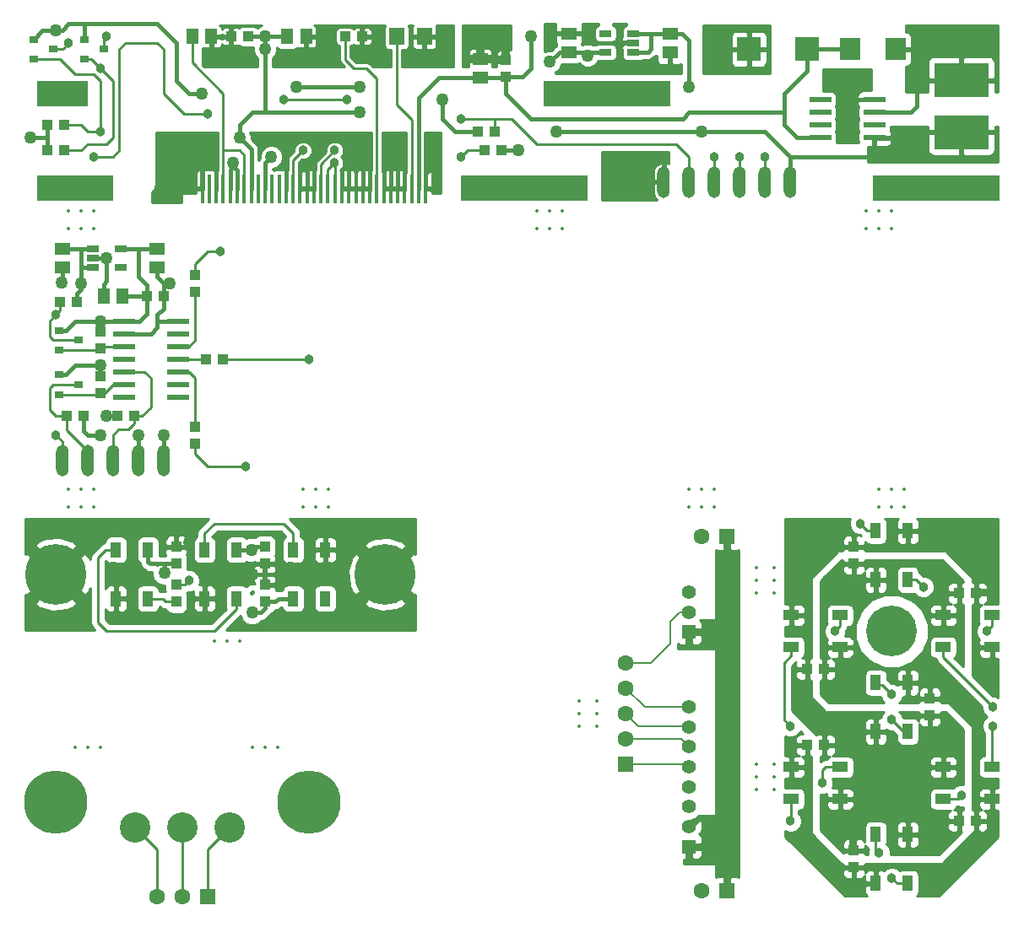
<source format=gtl>
G04 #@! TF.FileFunction,Copper,L1,Top,Signal*
%FSLAX46Y46*%
G04 Gerber Fmt 4.6, Leading zero omitted, Abs format (unit mm)*
G04 Created by KiCad (PCBNEW 4.0.7-e2-6376~60~ubuntu17.10.1) date Tue Aug 14 05:52:14 2018*
%MOMM*%
%LPD*%
G01*
G04 APERTURE LIST*
%ADD10C,0.350000*%
%ADD11R,1.200000X0.650000*%
%ADD12R,1.000000X1.100000*%
%ADD13R,1.300000X1.500000*%
%ADD14R,1.100000X1.000000*%
%ADD15R,1.500000X1.300000*%
%ADD16O,1.270000X3.175000*%
%ADD17R,2.200000X0.600000*%
%ADD18R,0.900000X0.800000*%
%ADD19R,1.000000X1.500000*%
%ADD20C,6.096000*%
%ADD21R,0.400000X3.000000*%
%ADD22R,1.600000X1.800000*%
%ADD23R,2.400000X2.400000*%
%ADD24R,2.032000X2.184400*%
%ADD25R,12.700000X2.540000*%
%ADD26R,7.620000X2.540000*%
%ADD27R,5.500000X3.500000*%
%ADD28C,1.270000*%
%ADD29R,5.080000X2.540000*%
%ADD30C,6.350000*%
%ADD31C,1.016000*%
%ADD32R,1.600000X1.600000*%
%ADD33C,1.600000*%
%ADD34C,3.048000*%
%ADD35R,1.500000X1.000000*%
%ADD36C,5.080000*%
%ADD37R,1.400000X1.400000*%
%ADD38C,1.400000*%
%ADD39C,0.965200*%
%ADD40C,0.406400*%
%ADD41C,0.254000*%
%ADD42C,0.203200*%
%ADD43C,0.250000*%
%ADD44C,0.350000*%
G04 APERTURE END LIST*
D10*
D11*
X107820000Y-79060000D03*
X107820000Y-80010000D03*
X107820000Y-80960000D03*
X110620000Y-80960000D03*
X110620000Y-79060000D03*
D12*
X108585000Y-89115000D03*
X108585000Y-87415000D03*
D13*
X110805000Y-83820000D03*
X108905000Y-83820000D03*
D14*
X113235000Y-83820000D03*
X114935000Y-83820000D03*
D15*
X104775000Y-80960000D03*
X104775000Y-79060000D03*
X114300000Y-80960000D03*
X114300000Y-79060000D03*
D16*
X104775000Y-100330000D03*
X107315000Y-100330000D03*
X109855000Y-100330000D03*
X114935000Y-100330000D03*
X112395000Y-100330000D03*
D14*
X104560000Y-84455000D03*
X106260000Y-84455000D03*
X110275000Y-95885000D03*
X111975000Y-95885000D03*
X105195000Y-95885000D03*
X106895000Y-95885000D03*
X119165000Y-90170000D03*
X120865000Y-90170000D03*
D12*
X118110000Y-96940000D03*
X118110000Y-98640000D03*
X118110000Y-83400000D03*
X118110000Y-81700000D03*
X108585000Y-93560000D03*
X108585000Y-91860000D03*
D17*
X110965000Y-87630000D03*
X116365000Y-87630000D03*
X110965000Y-86360000D03*
X110965000Y-88900000D03*
X110965000Y-90170000D03*
X116365000Y-86360000D03*
X116365000Y-88900000D03*
X116365000Y-90170000D03*
X110965000Y-91440000D03*
X110965000Y-92710000D03*
X110965000Y-93980000D03*
X116365000Y-91440000D03*
X116365000Y-92710000D03*
X116365000Y-93980000D03*
D18*
X104410000Y-87265000D03*
X104410000Y-89265000D03*
X106410000Y-88265000D03*
X104410000Y-91710000D03*
X104410000Y-93710000D03*
X106410000Y-92710000D03*
D19*
X110160000Y-109310000D03*
X110160000Y-114210000D03*
X113360000Y-114210000D03*
X113360000Y-109310000D03*
X119050000Y-109310000D03*
X119050000Y-114210000D03*
X122250000Y-114210000D03*
X122250000Y-109310000D03*
X131140000Y-114210000D03*
X131140000Y-109310000D03*
X127940000Y-109310000D03*
X127940000Y-114210000D03*
D20*
X137160000Y-111760000D03*
X104140000Y-111760000D03*
D12*
X116205000Y-110705000D03*
X116205000Y-109005000D03*
X125095000Y-109005000D03*
X125095000Y-110705000D03*
X125095000Y-114515000D03*
X125095000Y-112815000D03*
X116205000Y-112815000D03*
X116205000Y-114515000D03*
D15*
X165735000Y-59370000D03*
X165735000Y-57470000D03*
X155575000Y-57470000D03*
X155575000Y-59370000D03*
D18*
X106950000Y-58055000D03*
X106950000Y-60055000D03*
X108950000Y-59055000D03*
X101870000Y-58055000D03*
X101870000Y-60055000D03*
X103870000Y-59055000D03*
D11*
X162055000Y-59370000D03*
X162055000Y-58420000D03*
X162055000Y-57470000D03*
X159255000Y-57470000D03*
X159255000Y-59370000D03*
D21*
X129310000Y-73067600D03*
X128610000Y-73067600D03*
X127910000Y-73067600D03*
X127210000Y-73067600D03*
X126510000Y-73067600D03*
X125810000Y-73067600D03*
X125110000Y-73067600D03*
X124410000Y-73067600D03*
X123710000Y-73067600D03*
X123010000Y-73067600D03*
X122310000Y-73067600D03*
X121610000Y-73067600D03*
X120910000Y-73067600D03*
X120210000Y-73067600D03*
X119510000Y-73067600D03*
X139110000Y-73067600D03*
X138410000Y-73067600D03*
X137710000Y-73067600D03*
X137010000Y-73067600D03*
X136310000Y-73067600D03*
X135610000Y-73067600D03*
X134910000Y-73067600D03*
X134210000Y-73067600D03*
X133510000Y-73067600D03*
X132810000Y-73067600D03*
X132110000Y-73067600D03*
X131410000Y-73067600D03*
X130710000Y-73067600D03*
X130010000Y-73067600D03*
X139810000Y-73067600D03*
X140510000Y-73067600D03*
X141210000Y-73067600D03*
X118810000Y-73067600D03*
D13*
X119695000Y-57785000D03*
X117795000Y-57785000D03*
D22*
X138300000Y-57785000D03*
X141100000Y-57785000D03*
D14*
X121705000Y-57785000D03*
X123405000Y-57785000D03*
D15*
X146685000Y-61910000D03*
X146685000Y-60010000D03*
D13*
X127320000Y-57785000D03*
X129220000Y-57785000D03*
D12*
X149225000Y-60110000D03*
X149225000Y-61810000D03*
D23*
X179430000Y-59055000D03*
X173630000Y-59055000D03*
D24*
X188341000Y-59055000D03*
X183769000Y-59055000D03*
D16*
X177800000Y-72390000D03*
X175260000Y-72390000D03*
X172720000Y-72390000D03*
X170180000Y-72390000D03*
X167640000Y-72390000D03*
X165100000Y-72390000D03*
D25*
X192405000Y-73025000D03*
X151130000Y-73025000D03*
X159385000Y-63500000D03*
D26*
X106045000Y-73025000D03*
D27*
X194945000Y-67370000D03*
X194945000Y-62170000D03*
D14*
X133135000Y-57785000D03*
X134835000Y-57785000D03*
X104990000Y-69215000D03*
X103290000Y-69215000D03*
X104990000Y-66675000D03*
X103290000Y-66675000D03*
X148805000Y-69215000D03*
X147105000Y-69215000D03*
D28*
X151765000Y-57785000D03*
X147955000Y-57785000D03*
D17*
X186215000Y-66675000D03*
X180815000Y-66675000D03*
X186215000Y-67945000D03*
X186215000Y-65405000D03*
X186215000Y-64135000D03*
X180815000Y-67945000D03*
X180815000Y-65405000D03*
X180815000Y-64135000D03*
D29*
X104775000Y-63500000D03*
D14*
X148170000Y-67310000D03*
X146470000Y-67310000D03*
D28*
X157480000Y-59690000D03*
D30*
X129540000Y-134620000D03*
D31*
X129540000Y-136906000D03*
X131519734Y-135763000D03*
X131519734Y-133477000D03*
X129540000Y-132334000D03*
X127560266Y-133477000D03*
X127560266Y-135763000D03*
D30*
X104140000Y-134620000D03*
D31*
X104140000Y-136906000D03*
X106119734Y-135763000D03*
X106119734Y-133477000D03*
X104140000Y-132334000D03*
X102160266Y-133477000D03*
X102160266Y-135763000D03*
D32*
X119380000Y-144145000D03*
D33*
X116840000Y-144145000D03*
X114300000Y-144145000D03*
D34*
X121589800Y-137160000D03*
X116840000Y-137160000D03*
X112090200Y-137160000D03*
D35*
X198030000Y-131115000D03*
X193130000Y-131115000D03*
X193130000Y-134315000D03*
X198030000Y-134315000D03*
D19*
X189560000Y-142785000D03*
X189560000Y-137885000D03*
X186360000Y-137885000D03*
X186360000Y-142785000D03*
D35*
X177890000Y-134315000D03*
X182790000Y-134315000D03*
X182790000Y-131115000D03*
X177890000Y-131115000D03*
D36*
X187960000Y-132715000D03*
D31*
X187960000Y-130810000D03*
X186310222Y-131762500D03*
X186310222Y-133667500D03*
X187960000Y-134620000D03*
X189609778Y-133667500D03*
X189609778Y-131762500D03*
D19*
X186360000Y-122645000D03*
X186360000Y-127545000D03*
X189560000Y-127545000D03*
X189560000Y-122645000D03*
X189560000Y-112305000D03*
X189560000Y-107405000D03*
X186360000Y-107405000D03*
X186360000Y-112305000D03*
D36*
X187960000Y-117475000D03*
D31*
X187960000Y-115570000D03*
X186310222Y-116522500D03*
X186310222Y-118427500D03*
X187960000Y-119380000D03*
X189609778Y-118427500D03*
X189609778Y-116522500D03*
D35*
X193130000Y-119075000D03*
X198030000Y-119075000D03*
X198030000Y-115875000D03*
X193130000Y-115875000D03*
X182790000Y-115875000D03*
X177890000Y-115875000D03*
X177890000Y-119075000D03*
X182790000Y-119075000D03*
D12*
X184150000Y-110705000D03*
X184150000Y-109005000D03*
D14*
X194730000Y-113665000D03*
X196430000Y-113665000D03*
X196430000Y-136525000D03*
X194730000Y-136525000D03*
D12*
X184150000Y-141185000D03*
X184150000Y-139485000D03*
D14*
X179490000Y-128905000D03*
X181190000Y-128905000D03*
X181190000Y-121285000D03*
X179490000Y-121285000D03*
D12*
X191770000Y-124245000D03*
X191770000Y-125945000D03*
D32*
X171450000Y-143510000D03*
D33*
X168910000Y-143510000D03*
D32*
X171450000Y-107950000D03*
D33*
X168910000Y-107950000D03*
D37*
X167640000Y-139080000D03*
D38*
X167640000Y-137080000D03*
X167640000Y-135080000D03*
X167640000Y-133080000D03*
X167640000Y-131080000D03*
X167640000Y-129080000D03*
X167640000Y-127080000D03*
X167640000Y-125080000D03*
D37*
X167640000Y-117570000D03*
D38*
X167640000Y-115570000D03*
X167640000Y-113570000D03*
D32*
X161290000Y-130810000D03*
D33*
X161290000Y-128270000D03*
X161290000Y-125730000D03*
X161290000Y-123190000D03*
X161290000Y-120650000D03*
D28*
X115570000Y-82550000D03*
X104681883Y-82503442D03*
X112395000Y-97790006D03*
X109220000Y-80010000D03*
X123825000Y-111760000D03*
X117475000Y-116205000D03*
X109855000Y-116205000D03*
X115570000Y-116205000D03*
X113665000Y-116205000D03*
X111760000Y-116205000D03*
X136525000Y-106680000D03*
X134620000Y-106680000D03*
X132715000Y-106680000D03*
X130810000Y-106680000D03*
X128905000Y-106680000D03*
X136525000Y-116840000D03*
X134620000Y-116840000D03*
X132715000Y-116840000D03*
X130810000Y-116840000D03*
X128905000Y-116840000D03*
X109855000Y-112395000D03*
X109855000Y-111125000D03*
X117475000Y-108585000D03*
X111760000Y-112395000D03*
X111760000Y-111125000D03*
X131445000Y-112395000D03*
X129540000Y-112395000D03*
X127635000Y-112395000D03*
X127635000Y-111125000D03*
X131445000Y-111125000D03*
X129540000Y-111125000D03*
X115570000Y-106680000D03*
X109855000Y-106680000D03*
X111760000Y-106680000D03*
X113665000Y-106680000D03*
X117475000Y-106680000D03*
X142240000Y-68580000D03*
X138430000Y-68580000D03*
X114935000Y-68580000D03*
X124460000Y-67945000D03*
X127635000Y-67945000D03*
X127635000Y-59690000D03*
X129540000Y-59690000D03*
X131445000Y-59690000D03*
X131445000Y-57785000D03*
X120015000Y-60325000D03*
X121920000Y-60325000D03*
X123825000Y-60325000D03*
X115570000Y-73660000D03*
X119380000Y-70485000D03*
X119380000Y-68580000D03*
X163195000Y-73660000D03*
X161290000Y-73660000D03*
X159385000Y-73660000D03*
X159385000Y-69850000D03*
X161290000Y-69850000D03*
X163195000Y-69850000D03*
X165100000Y-69850000D03*
X153670000Y-57785000D03*
X158750000Y-60960000D03*
X162560000Y-60960000D03*
X160655000Y-60960000D03*
X181610000Y-62230000D03*
X170180000Y-60960000D03*
X170180000Y-57150000D03*
X170180000Y-59055000D03*
X135255000Y-67945000D03*
X138430000Y-70485000D03*
X142240000Y-70485000D03*
X183515000Y-67945000D03*
X183515000Y-66040000D03*
X183515000Y-64135000D03*
X185420000Y-62230000D03*
X183515000Y-62230000D03*
X150495000Y-69215000D03*
X149225000Y-58420000D03*
X146685000Y-58420000D03*
X143129000Y-57912000D03*
X143129000Y-59944000D03*
X141097000Y-59944000D03*
X134620000Y-59690000D03*
X136525000Y-59690000D03*
X136525000Y-57785000D03*
X183515000Y-127635000D03*
X183515000Y-126365000D03*
X184785000Y-126365000D03*
X184785000Y-127635000D03*
X184785000Y-128905000D03*
X191770000Y-136525000D03*
X193040000Y-136525000D03*
X193040000Y-137795000D03*
X191770000Y-137795000D03*
X182880000Y-137795000D03*
X182880000Y-136525000D03*
X184150000Y-136525000D03*
X184150000Y-137795000D03*
X191770000Y-107950000D03*
X193040000Y-107950000D03*
X193040000Y-106680000D03*
X191770000Y-106680000D03*
X179070000Y-111125000D03*
X177800000Y-111125000D03*
X177800000Y-112395000D03*
X177800000Y-113665000D03*
X196850000Y-111125000D03*
X198120000Y-111125000D03*
X198120000Y-112395000D03*
X198120000Y-113665000D03*
D39*
X175260000Y-69850000D03*
X109220000Y-57785000D03*
X132080000Y-70485000D03*
X105410000Y-58420000D03*
X172720000Y-69850000D03*
X132080000Y-69215000D03*
D28*
X108585000Y-97790000D03*
X114935000Y-97790000D03*
X106680000Y-82549976D03*
X115030526Y-111610536D03*
X123735000Y-109310000D03*
X123825000Y-115569902D03*
X154305000Y-67310000D03*
X134619990Y-65405000D03*
X122555000Y-67945000D03*
X191135000Y-69850000D03*
X191135000Y-67945000D03*
X168909982Y-67310000D03*
X167640000Y-62865000D03*
X189230000Y-69850000D03*
X189230000Y-67945000D03*
X125730000Y-69850000D03*
X125095000Y-59055000D03*
X125095000Y-57785000D03*
X121920000Y-70485000D03*
X184785000Y-121285000D03*
X184785000Y-122555000D03*
X184785000Y-123825000D03*
X183515000Y-122555000D03*
X183515000Y-123825000D03*
X192405000Y-122555000D03*
X191135000Y-121285000D03*
X191135000Y-122555000D03*
X184150000Y-113665000D03*
X182880000Y-113665000D03*
X181610000Y-113665000D03*
X181610000Y-112395000D03*
X182880000Y-112395000D03*
X184150000Y-112395000D03*
X192405000Y-143510000D03*
X193675000Y-142240000D03*
X194945000Y-140970000D03*
X196215000Y-139700000D03*
X197485000Y-138430000D03*
X183515000Y-143510000D03*
X178435000Y-138430000D03*
X179705000Y-139700000D03*
X180975000Y-140970000D03*
X182245000Y-142240000D03*
X190500000Y-60325000D03*
X190500000Y-62230000D03*
X192405000Y-59055000D03*
X197485000Y-59055000D03*
X194945000Y-59055000D03*
D39*
X194945000Y-133985000D03*
X198120000Y-125095000D03*
X144780000Y-69850000D03*
X128905000Y-69215000D03*
X170180000Y-69850000D03*
D28*
X109220000Y-95885000D03*
X108585000Y-86360000D03*
X108585000Y-90805000D03*
X118745016Y-63500000D03*
X101600000Y-67945000D03*
X142875000Y-64135000D03*
X104140000Y-57150000D03*
X128270000Y-62865000D03*
X134620000Y-62865000D03*
X153670000Y-60325000D03*
D39*
X108585024Y-60960000D03*
X108585000Y-67310000D03*
X197485000Y-117475000D03*
X191135000Y-113030000D03*
X107950000Y-69850000D03*
X119379994Y-65506611D03*
X127000000Y-64135000D03*
X133350000Y-64135000D03*
X144780000Y-66040000D03*
X120649988Y-79375000D03*
X123190000Y-100965000D03*
X129539984Y-90170000D03*
X104140000Y-85725000D03*
X104140000Y-97790000D03*
X117474980Y-112395000D03*
X198119978Y-127000000D03*
X186690000Y-139700000D03*
X184785000Y-106680000D03*
X187960000Y-142240000D03*
X180975000Y-132715000D03*
X177800000Y-136525000D03*
X177800000Y-127000000D03*
X182245000Y-117475000D03*
X187960000Y-126365000D03*
X187960000Y-123825000D03*
D40*
X123825000Y-113518138D02*
X123719314Y-113623824D01*
X114935000Y-82550000D02*
X115570000Y-82550000D01*
X110965000Y-87630000D02*
X113665000Y-87630000D01*
X113665000Y-87630000D02*
X114300000Y-86995000D01*
X114300000Y-86995000D02*
X114300000Y-86360000D01*
X104775000Y-80960000D02*
X104775000Y-82410325D01*
X104775000Y-82410325D02*
X104681883Y-82503442D01*
X109220000Y-82348600D02*
X109220000Y-80010000D01*
X108905000Y-83820000D02*
X108905000Y-82663600D01*
X108905000Y-82663600D02*
X109220000Y-82348600D01*
X114935000Y-83820000D02*
X114935000Y-85090000D01*
X114935000Y-85090000D02*
X114300000Y-85725000D01*
X114300000Y-85725000D02*
X114300000Y-86360000D01*
X114300000Y-86360000D02*
X116365000Y-86360000D01*
X114300000Y-80960000D02*
X114300000Y-81915000D01*
X114300000Y-81915000D02*
X114935000Y-82550000D01*
X114935000Y-83820000D02*
X114935000Y-82550000D01*
X112395000Y-99695000D02*
X112395000Y-97790006D01*
X107820000Y-80010000D02*
X109220000Y-80010000D01*
X113665000Y-116205000D02*
X115570000Y-116205000D01*
X111760000Y-112395000D02*
X111760000Y-116205000D01*
X132715000Y-106680000D02*
X134620000Y-106680000D01*
X128905000Y-106680000D02*
X130810000Y-106680000D01*
X129540000Y-112395000D02*
X129540000Y-114935000D01*
X129540000Y-114935000D02*
X128905000Y-115570000D01*
X128905000Y-115570000D02*
X128905000Y-116840000D01*
X129540000Y-111125000D02*
X129540000Y-108585000D01*
X129540000Y-108585000D02*
X128905000Y-107950000D01*
X128905000Y-107950000D02*
X128905000Y-106680000D01*
X134620000Y-116840000D02*
X136525000Y-116840000D01*
X130810000Y-116840000D02*
X132715000Y-116840000D01*
X127000000Y-111760000D02*
X123825000Y-111760000D01*
X127635000Y-111125000D02*
X127000000Y-111760000D01*
X111760000Y-112395000D02*
X109855000Y-112395000D01*
X111760000Y-111125000D02*
X109855000Y-111125000D01*
X117475000Y-106680000D02*
X117475000Y-108585000D01*
X129540000Y-112395000D02*
X131445000Y-112395000D01*
X127635000Y-111125000D02*
X127635000Y-112395000D01*
X128905000Y-106680000D02*
X129540000Y-106680000D01*
X129540000Y-106680000D02*
X129540000Y-111125000D01*
X117475000Y-106680000D02*
X115570000Y-106680000D01*
X113665000Y-106680000D02*
X111760000Y-106680000D01*
X142240000Y-70485000D02*
X142240000Y-68580000D01*
X138430000Y-70485000D02*
X138430000Y-68580000D01*
X119380000Y-68580000D02*
X114935000Y-68580000D01*
X135255000Y-67945000D02*
X127635000Y-67945000D01*
X131445000Y-59690000D02*
X129540000Y-59690000D01*
X129220000Y-57785000D02*
X131445000Y-57785000D01*
X119695000Y-60005000D02*
X120015000Y-60325000D01*
X119695000Y-57785000D02*
X119695000Y-60005000D01*
X123825000Y-60325000D02*
X121920000Y-60325000D01*
X128610000Y-71161200D02*
X129310000Y-71161200D01*
X129310000Y-73067600D02*
X129310000Y-71161200D01*
X115570000Y-70485000D02*
X115570000Y-73660000D01*
X119380000Y-70485000D02*
X115570000Y-70485000D01*
X120210000Y-73067600D02*
X120210000Y-71315000D01*
X120210000Y-71315000D02*
X119380000Y-70485000D01*
X118810000Y-73067600D02*
X118810000Y-71055000D01*
X118810000Y-71055000D02*
X119380000Y-70485000D01*
X161290000Y-73660000D02*
X163195000Y-73660000D01*
X159385000Y-69850000D02*
X159385000Y-73660000D01*
X163195000Y-69850000D02*
X161290000Y-69850000D01*
X165100000Y-72390000D02*
X165100000Y-69850000D01*
X150495000Y-69215000D02*
X148805000Y-69215000D01*
X138410000Y-73067600D02*
X138410000Y-70505000D01*
X138410000Y-70505000D02*
X138430000Y-70485000D01*
X137710000Y-73067600D02*
X137710000Y-71205000D01*
X137710000Y-71205000D02*
X138430000Y-70485000D01*
X137010000Y-73067600D02*
X137010000Y-71161200D01*
X137010000Y-71161200D02*
X137160000Y-71011200D01*
X155575000Y-57470000D02*
X153985000Y-57470000D01*
X153985000Y-57470000D02*
X153670000Y-57785000D01*
X160655000Y-60960000D02*
X158750000Y-60960000D01*
X162055000Y-58420000D02*
X161048600Y-58420000D01*
X161048600Y-58420000D02*
X160655000Y-58813600D01*
X160655000Y-58813600D02*
X160655000Y-60960000D01*
X183515000Y-62230000D02*
X181610000Y-62230000D01*
X170180000Y-59055000D02*
X170180000Y-60960000D01*
X173630000Y-59055000D02*
X170180000Y-59055000D01*
X135610000Y-73067600D02*
X135610000Y-68300000D01*
X135610000Y-68300000D02*
X135255000Y-67945000D01*
X128610000Y-73067600D02*
X128610000Y-71161200D01*
X139110000Y-73067600D02*
X139110000Y-71165000D01*
X139110000Y-71165000D02*
X138430000Y-70485000D01*
X141210000Y-73067600D02*
X141210000Y-71515000D01*
X141210000Y-71515000D02*
X142240000Y-70485000D01*
X183515000Y-66040000D02*
X183515000Y-67945000D01*
X183515000Y-64135000D02*
X183515000Y-62230000D01*
X186215000Y-64135000D02*
X183515000Y-64135000D01*
X147955000Y-58420000D02*
X146685000Y-58420000D01*
X147955000Y-58420000D02*
X149225000Y-58420000D01*
X147955000Y-57150000D02*
X147955000Y-58420000D01*
X149225000Y-60110000D02*
X149225000Y-58420000D01*
X146685000Y-60010000D02*
X146685000Y-58420000D01*
X141100000Y-57785000D02*
X143002000Y-57785000D01*
X143002000Y-57785000D02*
X143129000Y-57912000D01*
X141097000Y-59944000D02*
X143129000Y-59944000D01*
X141100000Y-57785000D02*
X141100000Y-59941000D01*
X141100000Y-59941000D02*
X141097000Y-59944000D01*
X136525000Y-59690000D02*
X134620000Y-59690000D01*
X136525000Y-57785000D02*
X136525000Y-59690000D01*
X134835000Y-57785000D02*
X136525000Y-57785000D01*
X181610000Y-126365000D02*
X183515000Y-126365000D01*
X183515000Y-126365000D02*
X183515000Y-127635000D01*
X184785000Y-127635000D02*
X184785000Y-126365000D01*
X193040000Y-137795000D02*
X193040000Y-136525000D01*
X189560000Y-137885000D02*
X191680000Y-137885000D01*
X191680000Y-137885000D02*
X191770000Y-137795000D01*
X184150000Y-136525000D02*
X182880000Y-136525000D01*
X183832500Y-139485000D02*
X183832500Y-138112500D01*
X183832500Y-138112500D02*
X184150000Y-137795000D01*
X193040000Y-107950000D02*
X191770000Y-107950000D01*
X193040000Y-106680000D02*
X193040000Y-107950000D01*
X191770000Y-106680000D02*
X193040000Y-106680000D01*
X189560000Y-107405000D02*
X191045000Y-107405000D01*
X191045000Y-107405000D02*
X191770000Y-106680000D01*
X177800000Y-111125000D02*
X179070000Y-111125000D01*
X177800000Y-112395000D02*
X177800000Y-111125000D01*
X177800000Y-113665000D02*
X177800000Y-112395000D01*
X177890000Y-115875000D02*
X177890000Y-113755000D01*
X177890000Y-113755000D02*
X177800000Y-113665000D01*
X198120000Y-111125000D02*
X196850000Y-111125000D01*
X198120000Y-112395000D02*
X198120000Y-111125000D01*
X198120000Y-113665000D02*
X198120000Y-112395000D01*
X196430000Y-113347500D02*
X197802500Y-113347500D01*
X197802500Y-113347500D02*
X198120000Y-113665000D01*
X181190000Y-128587500D02*
X181190000Y-126785000D01*
X181190000Y-126785000D02*
X181610000Y-126365000D01*
D41*
X136310000Y-73093000D02*
X136310000Y-62006868D01*
X136310000Y-62006868D02*
X135263132Y-60960000D01*
X133985000Y-60960000D02*
X133135000Y-60110000D01*
X133135000Y-60110000D02*
X133135000Y-58539000D01*
X135263132Y-60960000D02*
X133985000Y-60960000D01*
X133135000Y-58539000D02*
X133135000Y-57785000D01*
X175260000Y-72390000D02*
X175260000Y-69850000D01*
X108950000Y-58055000D02*
X108950000Y-59055000D01*
X109220000Y-57785000D02*
X108950000Y-58055000D01*
X132110000Y-73093000D02*
X132110000Y-70515000D01*
X132110000Y-70515000D02*
X132080000Y-70485000D01*
X131410000Y-73093000D02*
X131410000Y-71155000D01*
X131410000Y-71155000D02*
X132080000Y-70485000D01*
X104775000Y-59055000D02*
X104927401Y-58902599D01*
X103870000Y-59055000D02*
X104775000Y-59055000D01*
X104927401Y-58902599D02*
X105410000Y-58420000D01*
X172720000Y-72390000D02*
X172720000Y-69850000D01*
X130710000Y-70585000D02*
X132080000Y-69215000D01*
X130710000Y-73093000D02*
X130710000Y-70585000D01*
D40*
X106895000Y-95885000D02*
X106895000Y-97370000D01*
X106895000Y-97370000D02*
X107315000Y-97790000D01*
X107315000Y-97790000D02*
X108585000Y-97790000D01*
X114935000Y-100330000D02*
X114935000Y-97790000D01*
X106680000Y-82549976D02*
X106680000Y-83128600D01*
X106680000Y-83128600D02*
X106260000Y-83548600D01*
X106260000Y-83548600D02*
X106260000Y-84455000D01*
X106680000Y-80617962D02*
X106680000Y-82549976D01*
X107820000Y-80960000D02*
X106741000Y-80960000D01*
X106741000Y-80960000D02*
X106680000Y-80899000D01*
X106680000Y-80899000D02*
X106680000Y-80617962D01*
X107820000Y-79060000D02*
X106680000Y-79060000D01*
X106680000Y-79060000D02*
X104775000Y-79060000D01*
X106680000Y-80617962D02*
X106680000Y-79060000D01*
X115030526Y-110712511D02*
X115030526Y-111610536D01*
X115023015Y-110705000D02*
X115030526Y-110712511D01*
X114935000Y-110705000D02*
X115023015Y-110705000D01*
X116205000Y-110705000D02*
X114935000Y-110705000D01*
X114935000Y-110705000D02*
X114300000Y-110705000D01*
X114300000Y-110705000D02*
X114284125Y-110720875D01*
X113360000Y-109310000D02*
X113360000Y-110466400D01*
X113360000Y-110466400D02*
X113598600Y-110705000D01*
X113598600Y-110705000D02*
X114300000Y-110705000D01*
X125095000Y-115197927D02*
X125095000Y-114515000D01*
X123825000Y-115569902D02*
X124723025Y-115569902D01*
X124723025Y-115569902D02*
X125095000Y-115197927D01*
X124880000Y-114515000D02*
X125095000Y-114515000D01*
X126455000Y-114210000D02*
X126150000Y-114515000D01*
X126150000Y-114515000D02*
X125095000Y-114515000D01*
X127940000Y-114210000D02*
X126455000Y-114210000D01*
X123735000Y-109310000D02*
X124040000Y-109005000D01*
X124040000Y-109005000D02*
X125095000Y-109005000D01*
X122250000Y-109310000D02*
X123735000Y-109310000D01*
X154305000Y-67310000D02*
X168909982Y-67310000D01*
X123825000Y-65405000D02*
X125095000Y-65405000D01*
X125095000Y-65405000D02*
X134619990Y-65405000D01*
X125095000Y-59055000D02*
X125095000Y-65405000D01*
X122555000Y-67945000D02*
X122555000Y-66675000D01*
X122555000Y-66675000D02*
X123825000Y-65405000D01*
X122555000Y-67945000D02*
X123710000Y-69100000D01*
X123710000Y-69100000D02*
X123710000Y-73067600D01*
X162055000Y-59370000D02*
X163515000Y-59370000D01*
X163515000Y-59370000D02*
X163830000Y-59055000D01*
X163830000Y-59055000D02*
X163830000Y-57470000D01*
X162055000Y-57470000D02*
X163830000Y-57470000D01*
X163830000Y-57470000D02*
X165735000Y-57470000D01*
X189230000Y-67945000D02*
X191135000Y-67945000D01*
X169808025Y-67309998D02*
X169808023Y-67310000D01*
X169808023Y-67310000D02*
X168909982Y-67310000D01*
X175259998Y-67309998D02*
X169808025Y-67309998D01*
X177800000Y-69850000D02*
X175259998Y-67309998D01*
X169808023Y-67310000D02*
X169808007Y-67310000D01*
X167640000Y-58218600D02*
X167640000Y-62865000D01*
X165735000Y-57470000D02*
X166891400Y-57470000D01*
X166891400Y-57470000D02*
X167640000Y-58218600D01*
X189230000Y-67945000D02*
X189230000Y-69850000D01*
X186215000Y-67945000D02*
X189230000Y-67945000D01*
X177800000Y-69850000D02*
X189230000Y-69850000D01*
X122310000Y-73067600D02*
X122310000Y-72000000D01*
X122310000Y-72000000D02*
X122310000Y-71186600D01*
X121610000Y-73067600D02*
X121610000Y-71106600D01*
X177800000Y-72390000D02*
X177800000Y-69850000D01*
X125110000Y-70470000D02*
X125730000Y-69850000D01*
X125110000Y-73093000D02*
X125110000Y-70470000D01*
X125095000Y-57785000D02*
X125095000Y-59055000D01*
X125095000Y-57785000D02*
X127320000Y-57785000D01*
X123405000Y-57785000D02*
X125095000Y-57785000D01*
X121920000Y-70796600D02*
X121610000Y-71106600D01*
X121920000Y-70796600D02*
X121920000Y-70485000D01*
X122310000Y-73093000D02*
X122310000Y-71186600D01*
X122310000Y-71186600D02*
X121920000Y-70796600D01*
X184785000Y-123825000D02*
X184785000Y-122555000D01*
X183515000Y-123825000D02*
X183515000Y-122555000D01*
X191135000Y-122555000D02*
X192405000Y-122555000D01*
X189560000Y-122645000D02*
X191045000Y-122645000D01*
X191045000Y-122645000D02*
X191135000Y-122555000D01*
X182880000Y-113665000D02*
X184150000Y-113665000D01*
X181610000Y-113665000D02*
X182880000Y-113665000D01*
X181610000Y-112395000D02*
X181610000Y-113665000D01*
X182880000Y-112395000D02*
X181610000Y-112395000D01*
X184150000Y-112395000D02*
X182880000Y-112395000D01*
X186360000Y-112305000D02*
X184240000Y-112305000D01*
X184240000Y-112305000D02*
X184150000Y-112395000D01*
X196215000Y-139700000D02*
X197485000Y-138430000D01*
X193675000Y-142240000D02*
X194945000Y-140970000D01*
X182245000Y-142240000D02*
X183515000Y-143510000D01*
X180975000Y-140970000D02*
X182245000Y-142240000D01*
X178435000Y-138430000D02*
X179705000Y-139700000D01*
X193675000Y-142240000D02*
X192405000Y-143510000D01*
X196215000Y-139700000D02*
X194945000Y-140970000D01*
X196430000Y-136842500D02*
X196430000Y-137375000D01*
X196430000Y-137375000D02*
X197485000Y-138430000D01*
X180975000Y-140970000D02*
X179705000Y-139700000D01*
X183832500Y-141185000D02*
X183300000Y-141185000D01*
X183300000Y-141185000D02*
X182245000Y-142240000D01*
D41*
X117795000Y-57785000D02*
X117795000Y-60411316D01*
X117795000Y-60411316D02*
X120903999Y-63520315D01*
X120903999Y-63520315D02*
X120903999Y-69215000D01*
X123010000Y-73093000D02*
X123010000Y-69670000D01*
X123010000Y-69670000D02*
X122555000Y-69215000D01*
X122555000Y-69215000D02*
X120903999Y-69215000D01*
X120903999Y-71465998D02*
X120903999Y-69215000D01*
X120910000Y-73093000D02*
X120910000Y-71471999D01*
X120910000Y-71471999D02*
X120903999Y-71465998D01*
X139810000Y-73093000D02*
X139810000Y-66150000D01*
X139810000Y-66150000D02*
X138300000Y-64640000D01*
X138300000Y-64640000D02*
X138300000Y-57785000D01*
D40*
X151765000Y-57785000D02*
X151765000Y-60960000D01*
X151765000Y-60960000D02*
X150915000Y-61810000D01*
X150915000Y-61810000D02*
X149225000Y-61810000D01*
X177165000Y-65405000D02*
X167640000Y-65405000D01*
X167640000Y-65405000D02*
X167005000Y-66040000D01*
X167005000Y-66040000D02*
X151765000Y-66040000D01*
X151765000Y-66040000D02*
X149225000Y-63500000D01*
X149225000Y-63500000D02*
X149225000Y-61810000D01*
X140510000Y-73093000D02*
X140510000Y-63960000D01*
X140510000Y-63960000D02*
X142560000Y-61910000D01*
X142560000Y-61910000D02*
X146685000Y-61910000D01*
X177165000Y-65405000D02*
X177165000Y-63500000D01*
X177165000Y-63500000D02*
X179430000Y-61235000D01*
X179430000Y-61235000D02*
X179430000Y-59055000D01*
X180815000Y-67945000D02*
X178435000Y-67945000D01*
X178435000Y-67945000D02*
X177165000Y-66675000D01*
X177165000Y-66675000D02*
X177165000Y-65405000D01*
X183769000Y-59055000D02*
X179430000Y-59055000D01*
X146685000Y-61910000D02*
X149125000Y-61910000D01*
X149125000Y-61910000D02*
X149225000Y-61810000D01*
X190500000Y-62230000D02*
X190500000Y-60325000D01*
X190500000Y-60325000D02*
X190500000Y-59055000D01*
X188341000Y-59055000D02*
X190500000Y-59055000D01*
X190500000Y-59055000D02*
X192405000Y-59055000D01*
X190500000Y-64770000D02*
X190500000Y-62230000D01*
X189865000Y-65405000D02*
X190500000Y-64770000D01*
X186215000Y-65405000D02*
X189865000Y-65405000D01*
X194945000Y-59055000D02*
X192405000Y-59055000D01*
X194945000Y-59055000D02*
X197485000Y-59055000D01*
D41*
X119050000Y-109310000D02*
X119050000Y-107645000D01*
X119050000Y-107645000D02*
X120015000Y-106680000D01*
X120015000Y-106680000D02*
X127000000Y-106680000D01*
X127000000Y-106680000D02*
X127940000Y-107620000D01*
X127940000Y-107620000D02*
X127940000Y-109310000D01*
X193130000Y-134315000D02*
X194615000Y-134315000D01*
X194615000Y-134315000D02*
X194945000Y-133985000D01*
X193130000Y-119075000D02*
X193130000Y-120105000D01*
X193130000Y-120105000D02*
X197586601Y-124561601D01*
X197586601Y-124561601D02*
X198120000Y-125095000D01*
X145415000Y-69215000D02*
X147105000Y-69215000D01*
X144780000Y-69850000D02*
X145415000Y-69215000D01*
X128422401Y-69697599D02*
X128905000Y-69215000D01*
X127910000Y-73093000D02*
X127910000Y-70210000D01*
X127910000Y-70210000D02*
X128422401Y-69697599D01*
X170180000Y-72390000D02*
X170180000Y-69850000D01*
D40*
X110275000Y-95885000D02*
X109220000Y-95885000D01*
X112395000Y-81915000D02*
X113235000Y-82755000D01*
X113235000Y-82755000D02*
X113235000Y-83820000D01*
X112395000Y-79060000D02*
X114300000Y-79060000D01*
X110620000Y-79060000D02*
X112395000Y-79060000D01*
X112395000Y-79060000D02*
X112395000Y-81915000D01*
X108585000Y-90805000D02*
X106045000Y-90805000D01*
X105140000Y-91710000D02*
X104410000Y-91710000D01*
X106045000Y-90805000D02*
X105140000Y-91710000D01*
X108585000Y-91860000D02*
X108585000Y-90805000D01*
X110965000Y-86360000D02*
X108585000Y-86360000D01*
X108585000Y-86360000D02*
X106045000Y-86360000D01*
X108585000Y-87415000D02*
X108585000Y-86360000D01*
X106045000Y-86360000D02*
X105140000Y-87265000D01*
X105140000Y-87265000D02*
X104410000Y-87265000D01*
X110805000Y-83820000D02*
X111760000Y-83820000D01*
X110965000Y-86360000D02*
X112471400Y-86360000D01*
X112471400Y-86360000D02*
X113235000Y-85596400D01*
X113235000Y-85596400D02*
X113235000Y-84726400D01*
X113235000Y-84726400D02*
X113235000Y-83820000D01*
X111760000Y-86360000D02*
X110965000Y-86360000D01*
X111760000Y-83820000D02*
X113235000Y-83820000D01*
X106950000Y-56515000D02*
X114300000Y-56515000D01*
X116205000Y-62230000D02*
X117475000Y-63500000D01*
X117475000Y-63500000D02*
X118745016Y-63500000D01*
X114300000Y-56515000D02*
X116205000Y-58420000D01*
X116205000Y-58420000D02*
X116205000Y-62230000D01*
X159255000Y-59370000D02*
X157800000Y-59370000D01*
X157800000Y-59370000D02*
X157480000Y-59690000D01*
X103290000Y-67945000D02*
X103290000Y-66675000D01*
X103290000Y-69215000D02*
X103290000Y-67945000D01*
X103290000Y-67945000D02*
X101600000Y-67945000D01*
X146470000Y-67310000D02*
X144145000Y-67310000D01*
X144145000Y-67310000D02*
X142875000Y-66040000D01*
X142875000Y-66040000D02*
X142875000Y-64135000D01*
X104140000Y-57150000D02*
X102775000Y-57150000D01*
X102775000Y-57150000D02*
X101870000Y-58055000D01*
X104775000Y-57150000D02*
X105410000Y-56515000D01*
X105410000Y-56515000D02*
X106950000Y-56515000D01*
X104140000Y-57150000D02*
X104775000Y-57150000D01*
X106950000Y-58055000D02*
X106950000Y-56515000D01*
X134620000Y-62865000D02*
X128270000Y-62865000D01*
X155575000Y-59370000D02*
X154625000Y-59370000D01*
X154625000Y-59370000D02*
X153670000Y-60325000D01*
X159255000Y-59370000D02*
X155575000Y-59370000D01*
D41*
X104410000Y-89265000D02*
X108435000Y-89265000D01*
X108435000Y-89265000D02*
X108585000Y-89115000D01*
X110965000Y-88900000D02*
X108800000Y-88900000D01*
X108800000Y-88900000D02*
X108585000Y-89115000D01*
X104990000Y-69215000D02*
X106680000Y-69215000D01*
X106680000Y-69215000D02*
X107315000Y-68580000D01*
X107315000Y-68580000D02*
X109220000Y-68580000D01*
X109220000Y-68580000D02*
X109855000Y-67945000D01*
X109855000Y-67945000D02*
X109855000Y-62229976D01*
X109855000Y-62229976D02*
X109067623Y-61442599D01*
X109067623Y-61442599D02*
X108585024Y-60960000D01*
X107680024Y-60055000D02*
X108102425Y-60477401D01*
X108102425Y-60477401D02*
X108585024Y-60960000D01*
X106950000Y-60055000D02*
X107680024Y-60055000D01*
X104410000Y-93710000D02*
X108435000Y-93710000D01*
X108435000Y-93710000D02*
X108585000Y-93560000D01*
X108585000Y-93560000D02*
X109005000Y-93560000D01*
X109855000Y-92710000D02*
X110965000Y-92710000D01*
X109005000Y-93560000D02*
X109855000Y-92710000D01*
X108585000Y-67310000D02*
X108585000Y-62230000D01*
X108585000Y-62230000D02*
X107950000Y-61595000D01*
X107950000Y-61595000D02*
X106045000Y-61595000D01*
X106045000Y-61595000D02*
X104505000Y-60055000D01*
X104505000Y-60055000D02*
X101870000Y-60055000D01*
X106680000Y-66675000D02*
X107315000Y-67310000D01*
X107315000Y-67310000D02*
X108585000Y-67310000D01*
X104990000Y-66675000D02*
X106680000Y-66675000D01*
X110160000Y-109310000D02*
X109130000Y-109310000D01*
X109130000Y-109310000D02*
X108331001Y-110108999D01*
X108331001Y-110108999D02*
X108331001Y-116586001D01*
X108331001Y-116586001D02*
X109220000Y-117475000D01*
X109220000Y-117475000D02*
X120015000Y-117475000D01*
X122250000Y-115240000D02*
X122250000Y-114210000D01*
X120015000Y-117475000D02*
X122250000Y-115240000D01*
X198030000Y-115875000D02*
X198030000Y-116930000D01*
X198030000Y-116930000D02*
X197485000Y-117475000D01*
X189560000Y-112305000D02*
X190410000Y-112305000D01*
X190410000Y-112305000D02*
X191135000Y-113030000D01*
X107950000Y-69850000D02*
X109855000Y-69850000D01*
X109855000Y-69850000D02*
X110490000Y-69215000D01*
X110490000Y-59055000D02*
X111125000Y-58420000D01*
X110490000Y-69215000D02*
X110490000Y-59055000D01*
X111125000Y-58420000D02*
X114300000Y-58420000D01*
X114935000Y-59055000D02*
X114935000Y-63500000D01*
X114300000Y-58420000D02*
X114935000Y-59055000D01*
X114935000Y-63500000D02*
X116941611Y-65506611D01*
X116941611Y-65506611D02*
X118697495Y-65506611D01*
X118697495Y-65506611D02*
X119379994Y-65506611D01*
X117576611Y-65506611D02*
X118697495Y-65506611D01*
X127000000Y-64135000D02*
X133350000Y-64135000D01*
X148170000Y-66040000D02*
X149860000Y-66040000D01*
X144780000Y-66040000D02*
X148170000Y-66040000D01*
X148170000Y-66040000D02*
X148170000Y-67310000D01*
X149860000Y-66040000D02*
X152400000Y-68580000D01*
X152400000Y-68580000D02*
X166370000Y-68580000D01*
X166370000Y-68580000D02*
X167640000Y-69850000D01*
X167640000Y-69850000D02*
X167640000Y-72390000D01*
X116365000Y-90170000D02*
X119165000Y-90170000D01*
X118110000Y-81700000D02*
X118110000Y-80645000D01*
X118110000Y-80645000D02*
X119380000Y-79375000D01*
X119380000Y-79375000D02*
X120649988Y-79375000D01*
X120650000Y-79375000D02*
X120649988Y-79375000D01*
X116365000Y-91440000D02*
X117475000Y-91440000D01*
X117475000Y-91440000D02*
X118110000Y-92075000D01*
X118110000Y-92075000D02*
X118110000Y-96136000D01*
X118110000Y-96136000D02*
X118110000Y-96940000D01*
X118110000Y-98640000D02*
X118110000Y-99695000D01*
X119380000Y-100965000D02*
X120650000Y-100965000D01*
X118110000Y-99695000D02*
X119380000Y-100965000D01*
X120650000Y-100965000D02*
X123190000Y-100965000D01*
X116365000Y-88900000D02*
X117475000Y-88900000D01*
X117475000Y-88900000D02*
X118110000Y-88265000D01*
X118110000Y-88265000D02*
X118110000Y-84204000D01*
X118110000Y-84204000D02*
X118110000Y-83400000D01*
X123190000Y-90170000D02*
X129539984Y-90170000D01*
X120865000Y-90170000D02*
X123190000Y-90170000D01*
X113665000Y-92075000D02*
X113030000Y-91440000D01*
X113030000Y-91440000D02*
X110965000Y-91440000D01*
X113665000Y-94999000D02*
X113665000Y-92075000D01*
X111975000Y-95885000D02*
X112779000Y-95885000D01*
X112779000Y-95885000D02*
X113665000Y-94999000D01*
X109855000Y-100330000D02*
X109855000Y-97790000D01*
X110409999Y-97235001D02*
X111378999Y-97235001D01*
X109855000Y-97790000D02*
X110409999Y-97235001D01*
X111378999Y-97235001D02*
X111975000Y-96639000D01*
X111975000Y-96639000D02*
X111975000Y-95885000D01*
X105195000Y-95885000D02*
X105195000Y-97257500D01*
X107315000Y-99377500D02*
X107315000Y-100330000D01*
X105195000Y-97257500D02*
X107315000Y-99377500D01*
X104140000Y-95885000D02*
X105195000Y-95885000D01*
X106410000Y-92710000D02*
X103874198Y-92710000D01*
X103505000Y-95250000D02*
X104140000Y-95885000D01*
X103505000Y-93079198D02*
X103505000Y-95250000D01*
X103874198Y-92710000D02*
X103505000Y-93079198D01*
X104560000Y-84455000D02*
X104560000Y-85305000D01*
X104560000Y-85305000D02*
X104140000Y-85725000D01*
X103874198Y-88265000D02*
X106410000Y-88265000D01*
X103505000Y-86360000D02*
X103505000Y-87895802D01*
X103505000Y-87895802D02*
X103874198Y-88265000D01*
X104140000Y-85725000D02*
X103505000Y-86360000D01*
X104775000Y-100330000D02*
X104775000Y-98425000D01*
X104775000Y-98425000D02*
X104140000Y-97790000D01*
D42*
X161290000Y-123190000D02*
X163195000Y-125095000D01*
X163195000Y-125095000D02*
X167625000Y-125095000D01*
X167625000Y-125095000D02*
X167640000Y-125080000D01*
X161290000Y-125730000D02*
X162560000Y-127000000D01*
X162560000Y-127000000D02*
X167560000Y-127000000D01*
X167560000Y-127000000D02*
X167640000Y-127080000D01*
X161290000Y-130810000D02*
X167370000Y-130810000D01*
X167370000Y-130810000D02*
X167640000Y-131080000D01*
X167370000Y-131080000D02*
X167640000Y-131080000D01*
X161290000Y-128270000D02*
X166830000Y-128270000D01*
X166830000Y-128270000D02*
X167640000Y-129080000D01*
X165735000Y-118745000D02*
X165735000Y-116485051D01*
X165735000Y-116485051D02*
X166650051Y-115570000D01*
X166650051Y-115570000D02*
X167640000Y-115570000D01*
X163830000Y-120650000D02*
X165735000Y-118745000D01*
X161290000Y-120650000D02*
X163830000Y-120650000D01*
D41*
X117054980Y-112815000D02*
X117474980Y-112395000D01*
X116205000Y-112815000D02*
X117054980Y-112815000D01*
D43*
X116840000Y-144145000D02*
X116840000Y-137160000D01*
D41*
X198030000Y-127089978D02*
X198119978Y-127000000D01*
X198030000Y-131115000D02*
X198030000Y-127089978D01*
X186360000Y-137885000D02*
X186360000Y-139370000D01*
X186360000Y-139370000D02*
X186690000Y-139700000D01*
X115150000Y-114515000D02*
X114845000Y-114210000D01*
X114845000Y-114210000D02*
X113360000Y-114210000D01*
X116205000Y-114515000D02*
X115150000Y-114515000D01*
D43*
X119380000Y-144145000D02*
X119380000Y-139369800D01*
X119380000Y-139369800D02*
X121589800Y-137160000D01*
X114300000Y-144145000D02*
X114300000Y-139369800D01*
X114300000Y-139369800D02*
X112090200Y-137160000D01*
D41*
X186360000Y-107405000D02*
X185510000Y-107405000D01*
X185510000Y-107405000D02*
X184785000Y-106680000D01*
X189560000Y-142785000D02*
X188505000Y-142785000D01*
X188493399Y-142773399D02*
X187960000Y-142240000D01*
X188505000Y-142785000D02*
X188493399Y-142773399D01*
X180975000Y-131445000D02*
X181305000Y-131115000D01*
X181305000Y-131115000D02*
X182790000Y-131115000D01*
X180975000Y-132715000D02*
X180975000Y-131445000D01*
X177800000Y-127000000D02*
X177165000Y-126365000D01*
X177165000Y-126365000D02*
X177165000Y-120650000D01*
X177890000Y-119925000D02*
X177890000Y-119075000D01*
X177165000Y-120650000D02*
X177890000Y-119925000D01*
X177890000Y-134315000D02*
X177890000Y-136435000D01*
X177890000Y-136435000D02*
X177800000Y-136525000D01*
X182790000Y-115875000D02*
X182790000Y-116930000D01*
X182790000Y-116930000D02*
X182245000Y-117475000D01*
X189560000Y-127545000D02*
X189140000Y-127545000D01*
X189140000Y-127545000D02*
X187960000Y-126365000D01*
X186995000Y-122860000D02*
X187502801Y-123367801D01*
X187502801Y-123367801D02*
X187960000Y-123825000D01*
X186360000Y-122645000D02*
X186360000Y-122895000D01*
X186360000Y-122860000D02*
X186995000Y-122860000D01*
G36*
X118511185Y-107106185D02*
X118346004Y-107353395D01*
X118288000Y-107645000D01*
X118288000Y-107974008D01*
X118098559Y-108095910D01*
X117953569Y-108308110D01*
X117902560Y-108560000D01*
X117902560Y-110060000D01*
X117946838Y-110295317D01*
X118085910Y-110511441D01*
X118298110Y-110656431D01*
X118550000Y-110707440D01*
X119550000Y-110707440D01*
X119785317Y-110663162D01*
X120001441Y-110524090D01*
X120146431Y-110311890D01*
X120197440Y-110060000D01*
X120197440Y-108560000D01*
X121102560Y-108560000D01*
X121102560Y-110060000D01*
X121146838Y-110295317D01*
X121285910Y-110511441D01*
X121498110Y-110656431D01*
X121750000Y-110707440D01*
X122750000Y-110707440D01*
X122985317Y-110663162D01*
X123201441Y-110524090D01*
X123233646Y-110476956D01*
X123481273Y-110579779D01*
X123986510Y-110580220D01*
X124081656Y-110540906D01*
X124118750Y-110578000D01*
X124968000Y-110578000D01*
X124968000Y-110558000D01*
X125222000Y-110558000D01*
X125222000Y-110578000D01*
X126071250Y-110578000D01*
X126230000Y-110419250D01*
X126230000Y-110028691D01*
X126158245Y-109855459D01*
X126191431Y-109806890D01*
X126242440Y-109555000D01*
X126242440Y-108455000D01*
X126198162Y-108219683D01*
X126059090Y-108003559D01*
X125846890Y-107858569D01*
X125595000Y-107807560D01*
X124595000Y-107807560D01*
X124359683Y-107851838D01*
X124143559Y-107990910D01*
X124083093Y-108079405D01*
X123988727Y-108040221D01*
X123483490Y-108039780D01*
X123235711Y-108142160D01*
X123214090Y-108108559D01*
X123001890Y-107963569D01*
X122750000Y-107912560D01*
X121750000Y-107912560D01*
X121514683Y-107956838D01*
X121298559Y-108095910D01*
X121153569Y-108308110D01*
X121102560Y-108560000D01*
X120197440Y-108560000D01*
X120153162Y-108324683D01*
X120014090Y-108108559D01*
X119812000Y-107970477D01*
X119812000Y-107960630D01*
X120330630Y-107442000D01*
X126684370Y-107442000D01*
X127178000Y-107935631D01*
X127178000Y-107974008D01*
X126988559Y-108095910D01*
X126843569Y-108308110D01*
X126792560Y-108560000D01*
X126792560Y-110060000D01*
X126836838Y-110295317D01*
X126975910Y-110511441D01*
X127188110Y-110656431D01*
X127440000Y-110707440D01*
X128440000Y-110707440D01*
X128675317Y-110663162D01*
X128891441Y-110524090D01*
X129036431Y-110311890D01*
X129087440Y-110060000D01*
X129087440Y-109595750D01*
X130005000Y-109595750D01*
X130005000Y-110186309D01*
X130101673Y-110419698D01*
X130280301Y-110598327D01*
X130513690Y-110695000D01*
X130854250Y-110695000D01*
X131013000Y-110536250D01*
X131013000Y-109437000D01*
X131267000Y-109437000D01*
X131267000Y-110536250D01*
X131425750Y-110695000D01*
X131766310Y-110695000D01*
X131999699Y-110598327D01*
X132178327Y-110419698D01*
X132275000Y-110186309D01*
X132275000Y-109595750D01*
X132116250Y-109437000D01*
X131267000Y-109437000D01*
X131013000Y-109437000D01*
X130163750Y-109437000D01*
X130005000Y-109595750D01*
X129087440Y-109595750D01*
X129087440Y-108560000D01*
X129063674Y-108433691D01*
X130005000Y-108433691D01*
X130005000Y-109024250D01*
X130163750Y-109183000D01*
X131013000Y-109183000D01*
X131013000Y-108083750D01*
X131267000Y-108083750D01*
X131267000Y-109183000D01*
X132116250Y-109183000D01*
X132275000Y-109024250D01*
X132275000Y-108883246D01*
X135001666Y-108883246D01*
X137160000Y-111041580D01*
X139318334Y-108883246D01*
X138935953Y-108451349D01*
X137534601Y-108023577D01*
X136076219Y-108164642D01*
X135384047Y-108451349D01*
X135001666Y-108883246D01*
X132275000Y-108883246D01*
X132275000Y-108433691D01*
X132178327Y-108200302D01*
X131999699Y-108021673D01*
X131766310Y-107925000D01*
X131425750Y-107925000D01*
X131267000Y-108083750D01*
X131013000Y-108083750D01*
X130854250Y-107925000D01*
X130513690Y-107925000D01*
X130280301Y-108021673D01*
X130101673Y-108200302D01*
X130005000Y-108433691D01*
X129063674Y-108433691D01*
X129043162Y-108324683D01*
X128904090Y-108108559D01*
X128702000Y-107970477D01*
X128702000Y-107620000D01*
X128643996Y-107328395D01*
X128495520Y-107106185D01*
X128478816Y-107081185D01*
X127569630Y-106172000D01*
X140208000Y-106172000D01*
X140208000Y-109753279D01*
X140036754Y-109601666D01*
X137878420Y-111760000D01*
X140036754Y-113918334D01*
X140208000Y-113766721D01*
X140208000Y-117348000D01*
X121219630Y-117348000D01*
X122610753Y-115956878D01*
X122747718Y-116288360D01*
X123104663Y-116645928D01*
X123571273Y-116839681D01*
X124076510Y-116840122D01*
X124543458Y-116647184D01*
X124797871Y-116393214D01*
X125043791Y-116344298D01*
X125315722Y-116162599D01*
X125687697Y-115790624D01*
X125760781Y-115681246D01*
X125830317Y-115668162D01*
X126046441Y-115529090D01*
X126169236Y-115349374D01*
X126470766Y-115289396D01*
X126742697Y-115107697D01*
X126802194Y-115048200D01*
X126809156Y-115048200D01*
X126836838Y-115195317D01*
X126975910Y-115411441D01*
X127188110Y-115556431D01*
X127440000Y-115607440D01*
X128440000Y-115607440D01*
X128675317Y-115563162D01*
X128891441Y-115424090D01*
X129036431Y-115211890D01*
X129087440Y-114960000D01*
X129087440Y-113460000D01*
X129992560Y-113460000D01*
X129992560Y-114960000D01*
X130036838Y-115195317D01*
X130175910Y-115411441D01*
X130388110Y-115556431D01*
X130640000Y-115607440D01*
X131640000Y-115607440D01*
X131875317Y-115563162D01*
X132091441Y-115424090D01*
X132236431Y-115211890D01*
X132287440Y-114960000D01*
X132287440Y-114636754D01*
X135001666Y-114636754D01*
X135384047Y-115068651D01*
X136785399Y-115496423D01*
X138243781Y-115355358D01*
X138935953Y-115068651D01*
X139318334Y-114636754D01*
X137160000Y-112478420D01*
X135001666Y-114636754D01*
X132287440Y-114636754D01*
X132287440Y-113460000D01*
X132243162Y-113224683D01*
X132104090Y-113008559D01*
X131891890Y-112863569D01*
X131640000Y-112812560D01*
X130640000Y-112812560D01*
X130404683Y-112856838D01*
X130188559Y-112995910D01*
X130043569Y-113208110D01*
X129992560Y-113460000D01*
X129087440Y-113460000D01*
X129043162Y-113224683D01*
X128904090Y-113008559D01*
X128691890Y-112863569D01*
X128440000Y-112812560D01*
X127440000Y-112812560D01*
X127204683Y-112856838D01*
X126988559Y-112995910D01*
X126843569Y-113208110D01*
X126810421Y-113371800D01*
X126455000Y-113371800D01*
X126230000Y-113416555D01*
X126230000Y-113100750D01*
X126071250Y-112942000D01*
X125222000Y-112942000D01*
X125222000Y-112962000D01*
X124968000Y-112962000D01*
X124968000Y-112942000D01*
X124948000Y-112942000D01*
X124948000Y-112688000D01*
X124968000Y-112688000D01*
X124968000Y-111788750D01*
X124939250Y-111760000D01*
X124968000Y-111731250D01*
X124968000Y-110832000D01*
X125222000Y-110832000D01*
X125222000Y-111731250D01*
X125250750Y-111760000D01*
X125222000Y-111788750D01*
X125222000Y-112688000D01*
X126071250Y-112688000D01*
X126230000Y-112529250D01*
X126230000Y-112138691D01*
X126133327Y-111905302D01*
X125988026Y-111760000D01*
X126133327Y-111614698D01*
X126228305Y-111385399D01*
X133423577Y-111385399D01*
X133564642Y-112843781D01*
X133851349Y-113535953D01*
X134283246Y-113918334D01*
X136441580Y-111760000D01*
X134283246Y-109601666D01*
X133851349Y-109984047D01*
X133423577Y-111385399D01*
X126228305Y-111385399D01*
X126230000Y-111381309D01*
X126230000Y-110990750D01*
X126071250Y-110832000D01*
X125222000Y-110832000D01*
X124968000Y-110832000D01*
X124118750Y-110832000D01*
X123960000Y-110990750D01*
X123960000Y-111381309D01*
X124056673Y-111614698D01*
X124201974Y-111760000D01*
X124056673Y-111905302D01*
X123960000Y-112138691D01*
X123960000Y-112529250D01*
X124118748Y-112687998D01*
X123960000Y-112687998D01*
X123960000Y-112706791D01*
X123825000Y-112679938D01*
X123504235Y-112743742D01*
X123232303Y-112925441D01*
X123175531Y-112982213D01*
X123001890Y-112863569D01*
X122750000Y-112812560D01*
X121750000Y-112812560D01*
X121514683Y-112856838D01*
X121298559Y-112995910D01*
X121153569Y-113208110D01*
X121102560Y-113460000D01*
X121102560Y-114960000D01*
X121146838Y-115195317D01*
X121174329Y-115238040D01*
X119699370Y-116713000D01*
X109535631Y-116713000D01*
X109093001Y-116270371D01*
X109093001Y-115250478D01*
X109121673Y-115319698D01*
X109300301Y-115498327D01*
X109533690Y-115595000D01*
X109874250Y-115595000D01*
X110033000Y-115436250D01*
X110033000Y-114337000D01*
X110287000Y-114337000D01*
X110287000Y-115436250D01*
X110445750Y-115595000D01*
X110786310Y-115595000D01*
X111019699Y-115498327D01*
X111198327Y-115319698D01*
X111295000Y-115086309D01*
X111295000Y-114495750D01*
X111136250Y-114337000D01*
X110287000Y-114337000D01*
X110033000Y-114337000D01*
X110013000Y-114337000D01*
X110013000Y-114083000D01*
X110033000Y-114083000D01*
X110033000Y-112983750D01*
X110287000Y-112983750D01*
X110287000Y-114083000D01*
X111136250Y-114083000D01*
X111295000Y-113924250D01*
X111295000Y-113333691D01*
X111198327Y-113100302D01*
X111019699Y-112921673D01*
X110786310Y-112825000D01*
X110445750Y-112825000D01*
X110287000Y-112983750D01*
X110033000Y-112983750D01*
X109874250Y-112825000D01*
X109533690Y-112825000D01*
X109300301Y-112921673D01*
X109121673Y-113100302D01*
X109093001Y-113169522D01*
X109093001Y-110424629D01*
X109121628Y-110396003D01*
X109195910Y-110511441D01*
X109408110Y-110656431D01*
X109660000Y-110707440D01*
X110660000Y-110707440D01*
X110895317Y-110663162D01*
X111111441Y-110524090D01*
X111256431Y-110311890D01*
X111307440Y-110060000D01*
X111307440Y-108560000D01*
X112212560Y-108560000D01*
X112212560Y-110060000D01*
X112256838Y-110295317D01*
X112395910Y-110511441D01*
X112551969Y-110618072D01*
X112585604Y-110787166D01*
X112767303Y-111059097D01*
X113005903Y-111297697D01*
X113277834Y-111479396D01*
X113598600Y-111543200D01*
X113760584Y-111543200D01*
X113760306Y-111862046D01*
X113953244Y-112328994D01*
X114310189Y-112686562D01*
X114776799Y-112880315D01*
X115057560Y-112880560D01*
X115057560Y-113365000D01*
X115082050Y-113495152D01*
X114845000Y-113448000D01*
X114505182Y-113448000D01*
X114463162Y-113224683D01*
X114324090Y-113008559D01*
X114111890Y-112863569D01*
X113860000Y-112812560D01*
X112860000Y-112812560D01*
X112624683Y-112856838D01*
X112408559Y-112995910D01*
X112263569Y-113208110D01*
X112212560Y-113460000D01*
X112212560Y-114960000D01*
X112256838Y-115195317D01*
X112395910Y-115411441D01*
X112608110Y-115556431D01*
X112860000Y-115607440D01*
X113860000Y-115607440D01*
X114095317Y-115563162D01*
X114311441Y-115424090D01*
X114456431Y-115211890D01*
X114505010Y-114972000D01*
X114529370Y-114972000D01*
X114611185Y-115053815D01*
X114858395Y-115218996D01*
X115095407Y-115266141D01*
X115101838Y-115300317D01*
X115240910Y-115516441D01*
X115453110Y-115661431D01*
X115705000Y-115712440D01*
X116705000Y-115712440D01*
X116940317Y-115668162D01*
X117156441Y-115529090D01*
X117301431Y-115316890D01*
X117352440Y-115065000D01*
X117352440Y-114495750D01*
X117915000Y-114495750D01*
X117915000Y-115086309D01*
X118011673Y-115319698D01*
X118190301Y-115498327D01*
X118423690Y-115595000D01*
X118764250Y-115595000D01*
X118923000Y-115436250D01*
X118923000Y-114337000D01*
X119177000Y-114337000D01*
X119177000Y-115436250D01*
X119335750Y-115595000D01*
X119676310Y-115595000D01*
X119909699Y-115498327D01*
X120088327Y-115319698D01*
X120185000Y-115086309D01*
X120185000Y-114495750D01*
X120026250Y-114337000D01*
X119177000Y-114337000D01*
X118923000Y-114337000D01*
X118073750Y-114337000D01*
X117915000Y-114495750D01*
X117352440Y-114495750D01*
X117352440Y-113965000D01*
X117308162Y-113729683D01*
X117267519Y-113666522D01*
X117301431Y-113616890D01*
X117320192Y-113524246D01*
X117346585Y-113518996D01*
X117356311Y-113512497D01*
X117696309Y-113512793D01*
X117915000Y-113422432D01*
X117915000Y-113924250D01*
X118073750Y-114083000D01*
X118923000Y-114083000D01*
X118923000Y-112983750D01*
X119177000Y-112983750D01*
X119177000Y-114083000D01*
X120026250Y-114083000D01*
X120185000Y-113924250D01*
X120185000Y-113333691D01*
X120088327Y-113100302D01*
X119909699Y-112921673D01*
X119676310Y-112825000D01*
X119335750Y-112825000D01*
X119177000Y-112983750D01*
X118923000Y-112983750D01*
X118764250Y-112825000D01*
X118506548Y-112825000D01*
X118592386Y-112618280D01*
X118592773Y-112173671D01*
X118422988Y-111762758D01*
X118108876Y-111448097D01*
X117698260Y-111277594D01*
X117347926Y-111277289D01*
X117352440Y-111255000D01*
X117352440Y-110155000D01*
X117308162Y-109919683D01*
X117267461Y-109856432D01*
X117340000Y-109681309D01*
X117340000Y-109290750D01*
X117181250Y-109132000D01*
X116332000Y-109132000D01*
X116332000Y-109152000D01*
X116078000Y-109152000D01*
X116078000Y-109132000D01*
X115228750Y-109132000D01*
X115070000Y-109290750D01*
X115070000Y-109681309D01*
X115141755Y-109854541D01*
X115133379Y-109866800D01*
X114507440Y-109866800D01*
X114507440Y-108560000D01*
X114463917Y-108328691D01*
X115070000Y-108328691D01*
X115070000Y-108719250D01*
X115228750Y-108878000D01*
X116078000Y-108878000D01*
X116078000Y-107978750D01*
X116332000Y-107978750D01*
X116332000Y-108878000D01*
X117181250Y-108878000D01*
X117340000Y-108719250D01*
X117340000Y-108328691D01*
X117243327Y-108095302D01*
X117064699Y-107916673D01*
X116831310Y-107820000D01*
X116490750Y-107820000D01*
X116332000Y-107978750D01*
X116078000Y-107978750D01*
X115919250Y-107820000D01*
X115578690Y-107820000D01*
X115345301Y-107916673D01*
X115166673Y-108095302D01*
X115070000Y-108328691D01*
X114463917Y-108328691D01*
X114463162Y-108324683D01*
X114324090Y-108108559D01*
X114111890Y-107963569D01*
X113860000Y-107912560D01*
X112860000Y-107912560D01*
X112624683Y-107956838D01*
X112408559Y-108095910D01*
X112263569Y-108308110D01*
X112212560Y-108560000D01*
X111307440Y-108560000D01*
X111263162Y-108324683D01*
X111124090Y-108108559D01*
X110911890Y-107963569D01*
X110660000Y-107912560D01*
X109660000Y-107912560D01*
X109424683Y-107956838D01*
X109208559Y-108095910D01*
X109063569Y-108308110D01*
X109012560Y-108560000D01*
X109012560Y-108571360D01*
X108838395Y-108606004D01*
X108591184Y-108771185D01*
X107792186Y-109570184D01*
X107627005Y-109817394D01*
X107569001Y-110108999D01*
X107569001Y-110274598D01*
X107448651Y-109984047D01*
X107016754Y-109601666D01*
X104858420Y-111760000D01*
X107016754Y-113918334D01*
X107448651Y-113535953D01*
X107569001Y-113141695D01*
X107569001Y-116586001D01*
X107627005Y-116877606D01*
X107690715Y-116972954D01*
X107792186Y-117124816D01*
X108015370Y-117348000D01*
X101092000Y-117348000D01*
X101092000Y-114636754D01*
X101981666Y-114636754D01*
X102364047Y-115068651D01*
X103765399Y-115496423D01*
X105223781Y-115355358D01*
X105915953Y-115068651D01*
X106298334Y-114636754D01*
X104140000Y-112478420D01*
X101981666Y-114636754D01*
X101092000Y-114636754D01*
X101092000Y-113766721D01*
X101263246Y-113918334D01*
X103421580Y-111760000D01*
X101263246Y-109601666D01*
X101092000Y-109753279D01*
X101092000Y-108883246D01*
X101981666Y-108883246D01*
X104140000Y-111041580D01*
X106298334Y-108883246D01*
X105915953Y-108451349D01*
X104514601Y-108023577D01*
X103056219Y-108164642D01*
X102364047Y-108451349D01*
X101981666Y-108883246D01*
X101092000Y-108883246D01*
X101092000Y-106172000D01*
X119445370Y-106172000D01*
X118511185Y-107106185D01*
X118511185Y-107106185D01*
G37*
X118511185Y-107106185D02*
X118346004Y-107353395D01*
X118288000Y-107645000D01*
X118288000Y-107974008D01*
X118098559Y-108095910D01*
X117953569Y-108308110D01*
X117902560Y-108560000D01*
X117902560Y-110060000D01*
X117946838Y-110295317D01*
X118085910Y-110511441D01*
X118298110Y-110656431D01*
X118550000Y-110707440D01*
X119550000Y-110707440D01*
X119785317Y-110663162D01*
X120001441Y-110524090D01*
X120146431Y-110311890D01*
X120197440Y-110060000D01*
X120197440Y-108560000D01*
X121102560Y-108560000D01*
X121102560Y-110060000D01*
X121146838Y-110295317D01*
X121285910Y-110511441D01*
X121498110Y-110656431D01*
X121750000Y-110707440D01*
X122750000Y-110707440D01*
X122985317Y-110663162D01*
X123201441Y-110524090D01*
X123233646Y-110476956D01*
X123481273Y-110579779D01*
X123986510Y-110580220D01*
X124081656Y-110540906D01*
X124118750Y-110578000D01*
X124968000Y-110578000D01*
X124968000Y-110558000D01*
X125222000Y-110558000D01*
X125222000Y-110578000D01*
X126071250Y-110578000D01*
X126230000Y-110419250D01*
X126230000Y-110028691D01*
X126158245Y-109855459D01*
X126191431Y-109806890D01*
X126242440Y-109555000D01*
X126242440Y-108455000D01*
X126198162Y-108219683D01*
X126059090Y-108003559D01*
X125846890Y-107858569D01*
X125595000Y-107807560D01*
X124595000Y-107807560D01*
X124359683Y-107851838D01*
X124143559Y-107990910D01*
X124083093Y-108079405D01*
X123988727Y-108040221D01*
X123483490Y-108039780D01*
X123235711Y-108142160D01*
X123214090Y-108108559D01*
X123001890Y-107963569D01*
X122750000Y-107912560D01*
X121750000Y-107912560D01*
X121514683Y-107956838D01*
X121298559Y-108095910D01*
X121153569Y-108308110D01*
X121102560Y-108560000D01*
X120197440Y-108560000D01*
X120153162Y-108324683D01*
X120014090Y-108108559D01*
X119812000Y-107970477D01*
X119812000Y-107960630D01*
X120330630Y-107442000D01*
X126684370Y-107442000D01*
X127178000Y-107935631D01*
X127178000Y-107974008D01*
X126988559Y-108095910D01*
X126843569Y-108308110D01*
X126792560Y-108560000D01*
X126792560Y-110060000D01*
X126836838Y-110295317D01*
X126975910Y-110511441D01*
X127188110Y-110656431D01*
X127440000Y-110707440D01*
X128440000Y-110707440D01*
X128675317Y-110663162D01*
X128891441Y-110524090D01*
X129036431Y-110311890D01*
X129087440Y-110060000D01*
X129087440Y-109595750D01*
X130005000Y-109595750D01*
X130005000Y-110186309D01*
X130101673Y-110419698D01*
X130280301Y-110598327D01*
X130513690Y-110695000D01*
X130854250Y-110695000D01*
X131013000Y-110536250D01*
X131013000Y-109437000D01*
X131267000Y-109437000D01*
X131267000Y-110536250D01*
X131425750Y-110695000D01*
X131766310Y-110695000D01*
X131999699Y-110598327D01*
X132178327Y-110419698D01*
X132275000Y-110186309D01*
X132275000Y-109595750D01*
X132116250Y-109437000D01*
X131267000Y-109437000D01*
X131013000Y-109437000D01*
X130163750Y-109437000D01*
X130005000Y-109595750D01*
X129087440Y-109595750D01*
X129087440Y-108560000D01*
X129063674Y-108433691D01*
X130005000Y-108433691D01*
X130005000Y-109024250D01*
X130163750Y-109183000D01*
X131013000Y-109183000D01*
X131013000Y-108083750D01*
X131267000Y-108083750D01*
X131267000Y-109183000D01*
X132116250Y-109183000D01*
X132275000Y-109024250D01*
X132275000Y-108883246D01*
X135001666Y-108883246D01*
X137160000Y-111041580D01*
X139318334Y-108883246D01*
X138935953Y-108451349D01*
X137534601Y-108023577D01*
X136076219Y-108164642D01*
X135384047Y-108451349D01*
X135001666Y-108883246D01*
X132275000Y-108883246D01*
X132275000Y-108433691D01*
X132178327Y-108200302D01*
X131999699Y-108021673D01*
X131766310Y-107925000D01*
X131425750Y-107925000D01*
X131267000Y-108083750D01*
X131013000Y-108083750D01*
X130854250Y-107925000D01*
X130513690Y-107925000D01*
X130280301Y-108021673D01*
X130101673Y-108200302D01*
X130005000Y-108433691D01*
X129063674Y-108433691D01*
X129043162Y-108324683D01*
X128904090Y-108108559D01*
X128702000Y-107970477D01*
X128702000Y-107620000D01*
X128643996Y-107328395D01*
X128495520Y-107106185D01*
X128478816Y-107081185D01*
X127569630Y-106172000D01*
X140208000Y-106172000D01*
X140208000Y-109753279D01*
X140036754Y-109601666D01*
X137878420Y-111760000D01*
X140036754Y-113918334D01*
X140208000Y-113766721D01*
X140208000Y-117348000D01*
X121219630Y-117348000D01*
X122610753Y-115956878D01*
X122747718Y-116288360D01*
X123104663Y-116645928D01*
X123571273Y-116839681D01*
X124076510Y-116840122D01*
X124543458Y-116647184D01*
X124797871Y-116393214D01*
X125043791Y-116344298D01*
X125315722Y-116162599D01*
X125687697Y-115790624D01*
X125760781Y-115681246D01*
X125830317Y-115668162D01*
X126046441Y-115529090D01*
X126169236Y-115349374D01*
X126470766Y-115289396D01*
X126742697Y-115107697D01*
X126802194Y-115048200D01*
X126809156Y-115048200D01*
X126836838Y-115195317D01*
X126975910Y-115411441D01*
X127188110Y-115556431D01*
X127440000Y-115607440D01*
X128440000Y-115607440D01*
X128675317Y-115563162D01*
X128891441Y-115424090D01*
X129036431Y-115211890D01*
X129087440Y-114960000D01*
X129087440Y-113460000D01*
X129992560Y-113460000D01*
X129992560Y-114960000D01*
X130036838Y-115195317D01*
X130175910Y-115411441D01*
X130388110Y-115556431D01*
X130640000Y-115607440D01*
X131640000Y-115607440D01*
X131875317Y-115563162D01*
X132091441Y-115424090D01*
X132236431Y-115211890D01*
X132287440Y-114960000D01*
X132287440Y-114636754D01*
X135001666Y-114636754D01*
X135384047Y-115068651D01*
X136785399Y-115496423D01*
X138243781Y-115355358D01*
X138935953Y-115068651D01*
X139318334Y-114636754D01*
X137160000Y-112478420D01*
X135001666Y-114636754D01*
X132287440Y-114636754D01*
X132287440Y-113460000D01*
X132243162Y-113224683D01*
X132104090Y-113008559D01*
X131891890Y-112863569D01*
X131640000Y-112812560D01*
X130640000Y-112812560D01*
X130404683Y-112856838D01*
X130188559Y-112995910D01*
X130043569Y-113208110D01*
X129992560Y-113460000D01*
X129087440Y-113460000D01*
X129043162Y-113224683D01*
X128904090Y-113008559D01*
X128691890Y-112863569D01*
X128440000Y-112812560D01*
X127440000Y-112812560D01*
X127204683Y-112856838D01*
X126988559Y-112995910D01*
X126843569Y-113208110D01*
X126810421Y-113371800D01*
X126455000Y-113371800D01*
X126230000Y-113416555D01*
X126230000Y-113100750D01*
X126071250Y-112942000D01*
X125222000Y-112942000D01*
X125222000Y-112962000D01*
X124968000Y-112962000D01*
X124968000Y-112942000D01*
X124948000Y-112942000D01*
X124948000Y-112688000D01*
X124968000Y-112688000D01*
X124968000Y-111788750D01*
X124939250Y-111760000D01*
X124968000Y-111731250D01*
X124968000Y-110832000D01*
X125222000Y-110832000D01*
X125222000Y-111731250D01*
X125250750Y-111760000D01*
X125222000Y-111788750D01*
X125222000Y-112688000D01*
X126071250Y-112688000D01*
X126230000Y-112529250D01*
X126230000Y-112138691D01*
X126133327Y-111905302D01*
X125988026Y-111760000D01*
X126133327Y-111614698D01*
X126228305Y-111385399D01*
X133423577Y-111385399D01*
X133564642Y-112843781D01*
X133851349Y-113535953D01*
X134283246Y-113918334D01*
X136441580Y-111760000D01*
X134283246Y-109601666D01*
X133851349Y-109984047D01*
X133423577Y-111385399D01*
X126228305Y-111385399D01*
X126230000Y-111381309D01*
X126230000Y-110990750D01*
X126071250Y-110832000D01*
X125222000Y-110832000D01*
X124968000Y-110832000D01*
X124118750Y-110832000D01*
X123960000Y-110990750D01*
X123960000Y-111381309D01*
X124056673Y-111614698D01*
X124201974Y-111760000D01*
X124056673Y-111905302D01*
X123960000Y-112138691D01*
X123960000Y-112529250D01*
X124118748Y-112687998D01*
X123960000Y-112687998D01*
X123960000Y-112706791D01*
X123825000Y-112679938D01*
X123504235Y-112743742D01*
X123232303Y-112925441D01*
X123175531Y-112982213D01*
X123001890Y-112863569D01*
X122750000Y-112812560D01*
X121750000Y-112812560D01*
X121514683Y-112856838D01*
X121298559Y-112995910D01*
X121153569Y-113208110D01*
X121102560Y-113460000D01*
X121102560Y-114960000D01*
X121146838Y-115195317D01*
X121174329Y-115238040D01*
X119699370Y-116713000D01*
X109535631Y-116713000D01*
X109093001Y-116270371D01*
X109093001Y-115250478D01*
X109121673Y-115319698D01*
X109300301Y-115498327D01*
X109533690Y-115595000D01*
X109874250Y-115595000D01*
X110033000Y-115436250D01*
X110033000Y-114337000D01*
X110287000Y-114337000D01*
X110287000Y-115436250D01*
X110445750Y-115595000D01*
X110786310Y-115595000D01*
X111019699Y-115498327D01*
X111198327Y-115319698D01*
X111295000Y-115086309D01*
X111295000Y-114495750D01*
X111136250Y-114337000D01*
X110287000Y-114337000D01*
X110033000Y-114337000D01*
X110013000Y-114337000D01*
X110013000Y-114083000D01*
X110033000Y-114083000D01*
X110033000Y-112983750D01*
X110287000Y-112983750D01*
X110287000Y-114083000D01*
X111136250Y-114083000D01*
X111295000Y-113924250D01*
X111295000Y-113333691D01*
X111198327Y-113100302D01*
X111019699Y-112921673D01*
X110786310Y-112825000D01*
X110445750Y-112825000D01*
X110287000Y-112983750D01*
X110033000Y-112983750D01*
X109874250Y-112825000D01*
X109533690Y-112825000D01*
X109300301Y-112921673D01*
X109121673Y-113100302D01*
X109093001Y-113169522D01*
X109093001Y-110424629D01*
X109121628Y-110396003D01*
X109195910Y-110511441D01*
X109408110Y-110656431D01*
X109660000Y-110707440D01*
X110660000Y-110707440D01*
X110895317Y-110663162D01*
X111111441Y-110524090D01*
X111256431Y-110311890D01*
X111307440Y-110060000D01*
X111307440Y-108560000D01*
X112212560Y-108560000D01*
X112212560Y-110060000D01*
X112256838Y-110295317D01*
X112395910Y-110511441D01*
X112551969Y-110618072D01*
X112585604Y-110787166D01*
X112767303Y-111059097D01*
X113005903Y-111297697D01*
X113277834Y-111479396D01*
X113598600Y-111543200D01*
X113760584Y-111543200D01*
X113760306Y-111862046D01*
X113953244Y-112328994D01*
X114310189Y-112686562D01*
X114776799Y-112880315D01*
X115057560Y-112880560D01*
X115057560Y-113365000D01*
X115082050Y-113495152D01*
X114845000Y-113448000D01*
X114505182Y-113448000D01*
X114463162Y-113224683D01*
X114324090Y-113008559D01*
X114111890Y-112863569D01*
X113860000Y-112812560D01*
X112860000Y-112812560D01*
X112624683Y-112856838D01*
X112408559Y-112995910D01*
X112263569Y-113208110D01*
X112212560Y-113460000D01*
X112212560Y-114960000D01*
X112256838Y-115195317D01*
X112395910Y-115411441D01*
X112608110Y-115556431D01*
X112860000Y-115607440D01*
X113860000Y-115607440D01*
X114095317Y-115563162D01*
X114311441Y-115424090D01*
X114456431Y-115211890D01*
X114505010Y-114972000D01*
X114529370Y-114972000D01*
X114611185Y-115053815D01*
X114858395Y-115218996D01*
X115095407Y-115266141D01*
X115101838Y-115300317D01*
X115240910Y-115516441D01*
X115453110Y-115661431D01*
X115705000Y-115712440D01*
X116705000Y-115712440D01*
X116940317Y-115668162D01*
X117156441Y-115529090D01*
X117301431Y-115316890D01*
X117352440Y-115065000D01*
X117352440Y-114495750D01*
X117915000Y-114495750D01*
X117915000Y-115086309D01*
X118011673Y-115319698D01*
X118190301Y-115498327D01*
X118423690Y-115595000D01*
X118764250Y-115595000D01*
X118923000Y-115436250D01*
X118923000Y-114337000D01*
X119177000Y-114337000D01*
X119177000Y-115436250D01*
X119335750Y-115595000D01*
X119676310Y-115595000D01*
X119909699Y-115498327D01*
X120088327Y-115319698D01*
X120185000Y-115086309D01*
X120185000Y-114495750D01*
X120026250Y-114337000D01*
X119177000Y-114337000D01*
X118923000Y-114337000D01*
X118073750Y-114337000D01*
X117915000Y-114495750D01*
X117352440Y-114495750D01*
X117352440Y-113965000D01*
X117308162Y-113729683D01*
X117267519Y-113666522D01*
X117301431Y-113616890D01*
X117320192Y-113524246D01*
X117346585Y-113518996D01*
X117356311Y-113512497D01*
X117696309Y-113512793D01*
X117915000Y-113422432D01*
X117915000Y-113924250D01*
X118073750Y-114083000D01*
X118923000Y-114083000D01*
X118923000Y-112983750D01*
X119177000Y-112983750D01*
X119177000Y-114083000D01*
X120026250Y-114083000D01*
X120185000Y-113924250D01*
X120185000Y-113333691D01*
X120088327Y-113100302D01*
X119909699Y-112921673D01*
X119676310Y-112825000D01*
X119335750Y-112825000D01*
X119177000Y-112983750D01*
X118923000Y-112983750D01*
X118764250Y-112825000D01*
X118506548Y-112825000D01*
X118592386Y-112618280D01*
X118592773Y-112173671D01*
X118422988Y-111762758D01*
X118108876Y-111448097D01*
X117698260Y-111277594D01*
X117347926Y-111277289D01*
X117352440Y-111255000D01*
X117352440Y-110155000D01*
X117308162Y-109919683D01*
X117267461Y-109856432D01*
X117340000Y-109681309D01*
X117340000Y-109290750D01*
X117181250Y-109132000D01*
X116332000Y-109132000D01*
X116332000Y-109152000D01*
X116078000Y-109152000D01*
X116078000Y-109132000D01*
X115228750Y-109132000D01*
X115070000Y-109290750D01*
X115070000Y-109681309D01*
X115141755Y-109854541D01*
X115133379Y-109866800D01*
X114507440Y-109866800D01*
X114507440Y-108560000D01*
X114463917Y-108328691D01*
X115070000Y-108328691D01*
X115070000Y-108719250D01*
X115228750Y-108878000D01*
X116078000Y-108878000D01*
X116078000Y-107978750D01*
X116332000Y-107978750D01*
X116332000Y-108878000D01*
X117181250Y-108878000D01*
X117340000Y-108719250D01*
X117340000Y-108328691D01*
X117243327Y-108095302D01*
X117064699Y-107916673D01*
X116831310Y-107820000D01*
X116490750Y-107820000D01*
X116332000Y-107978750D01*
X116078000Y-107978750D01*
X115919250Y-107820000D01*
X115578690Y-107820000D01*
X115345301Y-107916673D01*
X115166673Y-108095302D01*
X115070000Y-108328691D01*
X114463917Y-108328691D01*
X114463162Y-108324683D01*
X114324090Y-108108559D01*
X114111890Y-107963569D01*
X113860000Y-107912560D01*
X112860000Y-107912560D01*
X112624683Y-107956838D01*
X112408559Y-108095910D01*
X112263569Y-108308110D01*
X112212560Y-108560000D01*
X111307440Y-108560000D01*
X111263162Y-108324683D01*
X111124090Y-108108559D01*
X110911890Y-107963569D01*
X110660000Y-107912560D01*
X109660000Y-107912560D01*
X109424683Y-107956838D01*
X109208559Y-108095910D01*
X109063569Y-108308110D01*
X109012560Y-108560000D01*
X109012560Y-108571360D01*
X108838395Y-108606004D01*
X108591184Y-108771185D01*
X107792186Y-109570184D01*
X107627005Y-109817394D01*
X107569001Y-110108999D01*
X107569001Y-110274598D01*
X107448651Y-109984047D01*
X107016754Y-109601666D01*
X104858420Y-111760000D01*
X107016754Y-113918334D01*
X107448651Y-113535953D01*
X107569001Y-113141695D01*
X107569001Y-116586001D01*
X107627005Y-116877606D01*
X107690715Y-116972954D01*
X107792186Y-117124816D01*
X108015370Y-117348000D01*
X101092000Y-117348000D01*
X101092000Y-114636754D01*
X101981666Y-114636754D01*
X102364047Y-115068651D01*
X103765399Y-115496423D01*
X105223781Y-115355358D01*
X105915953Y-115068651D01*
X106298334Y-114636754D01*
X104140000Y-112478420D01*
X101981666Y-114636754D01*
X101092000Y-114636754D01*
X101092000Y-113766721D01*
X101263246Y-113918334D01*
X103421580Y-111760000D01*
X101263246Y-109601666D01*
X101092000Y-109753279D01*
X101092000Y-108883246D01*
X101981666Y-108883246D01*
X104140000Y-111041580D01*
X106298334Y-108883246D01*
X105915953Y-108451349D01*
X104514601Y-108023577D01*
X103056219Y-108164642D01*
X102364047Y-108451349D01*
X101981666Y-108883246D01*
X101092000Y-108883246D01*
X101092000Y-106172000D01*
X119445370Y-106172000D01*
X118511185Y-107106185D01*
G36*
X120345199Y-71208551D02*
X120310000Y-71243750D01*
X120310000Y-71388159D01*
X120304427Y-71396315D01*
X120269741Y-71567600D01*
X120269741Y-73214600D01*
X120150259Y-73214600D01*
X120150259Y-71567600D01*
X120120150Y-71407585D01*
X120110000Y-71391811D01*
X120110000Y-71243750D01*
X120002050Y-71135800D01*
X119924110Y-71135800D01*
X119867521Y-71159240D01*
X119710000Y-71127341D01*
X119310000Y-71127341D01*
X119149985Y-71157450D01*
X119149270Y-71157910D01*
X119095890Y-71135800D01*
X119017950Y-71135800D01*
X118910000Y-71243750D01*
X118910000Y-71388159D01*
X118904427Y-71396315D01*
X118869741Y-71567600D01*
X118869741Y-73214600D01*
X118710000Y-73214600D01*
X118710000Y-73194600D01*
X118286150Y-73194600D01*
X118178200Y-73302550D01*
X118178200Y-73533000D01*
X116840000Y-73533000D01*
X116790590Y-73543006D01*
X116748965Y-73571447D01*
X116721685Y-73613841D01*
X116713000Y-73660000D01*
X116713000Y-74423200D01*
X113792000Y-74423200D01*
X113792000Y-73453475D01*
X113989716Y-73157571D01*
X114065389Y-72974880D01*
X114065389Y-72974879D01*
X114162062Y-72488872D01*
X114162062Y-72438956D01*
X114171800Y-72390000D01*
X114171800Y-71481709D01*
X118178200Y-71481709D01*
X118178200Y-72832650D01*
X118286150Y-72940600D01*
X118710000Y-72940600D01*
X118710000Y-71243750D01*
X118602050Y-71135800D01*
X118524110Y-71135800D01*
X118365405Y-71201537D01*
X118243938Y-71323005D01*
X118178200Y-71481709D01*
X114171800Y-71481709D01*
X114171800Y-67437000D01*
X120345199Y-67437000D01*
X120345199Y-71208551D01*
X120345199Y-71208551D01*
G37*
X120345199Y-71208551D02*
X120310000Y-71243750D01*
X120310000Y-71388159D01*
X120304427Y-71396315D01*
X120269741Y-71567600D01*
X120269741Y-73214600D01*
X120150259Y-73214600D01*
X120150259Y-71567600D01*
X120120150Y-71407585D01*
X120110000Y-71391811D01*
X120110000Y-71243750D01*
X120002050Y-71135800D01*
X119924110Y-71135800D01*
X119867521Y-71159240D01*
X119710000Y-71127341D01*
X119310000Y-71127341D01*
X119149985Y-71157450D01*
X119149270Y-71157910D01*
X119095890Y-71135800D01*
X119017950Y-71135800D01*
X118910000Y-71243750D01*
X118910000Y-71388159D01*
X118904427Y-71396315D01*
X118869741Y-71567600D01*
X118869741Y-73214600D01*
X118710000Y-73214600D01*
X118710000Y-73194600D01*
X118286150Y-73194600D01*
X118178200Y-73302550D01*
X118178200Y-73533000D01*
X116840000Y-73533000D01*
X116790590Y-73543006D01*
X116748965Y-73571447D01*
X116721685Y-73613841D01*
X116713000Y-73660000D01*
X116713000Y-74423200D01*
X113792000Y-74423200D01*
X113792000Y-73453475D01*
X113989716Y-73157571D01*
X114065389Y-72974880D01*
X114065389Y-72974879D01*
X114162062Y-72488872D01*
X114162062Y-72438956D01*
X114171800Y-72390000D01*
X114171800Y-71481709D01*
X118178200Y-71481709D01*
X118178200Y-72832650D01*
X118286150Y-72940600D01*
X118710000Y-72940600D01*
X118710000Y-71243750D01*
X118602050Y-71135800D01*
X118524110Y-71135800D01*
X118365405Y-71201537D01*
X118243938Y-71323005D01*
X118178200Y-71481709D01*
X114171800Y-71481709D01*
X114171800Y-67437000D01*
X120345199Y-67437000D01*
X120345199Y-71208551D01*
G36*
X142748000Y-73533000D02*
X141841800Y-73533000D01*
X141841800Y-73302550D01*
X141733850Y-73194600D01*
X141310000Y-73194600D01*
X141310000Y-73214600D01*
X141150259Y-73214600D01*
X141150259Y-71567600D01*
X141145000Y-71539651D01*
X141145000Y-71243750D01*
X141310000Y-71243750D01*
X141310000Y-72940600D01*
X141733850Y-72940600D01*
X141841800Y-72832650D01*
X141841800Y-71481709D01*
X141776062Y-71323005D01*
X141654595Y-71201537D01*
X141495890Y-71135800D01*
X141417950Y-71135800D01*
X141310000Y-71243750D01*
X141145000Y-71243750D01*
X141145000Y-67437000D01*
X142748000Y-67437000D01*
X142748000Y-73533000D01*
X142748000Y-73533000D01*
G37*
X142748000Y-73533000D02*
X141841800Y-73533000D01*
X141841800Y-73302550D01*
X141733850Y-73194600D01*
X141310000Y-73194600D01*
X141310000Y-73214600D01*
X141150259Y-73214600D01*
X141150259Y-71567600D01*
X141145000Y-71539651D01*
X141145000Y-71243750D01*
X141310000Y-71243750D01*
X141310000Y-72940600D01*
X141733850Y-72940600D01*
X141841800Y-72832650D01*
X141841800Y-71481709D01*
X141776062Y-71323005D01*
X141654595Y-71201537D01*
X141495890Y-71135800D01*
X141417950Y-71135800D01*
X141310000Y-71243750D01*
X141145000Y-71243750D01*
X141145000Y-67437000D01*
X142748000Y-67437000D01*
X142748000Y-73533000D01*
G36*
X135751200Y-71202550D02*
X135710000Y-71243750D01*
X135710000Y-71388159D01*
X135704427Y-71396315D01*
X135669741Y-71567600D01*
X135669741Y-73214600D01*
X135510000Y-73214600D01*
X135510000Y-73194600D01*
X135010000Y-73194600D01*
X135010000Y-73214600D01*
X134810000Y-73214600D01*
X134810000Y-73194600D01*
X134310000Y-73194600D01*
X134310000Y-73214600D01*
X134110000Y-73214600D01*
X134110000Y-73194600D01*
X133610000Y-73194600D01*
X133610000Y-73214600D01*
X133410000Y-73214600D01*
X133410000Y-73194600D01*
X132910000Y-73194600D01*
X132910000Y-73214600D01*
X132750259Y-73214600D01*
X132750259Y-71567600D01*
X132734098Y-71481709D01*
X132878200Y-71481709D01*
X132878200Y-72832650D01*
X132910000Y-72864450D01*
X132910000Y-72940600D01*
X133410000Y-72940600D01*
X133410000Y-72864450D01*
X133441800Y-72832650D01*
X133441800Y-71481709D01*
X133578200Y-71481709D01*
X133578200Y-72832650D01*
X133610000Y-72864450D01*
X133610000Y-72940600D01*
X134110000Y-72940600D01*
X134110000Y-72864450D01*
X134141800Y-72832650D01*
X134141800Y-71481709D01*
X134278200Y-71481709D01*
X134278200Y-72832650D01*
X134310000Y-72864450D01*
X134310000Y-72940600D01*
X134810000Y-72940600D01*
X134810000Y-72864450D01*
X134841800Y-72832650D01*
X134841800Y-71481709D01*
X134978200Y-71481709D01*
X134978200Y-72832650D01*
X135010000Y-72864450D01*
X135010000Y-72940600D01*
X135510000Y-72940600D01*
X135510000Y-72864450D01*
X135541800Y-72832650D01*
X135541800Y-71481709D01*
X135510000Y-71404938D01*
X135510000Y-71243750D01*
X135402050Y-71135800D01*
X135324110Y-71135800D01*
X135260000Y-71162355D01*
X135195890Y-71135800D01*
X135117950Y-71135800D01*
X135010000Y-71243750D01*
X135010000Y-71404938D01*
X134978200Y-71481709D01*
X134841800Y-71481709D01*
X134810000Y-71404938D01*
X134810000Y-71243750D01*
X134702050Y-71135800D01*
X134624110Y-71135800D01*
X134560000Y-71162355D01*
X134495890Y-71135800D01*
X134417950Y-71135800D01*
X134310000Y-71243750D01*
X134310000Y-71404938D01*
X134278200Y-71481709D01*
X134141800Y-71481709D01*
X134110000Y-71404938D01*
X134110000Y-71243750D01*
X134002050Y-71135800D01*
X133924110Y-71135800D01*
X133860000Y-71162355D01*
X133795890Y-71135800D01*
X133717950Y-71135800D01*
X133610000Y-71243750D01*
X133610000Y-71404938D01*
X133578200Y-71481709D01*
X133441800Y-71481709D01*
X133410000Y-71404938D01*
X133410000Y-71243750D01*
X133302050Y-71135800D01*
X133224110Y-71135800D01*
X133160000Y-71162355D01*
X133095890Y-71135800D01*
X133017950Y-71135800D01*
X132910000Y-71243750D01*
X132910000Y-71404938D01*
X132878200Y-71481709D01*
X132734098Y-71481709D01*
X132720150Y-71407585D01*
X132710000Y-71391811D01*
X132710000Y-71243750D01*
X132668800Y-71202550D01*
X132668800Y-71189256D01*
X132854738Y-71003642D01*
X132994241Y-70667683D01*
X132994558Y-70303913D01*
X132855642Y-69967711D01*
X132738156Y-69850020D01*
X132854738Y-69733642D01*
X132994241Y-69397683D01*
X132994558Y-69033913D01*
X132855642Y-68697711D01*
X132598642Y-68440262D01*
X132262683Y-68300759D01*
X131898913Y-68300442D01*
X131562711Y-68439358D01*
X131305262Y-68696358D01*
X131165759Y-69032317D01*
X131165492Y-69339246D01*
X130314869Y-70189869D01*
X130193736Y-70371156D01*
X130151200Y-70585000D01*
X130151200Y-71202550D01*
X130110000Y-71243750D01*
X130110000Y-71388159D01*
X130104427Y-71396315D01*
X130069741Y-71567600D01*
X130069741Y-73214600D01*
X129910000Y-73214600D01*
X129910000Y-73194600D01*
X129410000Y-73194600D01*
X129410000Y-73214600D01*
X129210000Y-73214600D01*
X129210000Y-73194600D01*
X128710000Y-73194600D01*
X128710000Y-73214600D01*
X128550259Y-73214600D01*
X128550259Y-71567600D01*
X128534098Y-71481709D01*
X128678200Y-71481709D01*
X128678200Y-72832650D01*
X128710000Y-72864450D01*
X128710000Y-72940600D01*
X129210000Y-72940600D01*
X129210000Y-72864450D01*
X129241800Y-72832650D01*
X129241800Y-71481709D01*
X129378200Y-71481709D01*
X129378200Y-72832650D01*
X129410000Y-72864450D01*
X129410000Y-72940600D01*
X129910000Y-72940600D01*
X129910000Y-72864450D01*
X129941800Y-72832650D01*
X129941800Y-71481709D01*
X129910000Y-71404938D01*
X129910000Y-71243750D01*
X129802050Y-71135800D01*
X129724110Y-71135800D01*
X129660000Y-71162355D01*
X129595890Y-71135800D01*
X129517950Y-71135800D01*
X129410000Y-71243750D01*
X129410000Y-71404938D01*
X129378200Y-71481709D01*
X129241800Y-71481709D01*
X129210000Y-71404938D01*
X129210000Y-71243750D01*
X129102050Y-71135800D01*
X129024110Y-71135800D01*
X128960000Y-71162355D01*
X128895890Y-71135800D01*
X128817950Y-71135800D01*
X128710000Y-71243750D01*
X128710000Y-71404938D01*
X128678200Y-71481709D01*
X128534098Y-71481709D01*
X128520150Y-71407585D01*
X128510000Y-71391811D01*
X128510000Y-71243750D01*
X128468800Y-71202550D01*
X128468800Y-70441462D01*
X128780971Y-70129292D01*
X129086087Y-70129558D01*
X129422289Y-69990642D01*
X129679738Y-69733642D01*
X129819241Y-69397683D01*
X129819558Y-69033913D01*
X129680642Y-68697711D01*
X129423642Y-68440262D01*
X129087683Y-68300759D01*
X128723913Y-68300442D01*
X128387711Y-68439358D01*
X128130262Y-68696358D01*
X127990759Y-69032317D01*
X127990492Y-69339246D01*
X127514869Y-69814869D01*
X127393736Y-69996156D01*
X127351200Y-70210000D01*
X127351200Y-71202550D01*
X127310000Y-71243750D01*
X127310000Y-71388159D01*
X127304427Y-71396315D01*
X127269741Y-71567600D01*
X127269741Y-73214600D01*
X127150259Y-73214600D01*
X127150259Y-71567600D01*
X127120150Y-71407585D01*
X127110000Y-71391811D01*
X127110000Y-71243750D01*
X127002050Y-71135800D01*
X126924110Y-71135800D01*
X126867521Y-71159240D01*
X126710000Y-71127341D01*
X126310000Y-71127341D01*
X126149985Y-71157450D01*
X126149270Y-71157910D01*
X126095890Y-71135800D01*
X126017950Y-71135800D01*
X125937002Y-71216748D01*
X125937002Y-71135800D01*
X125846600Y-71135800D01*
X125846600Y-71018502D01*
X125961389Y-71018602D01*
X126390981Y-70841099D01*
X126719943Y-70512709D01*
X126898196Y-70083429D01*
X126898602Y-69618611D01*
X126721099Y-69189019D01*
X126392709Y-68860057D01*
X125963429Y-68681804D01*
X125498611Y-68681398D01*
X125069019Y-68858901D01*
X124740057Y-69187291D01*
X124561804Y-69616571D01*
X124561477Y-69990552D01*
X124446600Y-70162478D01*
X124446600Y-69100000D01*
X124390530Y-68818115D01*
X124230855Y-68579145D01*
X123723289Y-68071579D01*
X123723602Y-67713611D01*
X123609309Y-67437000D01*
X135751200Y-67437000D01*
X135751200Y-71202550D01*
X135751200Y-71202550D01*
G37*
X135751200Y-71202550D02*
X135710000Y-71243750D01*
X135710000Y-71388159D01*
X135704427Y-71396315D01*
X135669741Y-71567600D01*
X135669741Y-73214600D01*
X135510000Y-73214600D01*
X135510000Y-73194600D01*
X135010000Y-73194600D01*
X135010000Y-73214600D01*
X134810000Y-73214600D01*
X134810000Y-73194600D01*
X134310000Y-73194600D01*
X134310000Y-73214600D01*
X134110000Y-73214600D01*
X134110000Y-73194600D01*
X133610000Y-73194600D01*
X133610000Y-73214600D01*
X133410000Y-73214600D01*
X133410000Y-73194600D01*
X132910000Y-73194600D01*
X132910000Y-73214600D01*
X132750259Y-73214600D01*
X132750259Y-71567600D01*
X132734098Y-71481709D01*
X132878200Y-71481709D01*
X132878200Y-72832650D01*
X132910000Y-72864450D01*
X132910000Y-72940600D01*
X133410000Y-72940600D01*
X133410000Y-72864450D01*
X133441800Y-72832650D01*
X133441800Y-71481709D01*
X133578200Y-71481709D01*
X133578200Y-72832650D01*
X133610000Y-72864450D01*
X133610000Y-72940600D01*
X134110000Y-72940600D01*
X134110000Y-72864450D01*
X134141800Y-72832650D01*
X134141800Y-71481709D01*
X134278200Y-71481709D01*
X134278200Y-72832650D01*
X134310000Y-72864450D01*
X134310000Y-72940600D01*
X134810000Y-72940600D01*
X134810000Y-72864450D01*
X134841800Y-72832650D01*
X134841800Y-71481709D01*
X134978200Y-71481709D01*
X134978200Y-72832650D01*
X135010000Y-72864450D01*
X135010000Y-72940600D01*
X135510000Y-72940600D01*
X135510000Y-72864450D01*
X135541800Y-72832650D01*
X135541800Y-71481709D01*
X135510000Y-71404938D01*
X135510000Y-71243750D01*
X135402050Y-71135800D01*
X135324110Y-71135800D01*
X135260000Y-71162355D01*
X135195890Y-71135800D01*
X135117950Y-71135800D01*
X135010000Y-71243750D01*
X135010000Y-71404938D01*
X134978200Y-71481709D01*
X134841800Y-71481709D01*
X134810000Y-71404938D01*
X134810000Y-71243750D01*
X134702050Y-71135800D01*
X134624110Y-71135800D01*
X134560000Y-71162355D01*
X134495890Y-71135800D01*
X134417950Y-71135800D01*
X134310000Y-71243750D01*
X134310000Y-71404938D01*
X134278200Y-71481709D01*
X134141800Y-71481709D01*
X134110000Y-71404938D01*
X134110000Y-71243750D01*
X134002050Y-71135800D01*
X133924110Y-71135800D01*
X133860000Y-71162355D01*
X133795890Y-71135800D01*
X133717950Y-71135800D01*
X133610000Y-71243750D01*
X133610000Y-71404938D01*
X133578200Y-71481709D01*
X133441800Y-71481709D01*
X133410000Y-71404938D01*
X133410000Y-71243750D01*
X133302050Y-71135800D01*
X133224110Y-71135800D01*
X133160000Y-71162355D01*
X133095890Y-71135800D01*
X133017950Y-71135800D01*
X132910000Y-71243750D01*
X132910000Y-71404938D01*
X132878200Y-71481709D01*
X132734098Y-71481709D01*
X132720150Y-71407585D01*
X132710000Y-71391811D01*
X132710000Y-71243750D01*
X132668800Y-71202550D01*
X132668800Y-71189256D01*
X132854738Y-71003642D01*
X132994241Y-70667683D01*
X132994558Y-70303913D01*
X132855642Y-69967711D01*
X132738156Y-69850020D01*
X132854738Y-69733642D01*
X132994241Y-69397683D01*
X132994558Y-69033913D01*
X132855642Y-68697711D01*
X132598642Y-68440262D01*
X132262683Y-68300759D01*
X131898913Y-68300442D01*
X131562711Y-68439358D01*
X131305262Y-68696358D01*
X131165759Y-69032317D01*
X131165492Y-69339246D01*
X130314869Y-70189869D01*
X130193736Y-70371156D01*
X130151200Y-70585000D01*
X130151200Y-71202550D01*
X130110000Y-71243750D01*
X130110000Y-71388159D01*
X130104427Y-71396315D01*
X130069741Y-71567600D01*
X130069741Y-73214600D01*
X129910000Y-73214600D01*
X129910000Y-73194600D01*
X129410000Y-73194600D01*
X129410000Y-73214600D01*
X129210000Y-73214600D01*
X129210000Y-73194600D01*
X128710000Y-73194600D01*
X128710000Y-73214600D01*
X128550259Y-73214600D01*
X128550259Y-71567600D01*
X128534098Y-71481709D01*
X128678200Y-71481709D01*
X128678200Y-72832650D01*
X128710000Y-72864450D01*
X128710000Y-72940600D01*
X129210000Y-72940600D01*
X129210000Y-72864450D01*
X129241800Y-72832650D01*
X129241800Y-71481709D01*
X129378200Y-71481709D01*
X129378200Y-72832650D01*
X129410000Y-72864450D01*
X129410000Y-72940600D01*
X129910000Y-72940600D01*
X129910000Y-72864450D01*
X129941800Y-72832650D01*
X129941800Y-71481709D01*
X129910000Y-71404938D01*
X129910000Y-71243750D01*
X129802050Y-71135800D01*
X129724110Y-71135800D01*
X129660000Y-71162355D01*
X129595890Y-71135800D01*
X129517950Y-71135800D01*
X129410000Y-71243750D01*
X129410000Y-71404938D01*
X129378200Y-71481709D01*
X129241800Y-71481709D01*
X129210000Y-71404938D01*
X129210000Y-71243750D01*
X129102050Y-71135800D01*
X129024110Y-71135800D01*
X128960000Y-71162355D01*
X128895890Y-71135800D01*
X128817950Y-71135800D01*
X128710000Y-71243750D01*
X128710000Y-71404938D01*
X128678200Y-71481709D01*
X128534098Y-71481709D01*
X128520150Y-71407585D01*
X128510000Y-71391811D01*
X128510000Y-71243750D01*
X128468800Y-71202550D01*
X128468800Y-70441462D01*
X128780971Y-70129292D01*
X129086087Y-70129558D01*
X129422289Y-69990642D01*
X129679738Y-69733642D01*
X129819241Y-69397683D01*
X129819558Y-69033913D01*
X129680642Y-68697711D01*
X129423642Y-68440262D01*
X129087683Y-68300759D01*
X128723913Y-68300442D01*
X128387711Y-68439358D01*
X128130262Y-68696358D01*
X127990759Y-69032317D01*
X127990492Y-69339246D01*
X127514869Y-69814869D01*
X127393736Y-69996156D01*
X127351200Y-70210000D01*
X127351200Y-71202550D01*
X127310000Y-71243750D01*
X127310000Y-71388159D01*
X127304427Y-71396315D01*
X127269741Y-71567600D01*
X127269741Y-73214600D01*
X127150259Y-73214600D01*
X127150259Y-71567600D01*
X127120150Y-71407585D01*
X127110000Y-71391811D01*
X127110000Y-71243750D01*
X127002050Y-71135800D01*
X126924110Y-71135800D01*
X126867521Y-71159240D01*
X126710000Y-71127341D01*
X126310000Y-71127341D01*
X126149985Y-71157450D01*
X126149270Y-71157910D01*
X126095890Y-71135800D01*
X126017950Y-71135800D01*
X125937002Y-71216748D01*
X125937002Y-71135800D01*
X125846600Y-71135800D01*
X125846600Y-71018502D01*
X125961389Y-71018602D01*
X126390981Y-70841099D01*
X126719943Y-70512709D01*
X126898196Y-70083429D01*
X126898602Y-69618611D01*
X126721099Y-69189019D01*
X126392709Y-68860057D01*
X125963429Y-68681804D01*
X125498611Y-68681398D01*
X125069019Y-68858901D01*
X124740057Y-69187291D01*
X124561804Y-69616571D01*
X124561477Y-69990552D01*
X124446600Y-70162478D01*
X124446600Y-69100000D01*
X124390530Y-68818115D01*
X124230855Y-68579145D01*
X123723289Y-68071579D01*
X123723602Y-67713611D01*
X123609309Y-67437000D01*
X135751200Y-67437000D01*
X135751200Y-71202550D01*
G36*
X139251200Y-71202550D02*
X139210000Y-71243750D01*
X139210000Y-71388159D01*
X139204427Y-71396315D01*
X139169741Y-71567600D01*
X139169741Y-73214600D01*
X139010000Y-73214600D01*
X139010000Y-73194600D01*
X138510000Y-73194600D01*
X138510000Y-73214600D01*
X138310000Y-73214600D01*
X138310000Y-73194600D01*
X137810000Y-73194600D01*
X137810000Y-73214600D01*
X137610000Y-73214600D01*
X137610000Y-73194600D01*
X137110000Y-73194600D01*
X137110000Y-73214600D01*
X136950259Y-73214600D01*
X136950259Y-71567600D01*
X136934098Y-71481709D01*
X137078200Y-71481709D01*
X137078200Y-72832650D01*
X137110000Y-72864450D01*
X137110000Y-72940600D01*
X137610000Y-72940600D01*
X137610000Y-72864450D01*
X137641800Y-72832650D01*
X137641800Y-71481709D01*
X137778200Y-71481709D01*
X137778200Y-72832650D01*
X137810000Y-72864450D01*
X137810000Y-72940600D01*
X138310000Y-72940600D01*
X138310000Y-72864450D01*
X138341800Y-72832650D01*
X138341800Y-71481709D01*
X138478200Y-71481709D01*
X138478200Y-72832650D01*
X138510000Y-72864450D01*
X138510000Y-72940600D01*
X139010000Y-72940600D01*
X139010000Y-72864450D01*
X139041800Y-72832650D01*
X139041800Y-71481709D01*
X139010000Y-71404938D01*
X139010000Y-71243750D01*
X138902050Y-71135800D01*
X138824110Y-71135800D01*
X138760000Y-71162355D01*
X138695890Y-71135800D01*
X138617950Y-71135800D01*
X138510000Y-71243750D01*
X138510000Y-71404938D01*
X138478200Y-71481709D01*
X138341800Y-71481709D01*
X138310000Y-71404938D01*
X138310000Y-71243750D01*
X138202050Y-71135800D01*
X138124110Y-71135800D01*
X138060000Y-71162355D01*
X137995890Y-71135800D01*
X137917950Y-71135800D01*
X137810000Y-71243750D01*
X137810000Y-71404938D01*
X137778200Y-71481709D01*
X137641800Y-71481709D01*
X137610000Y-71404938D01*
X137610000Y-71243750D01*
X137502050Y-71135800D01*
X137424110Y-71135800D01*
X137360000Y-71162355D01*
X137295890Y-71135800D01*
X137217950Y-71135800D01*
X137110000Y-71243750D01*
X137110000Y-71404938D01*
X137078200Y-71481709D01*
X136934098Y-71481709D01*
X136920150Y-71407585D01*
X136910000Y-71391811D01*
X136910000Y-71243750D01*
X136868800Y-71202550D01*
X136868800Y-67437000D01*
X139251200Y-67437000D01*
X139251200Y-71202550D01*
X139251200Y-71202550D01*
G37*
X139251200Y-71202550D02*
X139210000Y-71243750D01*
X139210000Y-71388159D01*
X139204427Y-71396315D01*
X139169741Y-71567600D01*
X139169741Y-73214600D01*
X139010000Y-73214600D01*
X139010000Y-73194600D01*
X138510000Y-73194600D01*
X138510000Y-73214600D01*
X138310000Y-73214600D01*
X138310000Y-73194600D01*
X137810000Y-73194600D01*
X137810000Y-73214600D01*
X137610000Y-73214600D01*
X137610000Y-73194600D01*
X137110000Y-73194600D01*
X137110000Y-73214600D01*
X136950259Y-73214600D01*
X136950259Y-71567600D01*
X136934098Y-71481709D01*
X137078200Y-71481709D01*
X137078200Y-72832650D01*
X137110000Y-72864450D01*
X137110000Y-72940600D01*
X137610000Y-72940600D01*
X137610000Y-72864450D01*
X137641800Y-72832650D01*
X137641800Y-71481709D01*
X137778200Y-71481709D01*
X137778200Y-72832650D01*
X137810000Y-72864450D01*
X137810000Y-72940600D01*
X138310000Y-72940600D01*
X138310000Y-72864450D01*
X138341800Y-72832650D01*
X138341800Y-71481709D01*
X138478200Y-71481709D01*
X138478200Y-72832650D01*
X138510000Y-72864450D01*
X138510000Y-72940600D01*
X139010000Y-72940600D01*
X139010000Y-72864450D01*
X139041800Y-72832650D01*
X139041800Y-71481709D01*
X139010000Y-71404938D01*
X139010000Y-71243750D01*
X138902050Y-71135800D01*
X138824110Y-71135800D01*
X138760000Y-71162355D01*
X138695890Y-71135800D01*
X138617950Y-71135800D01*
X138510000Y-71243750D01*
X138510000Y-71404938D01*
X138478200Y-71481709D01*
X138341800Y-71481709D01*
X138310000Y-71404938D01*
X138310000Y-71243750D01*
X138202050Y-71135800D01*
X138124110Y-71135800D01*
X138060000Y-71162355D01*
X137995890Y-71135800D01*
X137917950Y-71135800D01*
X137810000Y-71243750D01*
X137810000Y-71404938D01*
X137778200Y-71481709D01*
X137641800Y-71481709D01*
X137610000Y-71404938D01*
X137610000Y-71243750D01*
X137502050Y-71135800D01*
X137424110Y-71135800D01*
X137360000Y-71162355D01*
X137295890Y-71135800D01*
X137217950Y-71135800D01*
X137110000Y-71243750D01*
X137110000Y-71404938D01*
X137078200Y-71481709D01*
X136934098Y-71481709D01*
X136920150Y-71407585D01*
X136910000Y-71391811D01*
X136910000Y-71243750D01*
X136868800Y-71202550D01*
X136868800Y-67437000D01*
X139251200Y-67437000D01*
X139251200Y-71202550D01*
G36*
X139868200Y-56799109D02*
X139868200Y-57550050D01*
X139976150Y-57658000D01*
X140973000Y-57658000D01*
X140973000Y-57638000D01*
X141227000Y-57638000D01*
X141227000Y-57658000D01*
X142223850Y-57658000D01*
X142331800Y-57550050D01*
X142331800Y-56799109D01*
X142266723Y-56642000D01*
X144018000Y-56642000D01*
X144018000Y-60833000D01*
X138858800Y-60833000D01*
X138858800Y-59125259D01*
X139100000Y-59125259D01*
X139260015Y-59095150D01*
X139406980Y-59000581D01*
X139505573Y-58856285D01*
X139540259Y-58685000D01*
X139540259Y-58019950D01*
X139868200Y-58019950D01*
X139868200Y-58770891D01*
X139933938Y-58929595D01*
X140055405Y-59051063D01*
X140214110Y-59116800D01*
X140865050Y-59116800D01*
X140973000Y-59008850D01*
X140973000Y-57912000D01*
X141227000Y-57912000D01*
X141227000Y-59008850D01*
X141334950Y-59116800D01*
X141985890Y-59116800D01*
X142144595Y-59051063D01*
X142266062Y-58929595D01*
X142331800Y-58770891D01*
X142331800Y-58019950D01*
X142223850Y-57912000D01*
X141227000Y-57912000D01*
X140973000Y-57912000D01*
X139976150Y-57912000D01*
X139868200Y-58019950D01*
X139540259Y-58019950D01*
X139540259Y-56885000D01*
X139510150Y-56724985D01*
X139456751Y-56642000D01*
X139933277Y-56642000D01*
X139868200Y-56799109D01*
X139868200Y-56799109D01*
G37*
X139868200Y-56799109D02*
X139868200Y-57550050D01*
X139976150Y-57658000D01*
X140973000Y-57658000D01*
X140973000Y-57638000D01*
X141227000Y-57638000D01*
X141227000Y-57658000D01*
X142223850Y-57658000D01*
X142331800Y-57550050D01*
X142331800Y-56799109D01*
X142266723Y-56642000D01*
X144018000Y-56642000D01*
X144018000Y-60833000D01*
X138858800Y-60833000D01*
X138858800Y-59125259D01*
X139100000Y-59125259D01*
X139260015Y-59095150D01*
X139406980Y-59000581D01*
X139505573Y-58856285D01*
X139540259Y-58685000D01*
X139540259Y-58019950D01*
X139868200Y-58019950D01*
X139868200Y-58770891D01*
X139933938Y-58929595D01*
X140055405Y-59051063D01*
X140214110Y-59116800D01*
X140865050Y-59116800D01*
X140973000Y-59008850D01*
X140973000Y-57912000D01*
X141227000Y-57912000D01*
X141227000Y-59008850D01*
X141334950Y-59116800D01*
X141985890Y-59116800D01*
X142144595Y-59051063D01*
X142266062Y-58929595D01*
X142331800Y-58770891D01*
X142331800Y-58019950D01*
X142223850Y-57912000D01*
X141227000Y-57912000D01*
X140973000Y-57912000D01*
X139976150Y-57912000D01*
X139868200Y-58019950D01*
X139540259Y-58019950D01*
X139540259Y-56885000D01*
X139510150Y-56724985D01*
X139456751Y-56642000D01*
X139933277Y-56642000D01*
X139868200Y-56799109D01*
G36*
X137094427Y-56713715D02*
X137059741Y-56885000D01*
X137059741Y-58685000D01*
X137089850Y-58845015D01*
X137184419Y-58991980D01*
X137328715Y-59090573D01*
X137500000Y-59125259D01*
X137741200Y-59125259D01*
X137741200Y-60833000D01*
X135926394Y-60833000D01*
X135658263Y-60564869D01*
X135568859Y-60505131D01*
X135476976Y-60443736D01*
X135263132Y-60401200D01*
X134216463Y-60401200D01*
X133693800Y-59878538D01*
X133693800Y-58723603D01*
X133845015Y-58695150D01*
X133990729Y-58601386D01*
X134040405Y-58651063D01*
X134199110Y-58716800D01*
X134600050Y-58716800D01*
X134708000Y-58608850D01*
X134708000Y-57912000D01*
X134962000Y-57912000D01*
X134962000Y-58608850D01*
X135069950Y-58716800D01*
X135470890Y-58716800D01*
X135629595Y-58651063D01*
X135751062Y-58529595D01*
X135816800Y-58370891D01*
X135816800Y-58019950D01*
X135708850Y-57912000D01*
X134962000Y-57912000D01*
X134708000Y-57912000D01*
X134688000Y-57912000D01*
X134688000Y-57658000D01*
X134708000Y-57658000D01*
X134708000Y-56961150D01*
X134962000Y-56961150D01*
X134962000Y-57658000D01*
X135708850Y-57658000D01*
X135816800Y-57550050D01*
X135816800Y-57199109D01*
X135751062Y-57040405D01*
X135629595Y-56918937D01*
X135470890Y-56853200D01*
X135069950Y-56853200D01*
X134962000Y-56961150D01*
X134708000Y-56961150D01*
X134600050Y-56853200D01*
X134199110Y-56853200D01*
X134040405Y-56918937D01*
X133989140Y-56970203D01*
X133856285Y-56879427D01*
X133685000Y-56844741D01*
X132585000Y-56844741D01*
X132424985Y-56874850D01*
X132278020Y-56969419D01*
X132179427Y-57113715D01*
X132144741Y-57285000D01*
X132144741Y-58285000D01*
X132174850Y-58445015D01*
X132269419Y-58591980D01*
X132413715Y-58690573D01*
X132576200Y-58723477D01*
X132576200Y-60110000D01*
X132618736Y-60323844D01*
X132685573Y-60423872D01*
X132739869Y-60505131D01*
X133067738Y-60833000D01*
X125831600Y-60833000D01*
X125831600Y-59970611D01*
X126084943Y-59717709D01*
X126263196Y-59288429D01*
X126263545Y-58888383D01*
X126280165Y-58914210D01*
X126458412Y-59036001D01*
X126670000Y-59078849D01*
X127970000Y-59078849D01*
X128167666Y-59041656D01*
X128349210Y-58924835D01*
X128356619Y-58913992D01*
X128484110Y-58966800D01*
X128985050Y-58966800D01*
X129093000Y-58858850D01*
X129093000Y-57912000D01*
X129347000Y-57912000D01*
X129347000Y-58858850D01*
X129454950Y-58966800D01*
X129955890Y-58966800D01*
X130114595Y-58901063D01*
X130236062Y-58779595D01*
X130301800Y-58620891D01*
X130301800Y-58019950D01*
X130193850Y-57912000D01*
X129347000Y-57912000D01*
X129093000Y-57912000D01*
X129073000Y-57912000D01*
X129073000Y-57658000D01*
X129093000Y-57658000D01*
X129093000Y-57638000D01*
X129347000Y-57638000D01*
X129347000Y-57658000D01*
X130193850Y-57658000D01*
X130301800Y-57550050D01*
X130301800Y-56949109D01*
X130236062Y-56790405D01*
X130114595Y-56668937D01*
X130049563Y-56642000D01*
X137143428Y-56642000D01*
X137094427Y-56713715D01*
X137094427Y-56713715D01*
G37*
X137094427Y-56713715D02*
X137059741Y-56885000D01*
X137059741Y-58685000D01*
X137089850Y-58845015D01*
X137184419Y-58991980D01*
X137328715Y-59090573D01*
X137500000Y-59125259D01*
X137741200Y-59125259D01*
X137741200Y-60833000D01*
X135926394Y-60833000D01*
X135658263Y-60564869D01*
X135568859Y-60505131D01*
X135476976Y-60443736D01*
X135263132Y-60401200D01*
X134216463Y-60401200D01*
X133693800Y-59878538D01*
X133693800Y-58723603D01*
X133845015Y-58695150D01*
X133990729Y-58601386D01*
X134040405Y-58651063D01*
X134199110Y-58716800D01*
X134600050Y-58716800D01*
X134708000Y-58608850D01*
X134708000Y-57912000D01*
X134962000Y-57912000D01*
X134962000Y-58608850D01*
X135069950Y-58716800D01*
X135470890Y-58716800D01*
X135629595Y-58651063D01*
X135751062Y-58529595D01*
X135816800Y-58370891D01*
X135816800Y-58019950D01*
X135708850Y-57912000D01*
X134962000Y-57912000D01*
X134708000Y-57912000D01*
X134688000Y-57912000D01*
X134688000Y-57658000D01*
X134708000Y-57658000D01*
X134708000Y-56961150D01*
X134962000Y-56961150D01*
X134962000Y-57658000D01*
X135708850Y-57658000D01*
X135816800Y-57550050D01*
X135816800Y-57199109D01*
X135751062Y-57040405D01*
X135629595Y-56918937D01*
X135470890Y-56853200D01*
X135069950Y-56853200D01*
X134962000Y-56961150D01*
X134708000Y-56961150D01*
X134600050Y-56853200D01*
X134199110Y-56853200D01*
X134040405Y-56918937D01*
X133989140Y-56970203D01*
X133856285Y-56879427D01*
X133685000Y-56844741D01*
X132585000Y-56844741D01*
X132424985Y-56874850D01*
X132278020Y-56969419D01*
X132179427Y-57113715D01*
X132144741Y-57285000D01*
X132144741Y-58285000D01*
X132174850Y-58445015D01*
X132269419Y-58591980D01*
X132413715Y-58690573D01*
X132576200Y-58723477D01*
X132576200Y-60110000D01*
X132618736Y-60323844D01*
X132685573Y-60423872D01*
X132739869Y-60505131D01*
X133067738Y-60833000D01*
X125831600Y-60833000D01*
X125831600Y-59970611D01*
X126084943Y-59717709D01*
X126263196Y-59288429D01*
X126263545Y-58888383D01*
X126280165Y-58914210D01*
X126458412Y-59036001D01*
X126670000Y-59078849D01*
X127970000Y-59078849D01*
X128167666Y-59041656D01*
X128349210Y-58924835D01*
X128356619Y-58913992D01*
X128484110Y-58966800D01*
X128985050Y-58966800D01*
X129093000Y-58858850D01*
X129093000Y-57912000D01*
X129347000Y-57912000D01*
X129347000Y-58858850D01*
X129454950Y-58966800D01*
X129955890Y-58966800D01*
X130114595Y-58901063D01*
X130236062Y-58779595D01*
X130301800Y-58620891D01*
X130301800Y-58019950D01*
X130193850Y-57912000D01*
X129347000Y-57912000D01*
X129093000Y-57912000D01*
X129073000Y-57912000D01*
X129073000Y-57658000D01*
X129093000Y-57658000D01*
X129093000Y-57638000D01*
X129347000Y-57638000D01*
X129347000Y-57658000D01*
X130193850Y-57658000D01*
X130301800Y-57550050D01*
X130301800Y-56949109D01*
X130236062Y-56790405D01*
X130114595Y-56668937D01*
X130049563Y-56642000D01*
X137143428Y-56642000D01*
X137094427Y-56713715D01*
G36*
X124434019Y-56793901D02*
X124331240Y-56896501D01*
X124166588Y-56783999D01*
X123955000Y-56741151D01*
X122855000Y-56741151D01*
X122657334Y-56778344D01*
X122475790Y-56895165D01*
X122468381Y-56906008D01*
X122340890Y-56853200D01*
X121939950Y-56853200D01*
X121832000Y-56961150D01*
X121832000Y-57658000D01*
X121852000Y-57658000D01*
X121852000Y-57912000D01*
X121832000Y-57912000D01*
X121832000Y-58608850D01*
X121939950Y-58716800D01*
X122340890Y-58716800D01*
X122466180Y-58664904D01*
X122643412Y-58786001D01*
X122855000Y-58828849D01*
X123926798Y-58828849D01*
X123926398Y-59286389D01*
X124103901Y-59715981D01*
X124358400Y-59970923D01*
X124358400Y-60833000D01*
X119006946Y-60833000D01*
X118872000Y-60698054D01*
X118872000Y-58930718D01*
X118959110Y-58966800D01*
X119460050Y-58966800D01*
X119568000Y-58858850D01*
X119568000Y-57912000D01*
X119822000Y-57912000D01*
X119822000Y-58858850D01*
X119929950Y-58966800D01*
X120430890Y-58966800D01*
X120589595Y-58901063D01*
X120711062Y-58779595D01*
X120776800Y-58620891D01*
X120776800Y-58500292D01*
X120788938Y-58529595D01*
X120910405Y-58651063D01*
X121069110Y-58716800D01*
X121470050Y-58716800D01*
X121578000Y-58608850D01*
X121578000Y-57912000D01*
X120831150Y-57912000D01*
X120750000Y-57993150D01*
X120668850Y-57912000D01*
X119822000Y-57912000D01*
X119568000Y-57912000D01*
X119548000Y-57912000D01*
X119548000Y-57658000D01*
X119568000Y-57658000D01*
X119568000Y-57638000D01*
X119822000Y-57638000D01*
X119822000Y-57658000D01*
X120668850Y-57658000D01*
X120750000Y-57576850D01*
X120831150Y-57658000D01*
X121578000Y-57658000D01*
X121578000Y-56961150D01*
X121470050Y-56853200D01*
X121069110Y-56853200D01*
X120910405Y-56918937D01*
X120788938Y-57040405D01*
X120776800Y-57069708D01*
X120776800Y-56949109D01*
X120711062Y-56790405D01*
X120589595Y-56668937D01*
X120524563Y-56642000D01*
X124801649Y-56642000D01*
X124434019Y-56793901D01*
X124434019Y-56793901D01*
G37*
X124434019Y-56793901D02*
X124331240Y-56896501D01*
X124166588Y-56783999D01*
X123955000Y-56741151D01*
X122855000Y-56741151D01*
X122657334Y-56778344D01*
X122475790Y-56895165D01*
X122468381Y-56906008D01*
X122340890Y-56853200D01*
X121939950Y-56853200D01*
X121832000Y-56961150D01*
X121832000Y-57658000D01*
X121852000Y-57658000D01*
X121852000Y-57912000D01*
X121832000Y-57912000D01*
X121832000Y-58608850D01*
X121939950Y-58716800D01*
X122340890Y-58716800D01*
X122466180Y-58664904D01*
X122643412Y-58786001D01*
X122855000Y-58828849D01*
X123926798Y-58828849D01*
X123926398Y-59286389D01*
X124103901Y-59715981D01*
X124358400Y-59970923D01*
X124358400Y-60833000D01*
X119006946Y-60833000D01*
X118872000Y-60698054D01*
X118872000Y-58930718D01*
X118959110Y-58966800D01*
X119460050Y-58966800D01*
X119568000Y-58858850D01*
X119568000Y-57912000D01*
X119822000Y-57912000D01*
X119822000Y-58858850D01*
X119929950Y-58966800D01*
X120430890Y-58966800D01*
X120589595Y-58901063D01*
X120711062Y-58779595D01*
X120776800Y-58620891D01*
X120776800Y-58500292D01*
X120788938Y-58529595D01*
X120910405Y-58651063D01*
X121069110Y-58716800D01*
X121470050Y-58716800D01*
X121578000Y-58608850D01*
X121578000Y-57912000D01*
X120831150Y-57912000D01*
X120750000Y-57993150D01*
X120668850Y-57912000D01*
X119822000Y-57912000D01*
X119568000Y-57912000D01*
X119548000Y-57912000D01*
X119548000Y-57658000D01*
X119568000Y-57658000D01*
X119568000Y-57638000D01*
X119822000Y-57638000D01*
X119822000Y-57658000D01*
X120668850Y-57658000D01*
X120750000Y-57576850D01*
X120831150Y-57658000D01*
X121578000Y-57658000D01*
X121578000Y-56961150D01*
X121470050Y-56853200D01*
X121069110Y-56853200D01*
X120910405Y-56918937D01*
X120788938Y-57040405D01*
X120776800Y-57069708D01*
X120776800Y-56949109D01*
X120711062Y-56790405D01*
X120589595Y-56668937D01*
X120524563Y-56642000D01*
X124801649Y-56642000D01*
X124434019Y-56793901D01*
G36*
X165608000Y-70516990D02*
X165391134Y-70411194D01*
X165227000Y-70487098D01*
X165227000Y-72263000D01*
X165247000Y-72263000D01*
X165247000Y-72517000D01*
X165227000Y-72517000D01*
X165227000Y-72537000D01*
X164973000Y-72537000D01*
X164973000Y-72517000D01*
X164033200Y-72517000D01*
X164033200Y-73469500D01*
X164163006Y-73868079D01*
X164419516Y-74168000D01*
X158877000Y-74168000D01*
X158877000Y-71310500D01*
X164033200Y-71310500D01*
X164033200Y-72263000D01*
X164973000Y-72263000D01*
X164973000Y-70487098D01*
X164808866Y-70411194D01*
X164435461Y-70593356D01*
X164163006Y-70911921D01*
X164033200Y-71310500D01*
X158877000Y-71310500D01*
X158877000Y-69342000D01*
X165608000Y-69342000D01*
X165608000Y-70516990D01*
X165608000Y-70516990D01*
G37*
X165608000Y-70516990D02*
X165391134Y-70411194D01*
X165227000Y-70487098D01*
X165227000Y-72263000D01*
X165247000Y-72263000D01*
X165247000Y-72517000D01*
X165227000Y-72517000D01*
X165227000Y-72537000D01*
X164973000Y-72537000D01*
X164973000Y-72517000D01*
X164033200Y-72517000D01*
X164033200Y-73469500D01*
X164163006Y-73868079D01*
X164419516Y-74168000D01*
X158877000Y-74168000D01*
X158877000Y-71310500D01*
X164033200Y-71310500D01*
X164033200Y-72263000D01*
X164973000Y-72263000D01*
X164973000Y-70487098D01*
X164808866Y-70411194D01*
X164435461Y-70593356D01*
X164163006Y-70911921D01*
X164033200Y-71310500D01*
X158877000Y-71310500D01*
X158877000Y-69342000D01*
X165608000Y-69342000D01*
X165608000Y-70516990D01*
D40*
G36*
X149656800Y-59052000D02*
X149555200Y-59052000D01*
X149428200Y-59179000D01*
X149428200Y-59906800D01*
X149448200Y-59906800D01*
X149448200Y-60313200D01*
X149428200Y-60313200D01*
X149428200Y-60333200D01*
X149021800Y-60333200D01*
X149021800Y-60313200D01*
X148344000Y-60313200D01*
X148217000Y-60440200D01*
X148217000Y-60756800D01*
X147943000Y-60756800D01*
X147943000Y-60340200D01*
X147816000Y-60213200D01*
X146888200Y-60213200D01*
X146888200Y-60233200D01*
X146481800Y-60233200D01*
X146481800Y-60213200D01*
X145554000Y-60213200D01*
X145427000Y-60340200D01*
X145427000Y-60756800D01*
X144983200Y-60756800D01*
X144983200Y-59258953D01*
X145427000Y-59258953D01*
X145427000Y-59679800D01*
X145554000Y-59806800D01*
X146481800Y-59806800D01*
X146481800Y-58979000D01*
X146888200Y-58979000D01*
X146888200Y-59806800D01*
X147816000Y-59806800D01*
X147943000Y-59679800D01*
X147943000Y-59458953D01*
X148217000Y-59458953D01*
X148217000Y-59779800D01*
X148344000Y-59906800D01*
X149021800Y-59906800D01*
X149021800Y-59179000D01*
X148894800Y-59052000D01*
X148623952Y-59052000D01*
X148437241Y-59129339D01*
X148294338Y-59272242D01*
X148217000Y-59458953D01*
X147943000Y-59458953D01*
X147943000Y-59258953D01*
X147865662Y-59072242D01*
X147722759Y-58929339D01*
X147536048Y-58852000D01*
X147015200Y-58852000D01*
X146888200Y-58979000D01*
X146481800Y-58979000D01*
X146354800Y-58852000D01*
X145833952Y-58852000D01*
X145647241Y-58929339D01*
X145504338Y-59072242D01*
X145427000Y-59258953D01*
X144983200Y-59258953D01*
X144983200Y-56718200D01*
X149656800Y-56718200D01*
X149656800Y-59052000D01*
X149656800Y-59052000D01*
G37*
X149656800Y-59052000D02*
X149555200Y-59052000D01*
X149428200Y-59179000D01*
X149428200Y-59906800D01*
X149448200Y-59906800D01*
X149448200Y-60313200D01*
X149428200Y-60313200D01*
X149428200Y-60333200D01*
X149021800Y-60333200D01*
X149021800Y-60313200D01*
X148344000Y-60313200D01*
X148217000Y-60440200D01*
X148217000Y-60756800D01*
X147943000Y-60756800D01*
X147943000Y-60340200D01*
X147816000Y-60213200D01*
X146888200Y-60213200D01*
X146888200Y-60233200D01*
X146481800Y-60233200D01*
X146481800Y-60213200D01*
X145554000Y-60213200D01*
X145427000Y-60340200D01*
X145427000Y-60756800D01*
X144983200Y-60756800D01*
X144983200Y-59258953D01*
X145427000Y-59258953D01*
X145427000Y-59679800D01*
X145554000Y-59806800D01*
X146481800Y-59806800D01*
X146481800Y-58979000D01*
X146888200Y-58979000D01*
X146888200Y-59806800D01*
X147816000Y-59806800D01*
X147943000Y-59679800D01*
X147943000Y-59458953D01*
X148217000Y-59458953D01*
X148217000Y-59779800D01*
X148344000Y-59906800D01*
X149021800Y-59906800D01*
X149021800Y-59179000D01*
X148894800Y-59052000D01*
X148623952Y-59052000D01*
X148437241Y-59129339D01*
X148294338Y-59272242D01*
X148217000Y-59458953D01*
X147943000Y-59458953D01*
X147943000Y-59258953D01*
X147865662Y-59072242D01*
X147722759Y-58929339D01*
X147536048Y-58852000D01*
X147015200Y-58852000D01*
X146888200Y-58979000D01*
X146481800Y-58979000D01*
X146354800Y-58852000D01*
X145833952Y-58852000D01*
X145647241Y-58929339D01*
X145504338Y-59072242D01*
X145427000Y-59258953D01*
X144983200Y-59258953D01*
X144983200Y-56718200D01*
X149656800Y-56718200D01*
X149656800Y-59052000D01*
G36*
X198551800Y-63296800D02*
X198406200Y-63296800D01*
X198406200Y-62398600D01*
X198228400Y-62220800D01*
X194995800Y-62220800D01*
X194995800Y-62240800D01*
X194894200Y-62240800D01*
X194894200Y-62220800D01*
X191661600Y-62220800D01*
X191483800Y-62398600D01*
X191483800Y-63296800D01*
X189433200Y-63296800D01*
X189433200Y-60858400D01*
X189498467Y-60858400D01*
X189759863Y-60750126D01*
X189959926Y-60550062D01*
X190068200Y-60288666D01*
X190068200Y-60278534D01*
X191483800Y-60278534D01*
X191483800Y-61941400D01*
X191661600Y-62119200D01*
X194894200Y-62119200D01*
X194894200Y-59886600D01*
X194995800Y-59886600D01*
X194995800Y-62119200D01*
X198228400Y-62119200D01*
X198406200Y-61941400D01*
X198406200Y-60278534D01*
X198297926Y-60017138D01*
X198097863Y-59817074D01*
X197836467Y-59708800D01*
X195173600Y-59708800D01*
X194995800Y-59886600D01*
X194894200Y-59886600D01*
X194716400Y-59708800D01*
X192053533Y-59708800D01*
X191792137Y-59817074D01*
X191592074Y-60017138D01*
X191483800Y-60278534D01*
X190068200Y-60278534D01*
X190068200Y-59283600D01*
X189890400Y-59105800D01*
X189433200Y-59105800D01*
X189433200Y-59004200D01*
X189890400Y-59004200D01*
X190068200Y-58826400D01*
X190068200Y-57821334D01*
X189959926Y-57559938D01*
X189759863Y-57359874D01*
X189498467Y-57251600D01*
X189433200Y-57251600D01*
X189433200Y-56718200D01*
X198551800Y-56718200D01*
X198551800Y-63296800D01*
X198551800Y-63296800D01*
G37*
X198551800Y-63296800D02*
X198406200Y-63296800D01*
X198406200Y-62398600D01*
X198228400Y-62220800D01*
X194995800Y-62220800D01*
X194995800Y-62240800D01*
X194894200Y-62240800D01*
X194894200Y-62220800D01*
X191661600Y-62220800D01*
X191483800Y-62398600D01*
X191483800Y-63296800D01*
X189433200Y-63296800D01*
X189433200Y-60858400D01*
X189498467Y-60858400D01*
X189759863Y-60750126D01*
X189959926Y-60550062D01*
X190068200Y-60288666D01*
X190068200Y-60278534D01*
X191483800Y-60278534D01*
X191483800Y-61941400D01*
X191661600Y-62119200D01*
X194894200Y-62119200D01*
X194894200Y-59886600D01*
X194995800Y-59886600D01*
X194995800Y-62119200D01*
X198228400Y-62119200D01*
X198406200Y-61941400D01*
X198406200Y-60278534D01*
X198297926Y-60017138D01*
X198097863Y-59817074D01*
X197836467Y-59708800D01*
X195173600Y-59708800D01*
X194995800Y-59886600D01*
X194894200Y-59886600D01*
X194716400Y-59708800D01*
X192053533Y-59708800D01*
X191792137Y-59817074D01*
X191592074Y-60017138D01*
X191483800Y-60278534D01*
X190068200Y-60278534D01*
X190068200Y-59283600D01*
X189890400Y-59105800D01*
X189433200Y-59105800D01*
X189433200Y-59004200D01*
X189890400Y-59004200D01*
X190068200Y-58826400D01*
X190068200Y-57821334D01*
X189959926Y-57559938D01*
X189759863Y-57359874D01*
X189498467Y-57251600D01*
X189433200Y-57251600D01*
X189433200Y-56718200D01*
X198551800Y-56718200D01*
X198551800Y-63296800D01*
G36*
X185851800Y-63123800D02*
X184973533Y-63123800D01*
X184712137Y-63232074D01*
X184512074Y-63432138D01*
X184403800Y-63693534D01*
X184403800Y-63906400D01*
X184581600Y-64084200D01*
X184591359Y-64084200D01*
X184581800Y-64135000D01*
X184581800Y-64185800D01*
X184581600Y-64185800D01*
X184403800Y-64363600D01*
X184403800Y-64576466D01*
X184512074Y-64837862D01*
X184541580Y-64867368D01*
X184493458Y-65105000D01*
X184493458Y-65705000D01*
X184535965Y-65930904D01*
X184581800Y-66002134D01*
X184581800Y-66075561D01*
X184542427Y-66133185D01*
X184493458Y-66375000D01*
X184493458Y-66975000D01*
X184535965Y-67200904D01*
X184581800Y-67272134D01*
X184581800Y-67345561D01*
X184542427Y-67403185D01*
X184493458Y-67645000D01*
X184493458Y-68245000D01*
X184518258Y-68376800D01*
X182509852Y-68376800D01*
X182536542Y-68245000D01*
X182536542Y-67645000D01*
X182494035Y-67419096D01*
X182423867Y-67310052D01*
X182487573Y-67216815D01*
X182536542Y-66975000D01*
X182536542Y-66375000D01*
X182494035Y-66149096D01*
X182423867Y-66040052D01*
X182487573Y-65946815D01*
X182536542Y-65705000D01*
X182536542Y-65105000D01*
X182494035Y-64879096D01*
X182423867Y-64770052D01*
X182487573Y-64676815D01*
X182536542Y-64435000D01*
X182536542Y-63835000D01*
X182494035Y-63609096D01*
X182360526Y-63401617D01*
X182156815Y-63262427D01*
X181915000Y-63213458D01*
X181178200Y-63213458D01*
X181178200Y-61163200D01*
X185851800Y-61163200D01*
X185851800Y-63123800D01*
X185851800Y-63123800D01*
G37*
X185851800Y-63123800D02*
X184973533Y-63123800D01*
X184712137Y-63232074D01*
X184512074Y-63432138D01*
X184403800Y-63693534D01*
X184403800Y-63906400D01*
X184581600Y-64084200D01*
X184591359Y-64084200D01*
X184581800Y-64135000D01*
X184581800Y-64185800D01*
X184581600Y-64185800D01*
X184403800Y-64363600D01*
X184403800Y-64576466D01*
X184512074Y-64837862D01*
X184541580Y-64867368D01*
X184493458Y-65105000D01*
X184493458Y-65705000D01*
X184535965Y-65930904D01*
X184581800Y-66002134D01*
X184581800Y-66075561D01*
X184542427Y-66133185D01*
X184493458Y-66375000D01*
X184493458Y-66975000D01*
X184535965Y-67200904D01*
X184581800Y-67272134D01*
X184581800Y-67345561D01*
X184542427Y-67403185D01*
X184493458Y-67645000D01*
X184493458Y-68245000D01*
X184518258Y-68376800D01*
X182509852Y-68376800D01*
X182536542Y-68245000D01*
X182536542Y-67645000D01*
X182494035Y-67419096D01*
X182423867Y-67310052D01*
X182487573Y-67216815D01*
X182536542Y-66975000D01*
X182536542Y-66375000D01*
X182494035Y-66149096D01*
X182423867Y-66040052D01*
X182487573Y-65946815D01*
X182536542Y-65705000D01*
X182536542Y-65105000D01*
X182494035Y-64879096D01*
X182423867Y-64770052D01*
X182487573Y-64676815D01*
X182536542Y-64435000D01*
X182536542Y-63835000D01*
X182494035Y-63609096D01*
X182360526Y-63401617D01*
X182156815Y-63262427D01*
X181915000Y-63213458D01*
X181178200Y-63213458D01*
X181178200Y-61163200D01*
X185851800Y-61163200D01*
X185851800Y-63123800D01*
G36*
X175691800Y-61391800D02*
X169113200Y-61391800D01*
X169113200Y-59283600D01*
X171718800Y-59283600D01*
X171718800Y-60396467D01*
X171827074Y-60657863D01*
X172027138Y-60857926D01*
X172288534Y-60966200D01*
X173401400Y-60966200D01*
X173579200Y-60788400D01*
X173579200Y-59105800D01*
X173680800Y-59105800D01*
X173680800Y-60788400D01*
X173858600Y-60966200D01*
X174971466Y-60966200D01*
X175232862Y-60857926D01*
X175432926Y-60657863D01*
X175541200Y-60396467D01*
X175541200Y-59283600D01*
X175363400Y-59105800D01*
X173680800Y-59105800D01*
X173579200Y-59105800D01*
X171896600Y-59105800D01*
X171718800Y-59283600D01*
X169113200Y-59283600D01*
X169113200Y-57713533D01*
X171718800Y-57713533D01*
X171718800Y-58826400D01*
X171896600Y-59004200D01*
X173579200Y-59004200D01*
X173579200Y-57321600D01*
X173680800Y-57321600D01*
X173680800Y-59004200D01*
X175363400Y-59004200D01*
X175541200Y-58826400D01*
X175541200Y-57713533D01*
X175432926Y-57452137D01*
X175232862Y-57252074D01*
X174971466Y-57143800D01*
X173858600Y-57143800D01*
X173680800Y-57321600D01*
X173579200Y-57321600D01*
X173401400Y-57143800D01*
X172288534Y-57143800D01*
X172027138Y-57252074D01*
X171827074Y-57452137D01*
X171718800Y-57713533D01*
X169113200Y-57713533D01*
X169113200Y-56718200D01*
X175691800Y-56718200D01*
X175691800Y-61391800D01*
X175691800Y-61391800D01*
G37*
X175691800Y-61391800D02*
X169113200Y-61391800D01*
X169113200Y-59283600D01*
X171718800Y-59283600D01*
X171718800Y-60396467D01*
X171827074Y-60657863D01*
X172027138Y-60857926D01*
X172288534Y-60966200D01*
X173401400Y-60966200D01*
X173579200Y-60788400D01*
X173579200Y-59105800D01*
X173680800Y-59105800D01*
X173680800Y-60788400D01*
X173858600Y-60966200D01*
X174971466Y-60966200D01*
X175232862Y-60857926D01*
X175432926Y-60657863D01*
X175541200Y-60396467D01*
X175541200Y-59283600D01*
X175363400Y-59105800D01*
X173680800Y-59105800D01*
X173579200Y-59105800D01*
X171896600Y-59105800D01*
X171718800Y-59283600D01*
X169113200Y-59283600D01*
X169113200Y-57713533D01*
X171718800Y-57713533D01*
X171718800Y-58826400D01*
X171896600Y-59004200D01*
X173579200Y-59004200D01*
X173579200Y-57321600D01*
X173680800Y-57321600D01*
X173680800Y-59004200D01*
X175363400Y-59004200D01*
X175541200Y-58826400D01*
X175541200Y-57713533D01*
X175432926Y-57452137D01*
X175232862Y-57252074D01*
X174971466Y-57143800D01*
X173858600Y-57143800D01*
X173680800Y-57321600D01*
X173579200Y-57321600D01*
X173401400Y-57143800D01*
X172288534Y-57143800D01*
X172027138Y-57252074D01*
X171827074Y-57452137D01*
X171718800Y-57713533D01*
X169113200Y-57713533D01*
X169113200Y-56718200D01*
X175691800Y-56718200D01*
X175691800Y-61391800D01*
G36*
X191483800Y-67141400D02*
X191661600Y-67319200D01*
X194894200Y-67319200D01*
X194894200Y-67299200D01*
X194995800Y-67299200D01*
X194995800Y-67319200D01*
X198228400Y-67319200D01*
X198406200Y-67141400D01*
X198406200Y-66878200D01*
X198551800Y-66878200D01*
X198551800Y-70281800D01*
X185623200Y-70281800D01*
X185623200Y-68956200D01*
X185986400Y-68956200D01*
X186164200Y-68778400D01*
X186164200Y-67995800D01*
X186265800Y-67995800D01*
X186265800Y-68778400D01*
X186443600Y-68956200D01*
X187456467Y-68956200D01*
X187717863Y-68847926D01*
X187917926Y-68647862D01*
X188026200Y-68386466D01*
X188026200Y-68173600D01*
X187848400Y-67995800D01*
X186265800Y-67995800D01*
X186164200Y-67995800D01*
X186144200Y-67995800D01*
X186144200Y-67894200D01*
X186164200Y-67894200D01*
X186164200Y-67874200D01*
X186265800Y-67874200D01*
X186265800Y-67894200D01*
X187848400Y-67894200D01*
X188026200Y-67716400D01*
X188026200Y-67598600D01*
X191483800Y-67598600D01*
X191483800Y-69261466D01*
X191592074Y-69522862D01*
X191792137Y-69722926D01*
X192053533Y-69831200D01*
X194716400Y-69831200D01*
X194894200Y-69653400D01*
X194894200Y-67420800D01*
X194995800Y-67420800D01*
X194995800Y-69653400D01*
X195173600Y-69831200D01*
X197836467Y-69831200D01*
X198097863Y-69722926D01*
X198297926Y-69522862D01*
X198406200Y-69261466D01*
X198406200Y-67598600D01*
X198228400Y-67420800D01*
X194995800Y-67420800D01*
X194894200Y-67420800D01*
X191661600Y-67420800D01*
X191483800Y-67598600D01*
X188026200Y-67598600D01*
X188026200Y-67503534D01*
X187917926Y-67242138D01*
X187888420Y-67212632D01*
X187936542Y-66975000D01*
X187936542Y-66878200D01*
X191483800Y-66878200D01*
X191483800Y-67141400D01*
X191483800Y-67141400D01*
G37*
X191483800Y-67141400D02*
X191661600Y-67319200D01*
X194894200Y-67319200D01*
X194894200Y-67299200D01*
X194995800Y-67299200D01*
X194995800Y-67319200D01*
X198228400Y-67319200D01*
X198406200Y-67141400D01*
X198406200Y-66878200D01*
X198551800Y-66878200D01*
X198551800Y-70281800D01*
X185623200Y-70281800D01*
X185623200Y-68956200D01*
X185986400Y-68956200D01*
X186164200Y-68778400D01*
X186164200Y-67995800D01*
X186265800Y-67995800D01*
X186265800Y-68778400D01*
X186443600Y-68956200D01*
X187456467Y-68956200D01*
X187717863Y-68847926D01*
X187917926Y-68647862D01*
X188026200Y-68386466D01*
X188026200Y-68173600D01*
X187848400Y-67995800D01*
X186265800Y-67995800D01*
X186164200Y-67995800D01*
X186144200Y-67995800D01*
X186144200Y-67894200D01*
X186164200Y-67894200D01*
X186164200Y-67874200D01*
X186265800Y-67874200D01*
X186265800Y-67894200D01*
X187848400Y-67894200D01*
X188026200Y-67716400D01*
X188026200Y-67598600D01*
X191483800Y-67598600D01*
X191483800Y-69261466D01*
X191592074Y-69522862D01*
X191792137Y-69722926D01*
X192053533Y-69831200D01*
X194716400Y-69831200D01*
X194894200Y-69653400D01*
X194894200Y-67420800D01*
X194995800Y-67420800D01*
X194995800Y-69653400D01*
X195173600Y-69831200D01*
X197836467Y-69831200D01*
X198097863Y-69722926D01*
X198297926Y-69522862D01*
X198406200Y-69261466D01*
X198406200Y-67598600D01*
X198228400Y-67420800D01*
X194995800Y-67420800D01*
X194894200Y-67420800D01*
X191661600Y-67420800D01*
X191483800Y-67598600D01*
X188026200Y-67598600D01*
X188026200Y-67503534D01*
X187917926Y-67242138D01*
X187888420Y-67212632D01*
X187936542Y-66975000D01*
X187936542Y-66878200D01*
X191483800Y-66878200D01*
X191483800Y-67141400D01*
G36*
X154113800Y-56678534D02*
X154113800Y-57241400D01*
X154291600Y-57419200D01*
X155524200Y-57419200D01*
X155524200Y-57399200D01*
X155625800Y-57399200D01*
X155625800Y-57419200D01*
X156858400Y-57419200D01*
X157036200Y-57241400D01*
X157036200Y-56678534D01*
X156989007Y-56564600D01*
X158436350Y-56564600D01*
X158429096Y-56565965D01*
X158221617Y-56699474D01*
X158082427Y-56903185D01*
X158033458Y-57145000D01*
X158033458Y-57795000D01*
X158075965Y-58020904D01*
X158209474Y-58228383D01*
X158413185Y-58367573D01*
X158655000Y-58416542D01*
X159855000Y-58416542D01*
X160080904Y-58374035D01*
X160288383Y-58240526D01*
X160427573Y-58036815D01*
X160476542Y-57795000D01*
X160476542Y-57145000D01*
X160434035Y-56919096D01*
X160300526Y-56711617D01*
X160096815Y-56572427D01*
X160058164Y-56564600D01*
X161236350Y-56564600D01*
X161229096Y-56565965D01*
X161021617Y-56699474D01*
X160882427Y-56903185D01*
X160833458Y-57145000D01*
X160833458Y-57737081D01*
X160743800Y-57953534D01*
X160743800Y-58191400D01*
X160921600Y-58369200D01*
X161221219Y-58369200D01*
X161455000Y-58416542D01*
X162125800Y-58416542D01*
X162125800Y-58423458D01*
X161455000Y-58423458D01*
X161229096Y-58465965D01*
X161221582Y-58470800D01*
X160921600Y-58470800D01*
X160743800Y-58648600D01*
X160743800Y-58886466D01*
X160833458Y-59102919D01*
X160833458Y-59695000D01*
X160875965Y-59920904D01*
X161009474Y-60128383D01*
X161213185Y-60267573D01*
X161455000Y-60316542D01*
X162655000Y-60316542D01*
X162880904Y-60274035D01*
X163022687Y-60182800D01*
X163515000Y-60182800D01*
X163826045Y-60120929D01*
X164089736Y-59944736D01*
X164273800Y-59760673D01*
X164273800Y-60161466D01*
X164382074Y-60422862D01*
X164582137Y-60622926D01*
X164843533Y-60731200D01*
X165506400Y-60731200D01*
X165684200Y-60553400D01*
X165684200Y-59420800D01*
X165664200Y-59420800D01*
X165664200Y-59319200D01*
X165684200Y-59319200D01*
X165684200Y-59299200D01*
X165785800Y-59299200D01*
X165785800Y-59319200D01*
X165805800Y-59319200D01*
X165805800Y-59420800D01*
X165785800Y-59420800D01*
X165785800Y-60553400D01*
X165963600Y-60731200D01*
X166626467Y-60731200D01*
X166801800Y-60658574D01*
X166801800Y-61391800D01*
X154347311Y-61391800D01*
X154374088Y-61380736D01*
X154724505Y-61030930D01*
X154886193Y-60641542D01*
X156325000Y-60641542D01*
X156550904Y-60599035D01*
X156598366Y-60568494D01*
X156774070Y-60744505D01*
X157231348Y-60934383D01*
X157726480Y-60934815D01*
X158184088Y-60745736D01*
X158534505Y-60395930D01*
X158574259Y-60300191D01*
X158655000Y-60316542D01*
X159855000Y-60316542D01*
X160080904Y-60274035D01*
X160288383Y-60140526D01*
X160427573Y-59936815D01*
X160476542Y-59695000D01*
X160476542Y-59045000D01*
X160434035Y-58819096D01*
X160300526Y-58611617D01*
X160096815Y-58472427D01*
X159855000Y-58423458D01*
X158655000Y-58423458D01*
X158429096Y-58465965D01*
X158287313Y-58557200D01*
X157997374Y-58557200D01*
X157728652Y-58445617D01*
X157233520Y-58445185D01*
X156962422Y-58557200D01*
X156915909Y-58557200D01*
X156912374Y-58538414D01*
X156927926Y-58522862D01*
X157036200Y-58261466D01*
X157036200Y-57698600D01*
X156858400Y-57520800D01*
X155625800Y-57520800D01*
X155625800Y-57540800D01*
X155524200Y-57540800D01*
X155524200Y-57520800D01*
X154291600Y-57520800D01*
X154113800Y-57698600D01*
X154113800Y-58261466D01*
X154222074Y-58522862D01*
X154239792Y-58540580D01*
X154209804Y-58688663D01*
X154050264Y-58795264D01*
X153765045Y-59080483D01*
X153423520Y-59080185D01*
X153238200Y-59156757D01*
X153238200Y-56564600D01*
X154160993Y-56564600D01*
X154113800Y-56678534D01*
X154113800Y-56678534D01*
G37*
X154113800Y-56678534D02*
X154113800Y-57241400D01*
X154291600Y-57419200D01*
X155524200Y-57419200D01*
X155524200Y-57399200D01*
X155625800Y-57399200D01*
X155625800Y-57419200D01*
X156858400Y-57419200D01*
X157036200Y-57241400D01*
X157036200Y-56678534D01*
X156989007Y-56564600D01*
X158436350Y-56564600D01*
X158429096Y-56565965D01*
X158221617Y-56699474D01*
X158082427Y-56903185D01*
X158033458Y-57145000D01*
X158033458Y-57795000D01*
X158075965Y-58020904D01*
X158209474Y-58228383D01*
X158413185Y-58367573D01*
X158655000Y-58416542D01*
X159855000Y-58416542D01*
X160080904Y-58374035D01*
X160288383Y-58240526D01*
X160427573Y-58036815D01*
X160476542Y-57795000D01*
X160476542Y-57145000D01*
X160434035Y-56919096D01*
X160300526Y-56711617D01*
X160096815Y-56572427D01*
X160058164Y-56564600D01*
X161236350Y-56564600D01*
X161229096Y-56565965D01*
X161021617Y-56699474D01*
X160882427Y-56903185D01*
X160833458Y-57145000D01*
X160833458Y-57737081D01*
X160743800Y-57953534D01*
X160743800Y-58191400D01*
X160921600Y-58369200D01*
X161221219Y-58369200D01*
X161455000Y-58416542D01*
X162125800Y-58416542D01*
X162125800Y-58423458D01*
X161455000Y-58423458D01*
X161229096Y-58465965D01*
X161221582Y-58470800D01*
X160921600Y-58470800D01*
X160743800Y-58648600D01*
X160743800Y-58886466D01*
X160833458Y-59102919D01*
X160833458Y-59695000D01*
X160875965Y-59920904D01*
X161009474Y-60128383D01*
X161213185Y-60267573D01*
X161455000Y-60316542D01*
X162655000Y-60316542D01*
X162880904Y-60274035D01*
X163022687Y-60182800D01*
X163515000Y-60182800D01*
X163826045Y-60120929D01*
X164089736Y-59944736D01*
X164273800Y-59760673D01*
X164273800Y-60161466D01*
X164382074Y-60422862D01*
X164582137Y-60622926D01*
X164843533Y-60731200D01*
X165506400Y-60731200D01*
X165684200Y-60553400D01*
X165684200Y-59420800D01*
X165664200Y-59420800D01*
X165664200Y-59319200D01*
X165684200Y-59319200D01*
X165684200Y-59299200D01*
X165785800Y-59299200D01*
X165785800Y-59319200D01*
X165805800Y-59319200D01*
X165805800Y-59420800D01*
X165785800Y-59420800D01*
X165785800Y-60553400D01*
X165963600Y-60731200D01*
X166626467Y-60731200D01*
X166801800Y-60658574D01*
X166801800Y-61391800D01*
X154347311Y-61391800D01*
X154374088Y-61380736D01*
X154724505Y-61030930D01*
X154886193Y-60641542D01*
X156325000Y-60641542D01*
X156550904Y-60599035D01*
X156598366Y-60568494D01*
X156774070Y-60744505D01*
X157231348Y-60934383D01*
X157726480Y-60934815D01*
X158184088Y-60745736D01*
X158534505Y-60395930D01*
X158574259Y-60300191D01*
X158655000Y-60316542D01*
X159855000Y-60316542D01*
X160080904Y-60274035D01*
X160288383Y-60140526D01*
X160427573Y-59936815D01*
X160476542Y-59695000D01*
X160476542Y-59045000D01*
X160434035Y-58819096D01*
X160300526Y-58611617D01*
X160096815Y-58472427D01*
X159855000Y-58423458D01*
X158655000Y-58423458D01*
X158429096Y-58465965D01*
X158287313Y-58557200D01*
X157997374Y-58557200D01*
X157728652Y-58445617D01*
X157233520Y-58445185D01*
X156962422Y-58557200D01*
X156915909Y-58557200D01*
X156912374Y-58538414D01*
X156927926Y-58522862D01*
X157036200Y-58261466D01*
X157036200Y-57698600D01*
X156858400Y-57520800D01*
X155625800Y-57520800D01*
X155625800Y-57540800D01*
X155524200Y-57540800D01*
X155524200Y-57520800D01*
X154291600Y-57520800D01*
X154113800Y-57698600D01*
X154113800Y-58261466D01*
X154222074Y-58522862D01*
X154239792Y-58540580D01*
X154209804Y-58688663D01*
X154050264Y-58795264D01*
X153765045Y-59080483D01*
X153423520Y-59080185D01*
X153238200Y-59156757D01*
X153238200Y-56564600D01*
X154160993Y-56564600D01*
X154113800Y-56678534D01*
D41*
G36*
X183015000Y-110419250D02*
X183173750Y-110578000D01*
X184023000Y-110578000D01*
X184023000Y-110558000D01*
X184277000Y-110558000D01*
X184277000Y-110578000D01*
X185126250Y-110578000D01*
X185285000Y-110419250D01*
X185285000Y-110299500D01*
X192987394Y-110299500D01*
X195135500Y-112447606D01*
X195135500Y-112530000D01*
X195015750Y-112530000D01*
X194857000Y-112688750D01*
X194857000Y-113538000D01*
X194877000Y-113538000D01*
X194877000Y-113792000D01*
X194857000Y-113792000D01*
X194857000Y-114641250D01*
X195015750Y-114800000D01*
X195135500Y-114800000D01*
X195135500Y-121032870D01*
X194216003Y-120113373D01*
X194331441Y-120039090D01*
X194476431Y-119826890D01*
X194527440Y-119575000D01*
X194527440Y-118575000D01*
X194483162Y-118339683D01*
X194344090Y-118123559D01*
X194131890Y-117978569D01*
X193880000Y-117927560D01*
X192380000Y-117927560D01*
X192144683Y-117971838D01*
X191928559Y-118110910D01*
X191783569Y-118323110D01*
X191732560Y-118575000D01*
X191732560Y-119575000D01*
X191776838Y-119810317D01*
X191915910Y-120026441D01*
X192128110Y-120171431D01*
X192380000Y-120222440D01*
X192391360Y-120222440D01*
X192426004Y-120396605D01*
X192558885Y-120595475D01*
X192591185Y-120643815D01*
X197002434Y-125055065D01*
X197002207Y-125316329D01*
X197171992Y-125727242D01*
X197486104Y-126041903D01*
X197499096Y-126047298D01*
X197487736Y-126051992D01*
X197173075Y-126366104D01*
X197002572Y-126776720D01*
X197002185Y-127221329D01*
X197171970Y-127632242D01*
X197268000Y-127728440D01*
X197268000Y-129969818D01*
X197044683Y-130011838D01*
X196828559Y-130150910D01*
X196683569Y-130363110D01*
X196632560Y-130615000D01*
X196632560Y-131615000D01*
X196676838Y-131850317D01*
X196815910Y-132066441D01*
X197028110Y-132211431D01*
X197280000Y-132262440D01*
X198628000Y-132262440D01*
X198628000Y-133180000D01*
X198315750Y-133180000D01*
X198157000Y-133338750D01*
X198157000Y-134188000D01*
X198177000Y-134188000D01*
X198177000Y-134442000D01*
X198157000Y-134442000D01*
X198157000Y-135291250D01*
X198315750Y-135450000D01*
X198628000Y-135450000D01*
X198628000Y-138059894D01*
X192669894Y-144018000D01*
X190482054Y-144018000D01*
X190511441Y-143999090D01*
X190656431Y-143786890D01*
X190707440Y-143535000D01*
X190707440Y-142035000D01*
X190663162Y-141799683D01*
X190524090Y-141583559D01*
X190311890Y-141438569D01*
X190060000Y-141387560D01*
X189060000Y-141387560D01*
X188824683Y-141431838D01*
X188768491Y-141467997D01*
X188593896Y-141293097D01*
X188183280Y-141122594D01*
X187738671Y-141122207D01*
X187327758Y-141291992D01*
X187151159Y-141468283D01*
X186986310Y-141400000D01*
X186645750Y-141400000D01*
X186487000Y-141558750D01*
X186487000Y-142658000D01*
X186507000Y-142658000D01*
X186507000Y-142912000D01*
X186487000Y-142912000D01*
X186487000Y-142932000D01*
X186233000Y-142932000D01*
X186233000Y-142912000D01*
X185383750Y-142912000D01*
X185225000Y-143070750D01*
X185225000Y-143661309D01*
X185321673Y-143894698D01*
X185444974Y-144018000D01*
X183250106Y-144018000D01*
X180702856Y-141470750D01*
X183015000Y-141470750D01*
X183015000Y-141861309D01*
X183111673Y-142094698D01*
X183290301Y-142273327D01*
X183523690Y-142370000D01*
X183864250Y-142370000D01*
X184023000Y-142211250D01*
X184023000Y-141312000D01*
X184277000Y-141312000D01*
X184277000Y-142211250D01*
X184435750Y-142370000D01*
X184776310Y-142370000D01*
X185009699Y-142273327D01*
X185188327Y-142094698D01*
X185225000Y-142006162D01*
X185225000Y-142499250D01*
X185383750Y-142658000D01*
X186233000Y-142658000D01*
X186233000Y-141558750D01*
X186074250Y-141400000D01*
X185733690Y-141400000D01*
X185500301Y-141496673D01*
X185321673Y-141675302D01*
X185285000Y-141763838D01*
X185285000Y-141470750D01*
X185126250Y-141312000D01*
X184277000Y-141312000D01*
X184023000Y-141312000D01*
X183173750Y-141312000D01*
X183015000Y-141470750D01*
X180702856Y-141470750D01*
X177292000Y-138059894D01*
X177292000Y-137524179D01*
X177576720Y-137642406D01*
X178021329Y-137642793D01*
X178432242Y-137473008D01*
X178746903Y-137158896D01*
X178917406Y-136748280D01*
X178917793Y-136303671D01*
X178748008Y-135892758D01*
X178652000Y-135796582D01*
X178652000Y-135460182D01*
X178875317Y-135418162D01*
X179091441Y-135279090D01*
X179236431Y-135066890D01*
X179287440Y-134815000D01*
X179287440Y-133815000D01*
X179243162Y-133579683D01*
X179104090Y-133363559D01*
X178891890Y-133218569D01*
X178640000Y-133167560D01*
X177292000Y-133167560D01*
X177292000Y-132250000D01*
X177604250Y-132250000D01*
X177763000Y-132091250D01*
X177763000Y-131242000D01*
X178017000Y-131242000D01*
X178017000Y-132091250D01*
X178175750Y-132250000D01*
X178766309Y-132250000D01*
X178999698Y-132153327D01*
X179178327Y-131974699D01*
X179275000Y-131741310D01*
X179275000Y-131400750D01*
X179116250Y-131242000D01*
X178017000Y-131242000D01*
X177763000Y-131242000D01*
X177743000Y-131242000D01*
X177743000Y-130988000D01*
X177763000Y-130988000D01*
X177763000Y-130138750D01*
X178017000Y-130138750D01*
X178017000Y-130988000D01*
X179116250Y-130988000D01*
X179275000Y-130829250D01*
X179275000Y-130488690D01*
X179178327Y-130255301D01*
X178999698Y-130076673D01*
X178911162Y-130040000D01*
X179204250Y-130040000D01*
X179363000Y-129881250D01*
X179363000Y-129032000D01*
X178463750Y-129032000D01*
X178305000Y-129190750D01*
X178305000Y-129531310D01*
X178401673Y-129764699D01*
X178580302Y-129943327D01*
X178668838Y-129980000D01*
X178175750Y-129980000D01*
X178017000Y-130138750D01*
X177763000Y-130138750D01*
X177604250Y-129980000D01*
X177292000Y-129980000D01*
X177292000Y-127999179D01*
X177576720Y-128117406D01*
X178021329Y-128117793D01*
X178432242Y-127948008D01*
X178746903Y-127633896D01*
X178788680Y-127533286D01*
X179025394Y-127770000D01*
X178813691Y-127770000D01*
X178580302Y-127866673D01*
X178401673Y-128045301D01*
X178305000Y-128278690D01*
X178305000Y-128619250D01*
X178463750Y-128778000D01*
X179363000Y-128778000D01*
X179363000Y-128758000D01*
X179617000Y-128758000D01*
X179617000Y-128778000D01*
X179637000Y-128778000D01*
X179637000Y-129032000D01*
X179617000Y-129032000D01*
X179617000Y-129881250D01*
X179775750Y-130040000D01*
X179895500Y-130040000D01*
X179895500Y-132400432D01*
X179857594Y-132491720D01*
X179857207Y-132936329D01*
X179895500Y-133029006D01*
X179895500Y-137795000D01*
X179905506Y-137844410D01*
X179932697Y-137884803D01*
X182790197Y-140742303D01*
X182832211Y-140770166D01*
X182880000Y-140779500D01*
X183015000Y-140779500D01*
X183015000Y-140899250D01*
X183173750Y-141058000D01*
X184023000Y-141058000D01*
X184023000Y-141038000D01*
X184277000Y-141038000D01*
X184277000Y-141058000D01*
X185126250Y-141058000D01*
X185285000Y-140899250D01*
X185285000Y-140779500D01*
X186375432Y-140779500D01*
X186466720Y-140817406D01*
X186911329Y-140817793D01*
X187004006Y-140779500D01*
X193040000Y-140779500D01*
X193089410Y-140769494D01*
X193129803Y-140742303D01*
X195987303Y-137884803D01*
X196015166Y-137842789D01*
X196024500Y-137795000D01*
X196024500Y-137660000D01*
X196144250Y-137660000D01*
X196303000Y-137501250D01*
X196303000Y-136652000D01*
X196557000Y-136652000D01*
X196557000Y-137501250D01*
X196715750Y-137660000D01*
X197106309Y-137660000D01*
X197339698Y-137563327D01*
X197518327Y-137384699D01*
X197615000Y-137151310D01*
X197615000Y-136810750D01*
X197456250Y-136652000D01*
X196557000Y-136652000D01*
X196303000Y-136652000D01*
X196283000Y-136652000D01*
X196283000Y-136398000D01*
X196303000Y-136398000D01*
X196303000Y-135548750D01*
X196557000Y-135548750D01*
X196557000Y-136398000D01*
X197456250Y-136398000D01*
X197615000Y-136239250D01*
X197615000Y-135898690D01*
X197518327Y-135665301D01*
X197339698Y-135486673D01*
X197251162Y-135450000D01*
X197744250Y-135450000D01*
X197903000Y-135291250D01*
X197903000Y-134442000D01*
X196803750Y-134442000D01*
X196645000Y-134600750D01*
X196645000Y-134941310D01*
X196741673Y-135174699D01*
X196920302Y-135353327D01*
X197008838Y-135390000D01*
X196715750Y-135390000D01*
X196557000Y-135548750D01*
X196303000Y-135548750D01*
X196144250Y-135390000D01*
X196024500Y-135390000D01*
X196024500Y-134299568D01*
X196062406Y-134208280D01*
X196062793Y-133763671D01*
X196031812Y-133688690D01*
X196645000Y-133688690D01*
X196645000Y-134029250D01*
X196803750Y-134188000D01*
X197903000Y-134188000D01*
X197903000Y-133338750D01*
X197744250Y-133180000D01*
X197153691Y-133180000D01*
X196920302Y-133276673D01*
X196741673Y-133455301D01*
X196645000Y-133688690D01*
X196031812Y-133688690D01*
X196024500Y-133670994D01*
X196024500Y-127000000D01*
X196014494Y-126950590D01*
X195987303Y-126910197D01*
X193764803Y-124687697D01*
X193722789Y-124659834D01*
X193675000Y-124650500D01*
X192905000Y-124650500D01*
X192905000Y-124530750D01*
X192746250Y-124372000D01*
X191897000Y-124372000D01*
X191897000Y-124392000D01*
X191643000Y-124392000D01*
X191643000Y-124372000D01*
X190793750Y-124372000D01*
X190635000Y-124530750D01*
X190635000Y-124650500D01*
X188714964Y-124650500D01*
X188906903Y-124458896D01*
X189077406Y-124048280D01*
X189077422Y-124030000D01*
X189274250Y-124030000D01*
X189433000Y-123871250D01*
X189433000Y-122772000D01*
X189687000Y-122772000D01*
X189687000Y-123871250D01*
X189845750Y-124030000D01*
X190186310Y-124030000D01*
X190419699Y-123933327D01*
X190598327Y-123754698D01*
X190635000Y-123666162D01*
X190635000Y-123959250D01*
X190793750Y-124118000D01*
X191643000Y-124118000D01*
X191643000Y-123218750D01*
X191897000Y-123218750D01*
X191897000Y-124118000D01*
X192746250Y-124118000D01*
X192905000Y-123959250D01*
X192905000Y-123568691D01*
X192808327Y-123335302D01*
X192629699Y-123156673D01*
X192396310Y-123060000D01*
X192055750Y-123060000D01*
X191897000Y-123218750D01*
X191643000Y-123218750D01*
X191484250Y-123060000D01*
X191143690Y-123060000D01*
X190910301Y-123156673D01*
X190731673Y-123335302D01*
X190695000Y-123423838D01*
X190695000Y-122930750D01*
X190536250Y-122772000D01*
X189687000Y-122772000D01*
X189433000Y-122772000D01*
X188583750Y-122772000D01*
X188511759Y-122843991D01*
X188183280Y-122707594D01*
X187919995Y-122707365D01*
X187533815Y-122321185D01*
X187507440Y-122303562D01*
X187507440Y-121895000D01*
X187483674Y-121768691D01*
X188425000Y-121768691D01*
X188425000Y-122359250D01*
X188583750Y-122518000D01*
X189433000Y-122518000D01*
X189433000Y-121418750D01*
X189687000Y-121418750D01*
X189687000Y-122518000D01*
X190536250Y-122518000D01*
X190695000Y-122359250D01*
X190695000Y-121768691D01*
X190598327Y-121535302D01*
X190419699Y-121356673D01*
X190186310Y-121260000D01*
X189845750Y-121260000D01*
X189687000Y-121418750D01*
X189433000Y-121418750D01*
X189274250Y-121260000D01*
X188933690Y-121260000D01*
X188700301Y-121356673D01*
X188521673Y-121535302D01*
X188425000Y-121768691D01*
X187483674Y-121768691D01*
X187463162Y-121659683D01*
X187324090Y-121443559D01*
X187111890Y-121298569D01*
X186860000Y-121247560D01*
X185860000Y-121247560D01*
X185624683Y-121291838D01*
X185408559Y-121430910D01*
X185263569Y-121643110D01*
X185212560Y-121895000D01*
X185212560Y-123395000D01*
X185256838Y-123630317D01*
X185395910Y-123846441D01*
X185608110Y-123991431D01*
X185860000Y-124042440D01*
X186842210Y-124042440D01*
X186842207Y-124046329D01*
X187011992Y-124457242D01*
X187204913Y-124650500D01*
X181662606Y-124650500D01*
X180784500Y-123772394D01*
X180784500Y-122420000D01*
X180904250Y-122420000D01*
X181063000Y-122261250D01*
X181063000Y-121412000D01*
X181317000Y-121412000D01*
X181317000Y-122261250D01*
X181475750Y-122420000D01*
X181866309Y-122420000D01*
X182099698Y-122323327D01*
X182278327Y-122144699D01*
X182375000Y-121911310D01*
X182375000Y-121570750D01*
X182216250Y-121412000D01*
X181317000Y-121412000D01*
X181063000Y-121412000D01*
X181043000Y-121412000D01*
X181043000Y-121158000D01*
X181063000Y-121158000D01*
X181063000Y-120308750D01*
X181317000Y-120308750D01*
X181317000Y-121158000D01*
X182216250Y-121158000D01*
X182375000Y-120999250D01*
X182375000Y-120658690D01*
X182278327Y-120425301D01*
X182099698Y-120246673D01*
X182011162Y-120210000D01*
X182504250Y-120210000D01*
X182663000Y-120051250D01*
X182663000Y-119202000D01*
X182917000Y-119202000D01*
X182917000Y-120051250D01*
X183075750Y-120210000D01*
X183666309Y-120210000D01*
X183899698Y-120113327D01*
X184078327Y-119934699D01*
X184175000Y-119701310D01*
X184175000Y-119360750D01*
X184016250Y-119202000D01*
X182917000Y-119202000D01*
X182663000Y-119202000D01*
X181563750Y-119202000D01*
X181405000Y-119360750D01*
X181405000Y-119701310D01*
X181501673Y-119934699D01*
X181680302Y-120113327D01*
X181768838Y-120150000D01*
X181475750Y-120150000D01*
X181317000Y-120308750D01*
X181063000Y-120308750D01*
X180904250Y-120150000D01*
X180784500Y-120150000D01*
X180784500Y-117696329D01*
X181127207Y-117696329D01*
X181296992Y-118107242D01*
X181473283Y-118283841D01*
X181405000Y-118448690D01*
X181405000Y-118789250D01*
X181563750Y-118948000D01*
X182663000Y-118948000D01*
X182663000Y-118928000D01*
X182917000Y-118928000D01*
X182917000Y-118948000D01*
X184016250Y-118948000D01*
X184175000Y-118789250D01*
X184175000Y-118448690D01*
X184078327Y-118215301D01*
X184067406Y-118204380D01*
X184276362Y-118204380D01*
X184835884Y-119558526D01*
X185871024Y-120595475D01*
X187224192Y-121157359D01*
X188689380Y-121158638D01*
X190043526Y-120599116D01*
X191080475Y-119563976D01*
X191642359Y-118210808D01*
X191643638Y-116745620D01*
X191401975Y-116160750D01*
X191745000Y-116160750D01*
X191745000Y-116501310D01*
X191841673Y-116734699D01*
X192020302Y-116913327D01*
X192253691Y-117010000D01*
X192844250Y-117010000D01*
X193003000Y-116851250D01*
X193003000Y-116002000D01*
X193257000Y-116002000D01*
X193257000Y-116851250D01*
X193415750Y-117010000D01*
X194006309Y-117010000D01*
X194239698Y-116913327D01*
X194418327Y-116734699D01*
X194515000Y-116501310D01*
X194515000Y-116160750D01*
X194356250Y-116002000D01*
X193257000Y-116002000D01*
X193003000Y-116002000D01*
X191903750Y-116002000D01*
X191745000Y-116160750D01*
X191401975Y-116160750D01*
X191084116Y-115391474D01*
X190941582Y-115248690D01*
X191745000Y-115248690D01*
X191745000Y-115589250D01*
X191903750Y-115748000D01*
X193003000Y-115748000D01*
X193003000Y-114898750D01*
X193257000Y-114898750D01*
X193257000Y-115748000D01*
X194356250Y-115748000D01*
X194515000Y-115589250D01*
X194515000Y-115248690D01*
X194418327Y-115015301D01*
X194239698Y-114836673D01*
X194151162Y-114800000D01*
X194444250Y-114800000D01*
X194603000Y-114641250D01*
X194603000Y-113792000D01*
X193703750Y-113792000D01*
X193545000Y-113950750D01*
X193545000Y-114291310D01*
X193641673Y-114524699D01*
X193820302Y-114703327D01*
X193908838Y-114740000D01*
X193415750Y-114740000D01*
X193257000Y-114898750D01*
X193003000Y-114898750D01*
X192844250Y-114740000D01*
X192253691Y-114740000D01*
X192020302Y-114836673D01*
X191841673Y-115015301D01*
X191745000Y-115248690D01*
X190941582Y-115248690D01*
X190048976Y-114354525D01*
X188695808Y-113792641D01*
X187230620Y-113791362D01*
X185876474Y-114350884D01*
X184839525Y-115386024D01*
X184277641Y-116739192D01*
X184276362Y-118204380D01*
X184067406Y-118204380D01*
X183899698Y-118036673D01*
X183666309Y-117940000D01*
X183262035Y-117940000D01*
X183362406Y-117698280D01*
X183362650Y-117418179D01*
X183493996Y-117221605D01*
X183504101Y-117170803D01*
X183533612Y-117022440D01*
X183540000Y-117022440D01*
X183775317Y-116978162D01*
X183991441Y-116839090D01*
X184136431Y-116626890D01*
X184187440Y-116375000D01*
X184187440Y-115375000D01*
X184143162Y-115139683D01*
X184004090Y-114923559D01*
X183791890Y-114778569D01*
X183540000Y-114727560D01*
X182040000Y-114727560D01*
X181804683Y-114771838D01*
X181588559Y-114910910D01*
X181443569Y-115123110D01*
X181392560Y-115375000D01*
X181392560Y-116375000D01*
X181436838Y-116610317D01*
X181472997Y-116666509D01*
X181298097Y-116841104D01*
X181127594Y-117251720D01*
X181127207Y-117696329D01*
X180784500Y-117696329D01*
X180784500Y-112590750D01*
X185225000Y-112590750D01*
X185225000Y-113181309D01*
X185321673Y-113414698D01*
X185500301Y-113593327D01*
X185733690Y-113690000D01*
X186074250Y-113690000D01*
X186233000Y-113531250D01*
X186233000Y-112432000D01*
X186487000Y-112432000D01*
X186487000Y-113531250D01*
X186645750Y-113690000D01*
X186986310Y-113690000D01*
X187219699Y-113593327D01*
X187398327Y-113414698D01*
X187495000Y-113181309D01*
X187495000Y-112590750D01*
X187336250Y-112432000D01*
X186487000Y-112432000D01*
X186233000Y-112432000D01*
X185383750Y-112432000D01*
X185225000Y-112590750D01*
X180784500Y-112590750D01*
X180784500Y-112447606D01*
X182241356Y-110990750D01*
X183015000Y-110990750D01*
X183015000Y-111381309D01*
X183111673Y-111614698D01*
X183290301Y-111793327D01*
X183523690Y-111890000D01*
X183864250Y-111890000D01*
X184023000Y-111731250D01*
X184023000Y-110832000D01*
X184277000Y-110832000D01*
X184277000Y-111731250D01*
X184435750Y-111890000D01*
X184776310Y-111890000D01*
X185009699Y-111793327D01*
X185188327Y-111614698D01*
X185225000Y-111526162D01*
X185225000Y-112019250D01*
X185383750Y-112178000D01*
X186233000Y-112178000D01*
X186233000Y-111078750D01*
X186487000Y-111078750D01*
X186487000Y-112178000D01*
X187336250Y-112178000D01*
X187495000Y-112019250D01*
X187495000Y-111555000D01*
X188412560Y-111555000D01*
X188412560Y-113055000D01*
X188456838Y-113290317D01*
X188595910Y-113506441D01*
X188808110Y-113651431D01*
X189060000Y-113702440D01*
X190060000Y-113702440D01*
X190200693Y-113675967D01*
X190501104Y-113976903D01*
X190911720Y-114147406D01*
X191356329Y-114147793D01*
X191767242Y-113978008D01*
X192081903Y-113663896D01*
X192252406Y-113253280D01*
X192252592Y-113038690D01*
X193545000Y-113038690D01*
X193545000Y-113379250D01*
X193703750Y-113538000D01*
X194603000Y-113538000D01*
X194603000Y-112688750D01*
X194444250Y-112530000D01*
X194053691Y-112530000D01*
X193820302Y-112626673D01*
X193641673Y-112805301D01*
X193545000Y-113038690D01*
X192252592Y-113038690D01*
X192252793Y-112808671D01*
X192083008Y-112397758D01*
X191768896Y-112083097D01*
X191358280Y-111912594D01*
X191094995Y-111912365D01*
X190948815Y-111766185D01*
X190876248Y-111717697D01*
X190707440Y-111604903D01*
X190707440Y-111555000D01*
X190663162Y-111319683D01*
X190524090Y-111103559D01*
X190311890Y-110958569D01*
X190060000Y-110907560D01*
X189060000Y-110907560D01*
X188824683Y-110951838D01*
X188608559Y-111090910D01*
X188463569Y-111303110D01*
X188412560Y-111555000D01*
X187495000Y-111555000D01*
X187495000Y-111428691D01*
X187398327Y-111195302D01*
X187219699Y-111016673D01*
X186986310Y-110920000D01*
X186645750Y-110920000D01*
X186487000Y-111078750D01*
X186233000Y-111078750D01*
X186074250Y-110920000D01*
X185733690Y-110920000D01*
X185500301Y-111016673D01*
X185321673Y-111195302D01*
X185285000Y-111283838D01*
X185285000Y-110990750D01*
X185126250Y-110832000D01*
X184277000Y-110832000D01*
X184023000Y-110832000D01*
X183173750Y-110832000D01*
X183015000Y-110990750D01*
X182241356Y-110990750D01*
X182932606Y-110299500D01*
X183015000Y-110299500D01*
X183015000Y-110419250D01*
X183015000Y-110419250D01*
G37*
X183015000Y-110419250D02*
X183173750Y-110578000D01*
X184023000Y-110578000D01*
X184023000Y-110558000D01*
X184277000Y-110558000D01*
X184277000Y-110578000D01*
X185126250Y-110578000D01*
X185285000Y-110419250D01*
X185285000Y-110299500D01*
X192987394Y-110299500D01*
X195135500Y-112447606D01*
X195135500Y-112530000D01*
X195015750Y-112530000D01*
X194857000Y-112688750D01*
X194857000Y-113538000D01*
X194877000Y-113538000D01*
X194877000Y-113792000D01*
X194857000Y-113792000D01*
X194857000Y-114641250D01*
X195015750Y-114800000D01*
X195135500Y-114800000D01*
X195135500Y-121032870D01*
X194216003Y-120113373D01*
X194331441Y-120039090D01*
X194476431Y-119826890D01*
X194527440Y-119575000D01*
X194527440Y-118575000D01*
X194483162Y-118339683D01*
X194344090Y-118123559D01*
X194131890Y-117978569D01*
X193880000Y-117927560D01*
X192380000Y-117927560D01*
X192144683Y-117971838D01*
X191928559Y-118110910D01*
X191783569Y-118323110D01*
X191732560Y-118575000D01*
X191732560Y-119575000D01*
X191776838Y-119810317D01*
X191915910Y-120026441D01*
X192128110Y-120171431D01*
X192380000Y-120222440D01*
X192391360Y-120222440D01*
X192426004Y-120396605D01*
X192558885Y-120595475D01*
X192591185Y-120643815D01*
X197002434Y-125055065D01*
X197002207Y-125316329D01*
X197171992Y-125727242D01*
X197486104Y-126041903D01*
X197499096Y-126047298D01*
X197487736Y-126051992D01*
X197173075Y-126366104D01*
X197002572Y-126776720D01*
X197002185Y-127221329D01*
X197171970Y-127632242D01*
X197268000Y-127728440D01*
X197268000Y-129969818D01*
X197044683Y-130011838D01*
X196828559Y-130150910D01*
X196683569Y-130363110D01*
X196632560Y-130615000D01*
X196632560Y-131615000D01*
X196676838Y-131850317D01*
X196815910Y-132066441D01*
X197028110Y-132211431D01*
X197280000Y-132262440D01*
X198628000Y-132262440D01*
X198628000Y-133180000D01*
X198315750Y-133180000D01*
X198157000Y-133338750D01*
X198157000Y-134188000D01*
X198177000Y-134188000D01*
X198177000Y-134442000D01*
X198157000Y-134442000D01*
X198157000Y-135291250D01*
X198315750Y-135450000D01*
X198628000Y-135450000D01*
X198628000Y-138059894D01*
X192669894Y-144018000D01*
X190482054Y-144018000D01*
X190511441Y-143999090D01*
X190656431Y-143786890D01*
X190707440Y-143535000D01*
X190707440Y-142035000D01*
X190663162Y-141799683D01*
X190524090Y-141583559D01*
X190311890Y-141438569D01*
X190060000Y-141387560D01*
X189060000Y-141387560D01*
X188824683Y-141431838D01*
X188768491Y-141467997D01*
X188593896Y-141293097D01*
X188183280Y-141122594D01*
X187738671Y-141122207D01*
X187327758Y-141291992D01*
X187151159Y-141468283D01*
X186986310Y-141400000D01*
X186645750Y-141400000D01*
X186487000Y-141558750D01*
X186487000Y-142658000D01*
X186507000Y-142658000D01*
X186507000Y-142912000D01*
X186487000Y-142912000D01*
X186487000Y-142932000D01*
X186233000Y-142932000D01*
X186233000Y-142912000D01*
X185383750Y-142912000D01*
X185225000Y-143070750D01*
X185225000Y-143661309D01*
X185321673Y-143894698D01*
X185444974Y-144018000D01*
X183250106Y-144018000D01*
X180702856Y-141470750D01*
X183015000Y-141470750D01*
X183015000Y-141861309D01*
X183111673Y-142094698D01*
X183290301Y-142273327D01*
X183523690Y-142370000D01*
X183864250Y-142370000D01*
X184023000Y-142211250D01*
X184023000Y-141312000D01*
X184277000Y-141312000D01*
X184277000Y-142211250D01*
X184435750Y-142370000D01*
X184776310Y-142370000D01*
X185009699Y-142273327D01*
X185188327Y-142094698D01*
X185225000Y-142006162D01*
X185225000Y-142499250D01*
X185383750Y-142658000D01*
X186233000Y-142658000D01*
X186233000Y-141558750D01*
X186074250Y-141400000D01*
X185733690Y-141400000D01*
X185500301Y-141496673D01*
X185321673Y-141675302D01*
X185285000Y-141763838D01*
X185285000Y-141470750D01*
X185126250Y-141312000D01*
X184277000Y-141312000D01*
X184023000Y-141312000D01*
X183173750Y-141312000D01*
X183015000Y-141470750D01*
X180702856Y-141470750D01*
X177292000Y-138059894D01*
X177292000Y-137524179D01*
X177576720Y-137642406D01*
X178021329Y-137642793D01*
X178432242Y-137473008D01*
X178746903Y-137158896D01*
X178917406Y-136748280D01*
X178917793Y-136303671D01*
X178748008Y-135892758D01*
X178652000Y-135796582D01*
X178652000Y-135460182D01*
X178875317Y-135418162D01*
X179091441Y-135279090D01*
X179236431Y-135066890D01*
X179287440Y-134815000D01*
X179287440Y-133815000D01*
X179243162Y-133579683D01*
X179104090Y-133363559D01*
X178891890Y-133218569D01*
X178640000Y-133167560D01*
X177292000Y-133167560D01*
X177292000Y-132250000D01*
X177604250Y-132250000D01*
X177763000Y-132091250D01*
X177763000Y-131242000D01*
X178017000Y-131242000D01*
X178017000Y-132091250D01*
X178175750Y-132250000D01*
X178766309Y-132250000D01*
X178999698Y-132153327D01*
X179178327Y-131974699D01*
X179275000Y-131741310D01*
X179275000Y-131400750D01*
X179116250Y-131242000D01*
X178017000Y-131242000D01*
X177763000Y-131242000D01*
X177743000Y-131242000D01*
X177743000Y-130988000D01*
X177763000Y-130988000D01*
X177763000Y-130138750D01*
X178017000Y-130138750D01*
X178017000Y-130988000D01*
X179116250Y-130988000D01*
X179275000Y-130829250D01*
X179275000Y-130488690D01*
X179178327Y-130255301D01*
X178999698Y-130076673D01*
X178911162Y-130040000D01*
X179204250Y-130040000D01*
X179363000Y-129881250D01*
X179363000Y-129032000D01*
X178463750Y-129032000D01*
X178305000Y-129190750D01*
X178305000Y-129531310D01*
X178401673Y-129764699D01*
X178580302Y-129943327D01*
X178668838Y-129980000D01*
X178175750Y-129980000D01*
X178017000Y-130138750D01*
X177763000Y-130138750D01*
X177604250Y-129980000D01*
X177292000Y-129980000D01*
X177292000Y-127999179D01*
X177576720Y-128117406D01*
X178021329Y-128117793D01*
X178432242Y-127948008D01*
X178746903Y-127633896D01*
X178788680Y-127533286D01*
X179025394Y-127770000D01*
X178813691Y-127770000D01*
X178580302Y-127866673D01*
X178401673Y-128045301D01*
X178305000Y-128278690D01*
X178305000Y-128619250D01*
X178463750Y-128778000D01*
X179363000Y-128778000D01*
X179363000Y-128758000D01*
X179617000Y-128758000D01*
X179617000Y-128778000D01*
X179637000Y-128778000D01*
X179637000Y-129032000D01*
X179617000Y-129032000D01*
X179617000Y-129881250D01*
X179775750Y-130040000D01*
X179895500Y-130040000D01*
X179895500Y-132400432D01*
X179857594Y-132491720D01*
X179857207Y-132936329D01*
X179895500Y-133029006D01*
X179895500Y-137795000D01*
X179905506Y-137844410D01*
X179932697Y-137884803D01*
X182790197Y-140742303D01*
X182832211Y-140770166D01*
X182880000Y-140779500D01*
X183015000Y-140779500D01*
X183015000Y-140899250D01*
X183173750Y-141058000D01*
X184023000Y-141058000D01*
X184023000Y-141038000D01*
X184277000Y-141038000D01*
X184277000Y-141058000D01*
X185126250Y-141058000D01*
X185285000Y-140899250D01*
X185285000Y-140779500D01*
X186375432Y-140779500D01*
X186466720Y-140817406D01*
X186911329Y-140817793D01*
X187004006Y-140779500D01*
X193040000Y-140779500D01*
X193089410Y-140769494D01*
X193129803Y-140742303D01*
X195987303Y-137884803D01*
X196015166Y-137842789D01*
X196024500Y-137795000D01*
X196024500Y-137660000D01*
X196144250Y-137660000D01*
X196303000Y-137501250D01*
X196303000Y-136652000D01*
X196557000Y-136652000D01*
X196557000Y-137501250D01*
X196715750Y-137660000D01*
X197106309Y-137660000D01*
X197339698Y-137563327D01*
X197518327Y-137384699D01*
X197615000Y-137151310D01*
X197615000Y-136810750D01*
X197456250Y-136652000D01*
X196557000Y-136652000D01*
X196303000Y-136652000D01*
X196283000Y-136652000D01*
X196283000Y-136398000D01*
X196303000Y-136398000D01*
X196303000Y-135548750D01*
X196557000Y-135548750D01*
X196557000Y-136398000D01*
X197456250Y-136398000D01*
X197615000Y-136239250D01*
X197615000Y-135898690D01*
X197518327Y-135665301D01*
X197339698Y-135486673D01*
X197251162Y-135450000D01*
X197744250Y-135450000D01*
X197903000Y-135291250D01*
X197903000Y-134442000D01*
X196803750Y-134442000D01*
X196645000Y-134600750D01*
X196645000Y-134941310D01*
X196741673Y-135174699D01*
X196920302Y-135353327D01*
X197008838Y-135390000D01*
X196715750Y-135390000D01*
X196557000Y-135548750D01*
X196303000Y-135548750D01*
X196144250Y-135390000D01*
X196024500Y-135390000D01*
X196024500Y-134299568D01*
X196062406Y-134208280D01*
X196062793Y-133763671D01*
X196031812Y-133688690D01*
X196645000Y-133688690D01*
X196645000Y-134029250D01*
X196803750Y-134188000D01*
X197903000Y-134188000D01*
X197903000Y-133338750D01*
X197744250Y-133180000D01*
X197153691Y-133180000D01*
X196920302Y-133276673D01*
X196741673Y-133455301D01*
X196645000Y-133688690D01*
X196031812Y-133688690D01*
X196024500Y-133670994D01*
X196024500Y-127000000D01*
X196014494Y-126950590D01*
X195987303Y-126910197D01*
X193764803Y-124687697D01*
X193722789Y-124659834D01*
X193675000Y-124650500D01*
X192905000Y-124650500D01*
X192905000Y-124530750D01*
X192746250Y-124372000D01*
X191897000Y-124372000D01*
X191897000Y-124392000D01*
X191643000Y-124392000D01*
X191643000Y-124372000D01*
X190793750Y-124372000D01*
X190635000Y-124530750D01*
X190635000Y-124650500D01*
X188714964Y-124650500D01*
X188906903Y-124458896D01*
X189077406Y-124048280D01*
X189077422Y-124030000D01*
X189274250Y-124030000D01*
X189433000Y-123871250D01*
X189433000Y-122772000D01*
X189687000Y-122772000D01*
X189687000Y-123871250D01*
X189845750Y-124030000D01*
X190186310Y-124030000D01*
X190419699Y-123933327D01*
X190598327Y-123754698D01*
X190635000Y-123666162D01*
X190635000Y-123959250D01*
X190793750Y-124118000D01*
X191643000Y-124118000D01*
X191643000Y-123218750D01*
X191897000Y-123218750D01*
X191897000Y-124118000D01*
X192746250Y-124118000D01*
X192905000Y-123959250D01*
X192905000Y-123568691D01*
X192808327Y-123335302D01*
X192629699Y-123156673D01*
X192396310Y-123060000D01*
X192055750Y-123060000D01*
X191897000Y-123218750D01*
X191643000Y-123218750D01*
X191484250Y-123060000D01*
X191143690Y-123060000D01*
X190910301Y-123156673D01*
X190731673Y-123335302D01*
X190695000Y-123423838D01*
X190695000Y-122930750D01*
X190536250Y-122772000D01*
X189687000Y-122772000D01*
X189433000Y-122772000D01*
X188583750Y-122772000D01*
X188511759Y-122843991D01*
X188183280Y-122707594D01*
X187919995Y-122707365D01*
X187533815Y-122321185D01*
X187507440Y-122303562D01*
X187507440Y-121895000D01*
X187483674Y-121768691D01*
X188425000Y-121768691D01*
X188425000Y-122359250D01*
X188583750Y-122518000D01*
X189433000Y-122518000D01*
X189433000Y-121418750D01*
X189687000Y-121418750D01*
X189687000Y-122518000D01*
X190536250Y-122518000D01*
X190695000Y-122359250D01*
X190695000Y-121768691D01*
X190598327Y-121535302D01*
X190419699Y-121356673D01*
X190186310Y-121260000D01*
X189845750Y-121260000D01*
X189687000Y-121418750D01*
X189433000Y-121418750D01*
X189274250Y-121260000D01*
X188933690Y-121260000D01*
X188700301Y-121356673D01*
X188521673Y-121535302D01*
X188425000Y-121768691D01*
X187483674Y-121768691D01*
X187463162Y-121659683D01*
X187324090Y-121443559D01*
X187111890Y-121298569D01*
X186860000Y-121247560D01*
X185860000Y-121247560D01*
X185624683Y-121291838D01*
X185408559Y-121430910D01*
X185263569Y-121643110D01*
X185212560Y-121895000D01*
X185212560Y-123395000D01*
X185256838Y-123630317D01*
X185395910Y-123846441D01*
X185608110Y-123991431D01*
X185860000Y-124042440D01*
X186842210Y-124042440D01*
X186842207Y-124046329D01*
X187011992Y-124457242D01*
X187204913Y-124650500D01*
X181662606Y-124650500D01*
X180784500Y-123772394D01*
X180784500Y-122420000D01*
X180904250Y-122420000D01*
X181063000Y-122261250D01*
X181063000Y-121412000D01*
X181317000Y-121412000D01*
X181317000Y-122261250D01*
X181475750Y-122420000D01*
X181866309Y-122420000D01*
X182099698Y-122323327D01*
X182278327Y-122144699D01*
X182375000Y-121911310D01*
X182375000Y-121570750D01*
X182216250Y-121412000D01*
X181317000Y-121412000D01*
X181063000Y-121412000D01*
X181043000Y-121412000D01*
X181043000Y-121158000D01*
X181063000Y-121158000D01*
X181063000Y-120308750D01*
X181317000Y-120308750D01*
X181317000Y-121158000D01*
X182216250Y-121158000D01*
X182375000Y-120999250D01*
X182375000Y-120658690D01*
X182278327Y-120425301D01*
X182099698Y-120246673D01*
X182011162Y-120210000D01*
X182504250Y-120210000D01*
X182663000Y-120051250D01*
X182663000Y-119202000D01*
X182917000Y-119202000D01*
X182917000Y-120051250D01*
X183075750Y-120210000D01*
X183666309Y-120210000D01*
X183899698Y-120113327D01*
X184078327Y-119934699D01*
X184175000Y-119701310D01*
X184175000Y-119360750D01*
X184016250Y-119202000D01*
X182917000Y-119202000D01*
X182663000Y-119202000D01*
X181563750Y-119202000D01*
X181405000Y-119360750D01*
X181405000Y-119701310D01*
X181501673Y-119934699D01*
X181680302Y-120113327D01*
X181768838Y-120150000D01*
X181475750Y-120150000D01*
X181317000Y-120308750D01*
X181063000Y-120308750D01*
X180904250Y-120150000D01*
X180784500Y-120150000D01*
X180784500Y-117696329D01*
X181127207Y-117696329D01*
X181296992Y-118107242D01*
X181473283Y-118283841D01*
X181405000Y-118448690D01*
X181405000Y-118789250D01*
X181563750Y-118948000D01*
X182663000Y-118948000D01*
X182663000Y-118928000D01*
X182917000Y-118928000D01*
X182917000Y-118948000D01*
X184016250Y-118948000D01*
X184175000Y-118789250D01*
X184175000Y-118448690D01*
X184078327Y-118215301D01*
X184067406Y-118204380D01*
X184276362Y-118204380D01*
X184835884Y-119558526D01*
X185871024Y-120595475D01*
X187224192Y-121157359D01*
X188689380Y-121158638D01*
X190043526Y-120599116D01*
X191080475Y-119563976D01*
X191642359Y-118210808D01*
X191643638Y-116745620D01*
X191401975Y-116160750D01*
X191745000Y-116160750D01*
X191745000Y-116501310D01*
X191841673Y-116734699D01*
X192020302Y-116913327D01*
X192253691Y-117010000D01*
X192844250Y-117010000D01*
X193003000Y-116851250D01*
X193003000Y-116002000D01*
X193257000Y-116002000D01*
X193257000Y-116851250D01*
X193415750Y-117010000D01*
X194006309Y-117010000D01*
X194239698Y-116913327D01*
X194418327Y-116734699D01*
X194515000Y-116501310D01*
X194515000Y-116160750D01*
X194356250Y-116002000D01*
X193257000Y-116002000D01*
X193003000Y-116002000D01*
X191903750Y-116002000D01*
X191745000Y-116160750D01*
X191401975Y-116160750D01*
X191084116Y-115391474D01*
X190941582Y-115248690D01*
X191745000Y-115248690D01*
X191745000Y-115589250D01*
X191903750Y-115748000D01*
X193003000Y-115748000D01*
X193003000Y-114898750D01*
X193257000Y-114898750D01*
X193257000Y-115748000D01*
X194356250Y-115748000D01*
X194515000Y-115589250D01*
X194515000Y-115248690D01*
X194418327Y-115015301D01*
X194239698Y-114836673D01*
X194151162Y-114800000D01*
X194444250Y-114800000D01*
X194603000Y-114641250D01*
X194603000Y-113792000D01*
X193703750Y-113792000D01*
X193545000Y-113950750D01*
X193545000Y-114291310D01*
X193641673Y-114524699D01*
X193820302Y-114703327D01*
X193908838Y-114740000D01*
X193415750Y-114740000D01*
X193257000Y-114898750D01*
X193003000Y-114898750D01*
X192844250Y-114740000D01*
X192253691Y-114740000D01*
X192020302Y-114836673D01*
X191841673Y-115015301D01*
X191745000Y-115248690D01*
X190941582Y-115248690D01*
X190048976Y-114354525D01*
X188695808Y-113792641D01*
X187230620Y-113791362D01*
X185876474Y-114350884D01*
X184839525Y-115386024D01*
X184277641Y-116739192D01*
X184276362Y-118204380D01*
X184067406Y-118204380D01*
X183899698Y-118036673D01*
X183666309Y-117940000D01*
X183262035Y-117940000D01*
X183362406Y-117698280D01*
X183362650Y-117418179D01*
X183493996Y-117221605D01*
X183504101Y-117170803D01*
X183533612Y-117022440D01*
X183540000Y-117022440D01*
X183775317Y-116978162D01*
X183991441Y-116839090D01*
X184136431Y-116626890D01*
X184187440Y-116375000D01*
X184187440Y-115375000D01*
X184143162Y-115139683D01*
X184004090Y-114923559D01*
X183791890Y-114778569D01*
X183540000Y-114727560D01*
X182040000Y-114727560D01*
X181804683Y-114771838D01*
X181588559Y-114910910D01*
X181443569Y-115123110D01*
X181392560Y-115375000D01*
X181392560Y-116375000D01*
X181436838Y-116610317D01*
X181472997Y-116666509D01*
X181298097Y-116841104D01*
X181127594Y-117251720D01*
X181127207Y-117696329D01*
X180784500Y-117696329D01*
X180784500Y-112590750D01*
X185225000Y-112590750D01*
X185225000Y-113181309D01*
X185321673Y-113414698D01*
X185500301Y-113593327D01*
X185733690Y-113690000D01*
X186074250Y-113690000D01*
X186233000Y-113531250D01*
X186233000Y-112432000D01*
X186487000Y-112432000D01*
X186487000Y-113531250D01*
X186645750Y-113690000D01*
X186986310Y-113690000D01*
X187219699Y-113593327D01*
X187398327Y-113414698D01*
X187495000Y-113181309D01*
X187495000Y-112590750D01*
X187336250Y-112432000D01*
X186487000Y-112432000D01*
X186233000Y-112432000D01*
X185383750Y-112432000D01*
X185225000Y-112590750D01*
X180784500Y-112590750D01*
X180784500Y-112447606D01*
X182241356Y-110990750D01*
X183015000Y-110990750D01*
X183015000Y-111381309D01*
X183111673Y-111614698D01*
X183290301Y-111793327D01*
X183523690Y-111890000D01*
X183864250Y-111890000D01*
X184023000Y-111731250D01*
X184023000Y-110832000D01*
X184277000Y-110832000D01*
X184277000Y-111731250D01*
X184435750Y-111890000D01*
X184776310Y-111890000D01*
X185009699Y-111793327D01*
X185188327Y-111614698D01*
X185225000Y-111526162D01*
X185225000Y-112019250D01*
X185383750Y-112178000D01*
X186233000Y-112178000D01*
X186233000Y-111078750D01*
X186487000Y-111078750D01*
X186487000Y-112178000D01*
X187336250Y-112178000D01*
X187495000Y-112019250D01*
X187495000Y-111555000D01*
X188412560Y-111555000D01*
X188412560Y-113055000D01*
X188456838Y-113290317D01*
X188595910Y-113506441D01*
X188808110Y-113651431D01*
X189060000Y-113702440D01*
X190060000Y-113702440D01*
X190200693Y-113675967D01*
X190501104Y-113976903D01*
X190911720Y-114147406D01*
X191356329Y-114147793D01*
X191767242Y-113978008D01*
X192081903Y-113663896D01*
X192252406Y-113253280D01*
X192252592Y-113038690D01*
X193545000Y-113038690D01*
X193545000Y-113379250D01*
X193703750Y-113538000D01*
X194603000Y-113538000D01*
X194603000Y-112688750D01*
X194444250Y-112530000D01*
X194053691Y-112530000D01*
X193820302Y-112626673D01*
X193641673Y-112805301D01*
X193545000Y-113038690D01*
X192252592Y-113038690D01*
X192252793Y-112808671D01*
X192083008Y-112397758D01*
X191768896Y-112083097D01*
X191358280Y-111912594D01*
X191094995Y-111912365D01*
X190948815Y-111766185D01*
X190876248Y-111717697D01*
X190707440Y-111604903D01*
X190707440Y-111555000D01*
X190663162Y-111319683D01*
X190524090Y-111103559D01*
X190311890Y-110958569D01*
X190060000Y-110907560D01*
X189060000Y-110907560D01*
X188824683Y-110951838D01*
X188608559Y-111090910D01*
X188463569Y-111303110D01*
X188412560Y-111555000D01*
X187495000Y-111555000D01*
X187495000Y-111428691D01*
X187398327Y-111195302D01*
X187219699Y-111016673D01*
X186986310Y-110920000D01*
X186645750Y-110920000D01*
X186487000Y-111078750D01*
X186233000Y-111078750D01*
X186074250Y-110920000D01*
X185733690Y-110920000D01*
X185500301Y-111016673D01*
X185321673Y-111195302D01*
X185285000Y-111283838D01*
X185285000Y-110990750D01*
X185126250Y-110832000D01*
X184277000Y-110832000D01*
X184023000Y-110832000D01*
X183173750Y-110832000D01*
X183015000Y-110990750D01*
X182241356Y-110990750D01*
X182932606Y-110299500D01*
X183015000Y-110299500D01*
X183015000Y-110419250D01*
G36*
X183667594Y-106456720D02*
X183667207Y-106901329D01*
X183836992Y-107312242D01*
X184151104Y-107626903D01*
X184561720Y-107797406D01*
X184825005Y-107797635D01*
X184897617Y-107870247D01*
X184776310Y-107820000D01*
X184435750Y-107820000D01*
X184277000Y-107978750D01*
X184277000Y-108878000D01*
X185126250Y-108878000D01*
X185285000Y-108719250D01*
X185285000Y-108434082D01*
X185395910Y-108606441D01*
X185608110Y-108751431D01*
X185860000Y-108802440D01*
X186860000Y-108802440D01*
X187095317Y-108758162D01*
X187311441Y-108619090D01*
X187456431Y-108406890D01*
X187507440Y-108155000D01*
X187507440Y-107690750D01*
X188425000Y-107690750D01*
X188425000Y-108281309D01*
X188521673Y-108514698D01*
X188700301Y-108693327D01*
X188933690Y-108790000D01*
X189274250Y-108790000D01*
X189433000Y-108631250D01*
X189433000Y-107532000D01*
X189687000Y-107532000D01*
X189687000Y-108631250D01*
X189845750Y-108790000D01*
X190186310Y-108790000D01*
X190419699Y-108693327D01*
X190598327Y-108514698D01*
X190695000Y-108281309D01*
X190695000Y-107690750D01*
X190536250Y-107532000D01*
X189687000Y-107532000D01*
X189433000Y-107532000D01*
X188583750Y-107532000D01*
X188425000Y-107690750D01*
X187507440Y-107690750D01*
X187507440Y-106655000D01*
X187463162Y-106419683D01*
X187324090Y-106203559D01*
X187277902Y-106172000D01*
X188644974Y-106172000D01*
X188521673Y-106295302D01*
X188425000Y-106528691D01*
X188425000Y-107119250D01*
X188583750Y-107278000D01*
X189433000Y-107278000D01*
X189433000Y-107258000D01*
X189687000Y-107258000D01*
X189687000Y-107278000D01*
X190536250Y-107278000D01*
X190695000Y-107119250D01*
X190695000Y-106528691D01*
X190598327Y-106295302D01*
X190475026Y-106172000D01*
X198628000Y-106172000D01*
X198628000Y-114727560D01*
X197281194Y-114727560D01*
X197339698Y-114703327D01*
X197518327Y-114524699D01*
X197615000Y-114291310D01*
X197615000Y-113950750D01*
X197456250Y-113792000D01*
X196557000Y-113792000D01*
X196557000Y-114641250D01*
X196715750Y-114800000D01*
X197000918Y-114800000D01*
X196828559Y-114910910D01*
X196683569Y-115123110D01*
X196632560Y-115375000D01*
X196632560Y-116375000D01*
X196676838Y-116610317D01*
X196712997Y-116666509D01*
X196538097Y-116841104D01*
X196367594Y-117251720D01*
X196367207Y-117696329D01*
X196536992Y-118107242D01*
X196713283Y-118283841D01*
X196645000Y-118448690D01*
X196645000Y-118789250D01*
X196803750Y-118948000D01*
X197903000Y-118948000D01*
X197903000Y-118928000D01*
X198157000Y-118928000D01*
X198157000Y-118948000D01*
X198177000Y-118948000D01*
X198177000Y-119202000D01*
X198157000Y-119202000D01*
X198157000Y-120051250D01*
X198315750Y-120210000D01*
X198628000Y-120210000D01*
X198628000Y-124095821D01*
X198343280Y-123977594D01*
X198079996Y-123977365D01*
X196024500Y-121921870D01*
X196024500Y-119360750D01*
X196645000Y-119360750D01*
X196645000Y-119701310D01*
X196741673Y-119934699D01*
X196920302Y-120113327D01*
X197153691Y-120210000D01*
X197744250Y-120210000D01*
X197903000Y-120051250D01*
X197903000Y-119202000D01*
X196803750Y-119202000D01*
X196645000Y-119360750D01*
X196024500Y-119360750D01*
X196024500Y-114800000D01*
X196144250Y-114800000D01*
X196303000Y-114641250D01*
X196303000Y-113792000D01*
X196283000Y-113792000D01*
X196283000Y-113538000D01*
X196303000Y-113538000D01*
X196303000Y-112688750D01*
X196557000Y-112688750D01*
X196557000Y-113538000D01*
X197456250Y-113538000D01*
X197615000Y-113379250D01*
X197615000Y-113038690D01*
X197518327Y-112805301D01*
X197339698Y-112626673D01*
X197106309Y-112530000D01*
X196715750Y-112530000D01*
X196557000Y-112688750D01*
X196303000Y-112688750D01*
X196144250Y-112530000D01*
X196024500Y-112530000D01*
X196024500Y-112077500D01*
X196014494Y-112028090D01*
X195987303Y-111987697D01*
X193447303Y-109447697D01*
X193405289Y-109419834D01*
X193357500Y-109410500D01*
X185285000Y-109410500D01*
X185285000Y-109290750D01*
X185126250Y-109132000D01*
X184277000Y-109132000D01*
X184277000Y-109152000D01*
X184023000Y-109152000D01*
X184023000Y-109132000D01*
X183173750Y-109132000D01*
X183015000Y-109290750D01*
X183015000Y-109410500D01*
X182562500Y-109410500D01*
X182513090Y-109420506D01*
X182472697Y-109447697D01*
X179932697Y-111987697D01*
X179904834Y-112029711D01*
X179895500Y-112077500D01*
X179895500Y-120150000D01*
X179775750Y-120150000D01*
X179617000Y-120308750D01*
X179617000Y-121158000D01*
X179637000Y-121158000D01*
X179637000Y-121412000D01*
X179617000Y-121412000D01*
X179617000Y-122261250D01*
X179775750Y-122420000D01*
X179895500Y-122420000D01*
X179895500Y-124142500D01*
X179905506Y-124191910D01*
X179932697Y-124232303D01*
X181202697Y-125502303D01*
X181244711Y-125530166D01*
X181292500Y-125539500D01*
X187205036Y-125539500D01*
X187013097Y-125731104D01*
X186842594Y-126141720D01*
X186842578Y-126160000D01*
X186645750Y-126160000D01*
X186487000Y-126318750D01*
X186487000Y-127418000D01*
X187336250Y-127418000D01*
X187408241Y-127346009D01*
X187736720Y-127482406D01*
X188000005Y-127482635D01*
X188412560Y-127895190D01*
X188412560Y-128295000D01*
X188456838Y-128530317D01*
X188595910Y-128746441D01*
X188808110Y-128891431D01*
X189060000Y-128942440D01*
X190060000Y-128942440D01*
X190295317Y-128898162D01*
X190511441Y-128759090D01*
X190656431Y-128546890D01*
X190707440Y-128295000D01*
X190707440Y-126796194D01*
X190731673Y-126854698D01*
X190910301Y-127033327D01*
X191143690Y-127130000D01*
X191484250Y-127130000D01*
X191643000Y-126971250D01*
X191643000Y-126072000D01*
X191897000Y-126072000D01*
X191897000Y-126971250D01*
X192055750Y-127130000D01*
X192396310Y-127130000D01*
X192629699Y-127033327D01*
X192808327Y-126854698D01*
X192905000Y-126621309D01*
X192905000Y-126230750D01*
X192746250Y-126072000D01*
X191897000Y-126072000D01*
X191643000Y-126072000D01*
X190793750Y-126072000D01*
X190635000Y-126230750D01*
X190635000Y-126515918D01*
X190524090Y-126343559D01*
X190311890Y-126198569D01*
X190060000Y-126147560D01*
X189077790Y-126147560D01*
X189077793Y-126143671D01*
X188908008Y-125732758D01*
X188715087Y-125539500D01*
X190635000Y-125539500D01*
X190635000Y-125659250D01*
X190793750Y-125818000D01*
X191643000Y-125818000D01*
X191643000Y-125798000D01*
X191897000Y-125798000D01*
X191897000Y-125818000D01*
X192746250Y-125818000D01*
X192905000Y-125659250D01*
X192905000Y-125539500D01*
X193304894Y-125539500D01*
X195135500Y-127370106D01*
X195135500Y-132867565D01*
X194723671Y-132867207D01*
X194312758Y-133036992D01*
X194131037Y-133218396D01*
X193880000Y-133167560D01*
X192380000Y-133167560D01*
X192144683Y-133211838D01*
X191928559Y-133350910D01*
X191783569Y-133563110D01*
X191732560Y-133815000D01*
X191732560Y-134815000D01*
X191776838Y-135050317D01*
X191915910Y-135266441D01*
X192128110Y-135411431D01*
X192380000Y-135462440D01*
X193878806Y-135462440D01*
X193820302Y-135486673D01*
X193641673Y-135665301D01*
X193545000Y-135898690D01*
X193545000Y-136239250D01*
X193703750Y-136398000D01*
X194603000Y-136398000D01*
X194603000Y-135548750D01*
X194444250Y-135390000D01*
X194159082Y-135390000D01*
X194331441Y-135279090D01*
X194469523Y-135077000D01*
X194615000Y-135077000D01*
X194645787Y-135070876D01*
X194721720Y-135102406D01*
X195135500Y-135102766D01*
X195135500Y-135390000D01*
X195015750Y-135390000D01*
X194857000Y-135548750D01*
X194857000Y-136398000D01*
X194877000Y-136398000D01*
X194877000Y-136652000D01*
X194857000Y-136652000D01*
X194857000Y-137501250D01*
X194958072Y-137602322D01*
X192669894Y-139890500D01*
X187807435Y-139890500D01*
X187807793Y-139478671D01*
X187638008Y-139067758D01*
X187456604Y-138886037D01*
X187507440Y-138635000D01*
X187507440Y-138170750D01*
X188425000Y-138170750D01*
X188425000Y-138761309D01*
X188521673Y-138994698D01*
X188700301Y-139173327D01*
X188933690Y-139270000D01*
X189274250Y-139270000D01*
X189433000Y-139111250D01*
X189433000Y-138012000D01*
X189687000Y-138012000D01*
X189687000Y-139111250D01*
X189845750Y-139270000D01*
X190186310Y-139270000D01*
X190419699Y-139173327D01*
X190598327Y-138994698D01*
X190695000Y-138761309D01*
X190695000Y-138170750D01*
X190536250Y-138012000D01*
X189687000Y-138012000D01*
X189433000Y-138012000D01*
X188583750Y-138012000D01*
X188425000Y-138170750D01*
X187507440Y-138170750D01*
X187507440Y-137135000D01*
X187483674Y-137008691D01*
X188425000Y-137008691D01*
X188425000Y-137599250D01*
X188583750Y-137758000D01*
X189433000Y-137758000D01*
X189433000Y-136658750D01*
X189687000Y-136658750D01*
X189687000Y-137758000D01*
X190536250Y-137758000D01*
X190695000Y-137599250D01*
X190695000Y-137008691D01*
X190613011Y-136810750D01*
X193545000Y-136810750D01*
X193545000Y-137151310D01*
X193641673Y-137384699D01*
X193820302Y-137563327D01*
X194053691Y-137660000D01*
X194444250Y-137660000D01*
X194603000Y-137501250D01*
X194603000Y-136652000D01*
X193703750Y-136652000D01*
X193545000Y-136810750D01*
X190613011Y-136810750D01*
X190598327Y-136775302D01*
X190419699Y-136596673D01*
X190186310Y-136500000D01*
X189845750Y-136500000D01*
X189687000Y-136658750D01*
X189433000Y-136658750D01*
X189274250Y-136500000D01*
X188933690Y-136500000D01*
X188700301Y-136596673D01*
X188521673Y-136775302D01*
X188425000Y-137008691D01*
X187483674Y-137008691D01*
X187463162Y-136899683D01*
X187324090Y-136683559D01*
X187111890Y-136538569D01*
X186860000Y-136487560D01*
X185860000Y-136487560D01*
X185624683Y-136531838D01*
X185408559Y-136670910D01*
X185263569Y-136883110D01*
X185212560Y-137135000D01*
X185212560Y-138633806D01*
X185188327Y-138575302D01*
X185009699Y-138396673D01*
X184776310Y-138300000D01*
X184435750Y-138300000D01*
X184277000Y-138458750D01*
X184277000Y-139358000D01*
X185126250Y-139358000D01*
X185285000Y-139199250D01*
X185285000Y-138914082D01*
X185395910Y-139086441D01*
X185598000Y-139224523D01*
X185598000Y-139370000D01*
X185604124Y-139400787D01*
X185572594Y-139476720D01*
X185572234Y-139890500D01*
X185285000Y-139890500D01*
X185285000Y-139770750D01*
X185126250Y-139612000D01*
X184277000Y-139612000D01*
X184277000Y-139632000D01*
X184023000Y-139632000D01*
X184023000Y-139612000D01*
X183173750Y-139612000D01*
X183072678Y-139713072D01*
X182168297Y-138808691D01*
X183015000Y-138808691D01*
X183015000Y-139199250D01*
X183173750Y-139358000D01*
X184023000Y-139358000D01*
X184023000Y-138458750D01*
X183864250Y-138300000D01*
X183523690Y-138300000D01*
X183290301Y-138396673D01*
X183111673Y-138575302D01*
X183015000Y-138808691D01*
X182168297Y-138808691D01*
X180784500Y-137424894D01*
X180784500Y-134600750D01*
X181405000Y-134600750D01*
X181405000Y-134941310D01*
X181501673Y-135174699D01*
X181680302Y-135353327D01*
X181913691Y-135450000D01*
X182504250Y-135450000D01*
X182663000Y-135291250D01*
X182663000Y-134442000D01*
X182917000Y-134442000D01*
X182917000Y-135291250D01*
X183075750Y-135450000D01*
X183666309Y-135450000D01*
X183899698Y-135353327D01*
X184078327Y-135174699D01*
X184175000Y-134941310D01*
X184175000Y-134600750D01*
X184016250Y-134442000D01*
X182917000Y-134442000D01*
X182663000Y-134442000D01*
X181563750Y-134442000D01*
X181405000Y-134600750D01*
X180784500Y-134600750D01*
X180784500Y-133832435D01*
X181196329Y-133832793D01*
X181405000Y-133746572D01*
X181405000Y-134029250D01*
X181563750Y-134188000D01*
X182663000Y-134188000D01*
X182663000Y-133338750D01*
X182917000Y-133338750D01*
X182917000Y-134188000D01*
X184016250Y-134188000D01*
X184175000Y-134029250D01*
X184175000Y-133688690D01*
X184078327Y-133455301D01*
X183899698Y-133276673D01*
X183666309Y-133180000D01*
X183075750Y-133180000D01*
X182917000Y-133338750D01*
X182663000Y-133338750D01*
X182504250Y-133180000D01*
X181992035Y-133180000D01*
X182092406Y-132938280D01*
X182092793Y-132493671D01*
X181993347Y-132252993D01*
X182040000Y-132262440D01*
X183540000Y-132262440D01*
X183775317Y-132218162D01*
X183991441Y-132079090D01*
X184136431Y-131866890D01*
X184187440Y-131615000D01*
X184187440Y-131400750D01*
X191745000Y-131400750D01*
X191745000Y-131741310D01*
X191841673Y-131974699D01*
X192020302Y-132153327D01*
X192253691Y-132250000D01*
X192844250Y-132250000D01*
X193003000Y-132091250D01*
X193003000Y-131242000D01*
X193257000Y-131242000D01*
X193257000Y-132091250D01*
X193415750Y-132250000D01*
X194006309Y-132250000D01*
X194239698Y-132153327D01*
X194418327Y-131974699D01*
X194515000Y-131741310D01*
X194515000Y-131400750D01*
X194356250Y-131242000D01*
X193257000Y-131242000D01*
X193003000Y-131242000D01*
X191903750Y-131242000D01*
X191745000Y-131400750D01*
X184187440Y-131400750D01*
X184187440Y-130615000D01*
X184163674Y-130488690D01*
X191745000Y-130488690D01*
X191745000Y-130829250D01*
X191903750Y-130988000D01*
X193003000Y-130988000D01*
X193003000Y-130138750D01*
X193257000Y-130138750D01*
X193257000Y-130988000D01*
X194356250Y-130988000D01*
X194515000Y-130829250D01*
X194515000Y-130488690D01*
X194418327Y-130255301D01*
X194239698Y-130076673D01*
X194006309Y-129980000D01*
X193415750Y-129980000D01*
X193257000Y-130138750D01*
X193003000Y-130138750D01*
X192844250Y-129980000D01*
X192253691Y-129980000D01*
X192020302Y-130076673D01*
X191841673Y-130255301D01*
X191745000Y-130488690D01*
X184163674Y-130488690D01*
X184143162Y-130379683D01*
X184004090Y-130163559D01*
X183791890Y-130018569D01*
X183540000Y-129967560D01*
X182041194Y-129967560D01*
X182099698Y-129943327D01*
X182278327Y-129764699D01*
X182375000Y-129531310D01*
X182375000Y-129190750D01*
X182216250Y-129032000D01*
X181317000Y-129032000D01*
X181317000Y-129881250D01*
X181475750Y-130040000D01*
X181760918Y-130040000D01*
X181588559Y-130150910D01*
X181450477Y-130353000D01*
X181305000Y-130353000D01*
X181013395Y-130411004D01*
X180784500Y-130563947D01*
X180784500Y-130040000D01*
X180904250Y-130040000D01*
X181063000Y-129881250D01*
X181063000Y-129032000D01*
X181043000Y-129032000D01*
X181043000Y-128778000D01*
X181063000Y-128778000D01*
X181063000Y-127928750D01*
X181317000Y-127928750D01*
X181317000Y-128778000D01*
X182216250Y-128778000D01*
X182375000Y-128619250D01*
X182375000Y-128278690D01*
X182278327Y-128045301D01*
X182099698Y-127866673D01*
X182012973Y-127830750D01*
X185225000Y-127830750D01*
X185225000Y-128421309D01*
X185321673Y-128654698D01*
X185500301Y-128833327D01*
X185733690Y-128930000D01*
X186074250Y-128930000D01*
X186233000Y-128771250D01*
X186233000Y-127672000D01*
X186487000Y-127672000D01*
X186487000Y-128771250D01*
X186645750Y-128930000D01*
X186986310Y-128930000D01*
X187219699Y-128833327D01*
X187398327Y-128654698D01*
X187495000Y-128421309D01*
X187495000Y-127830750D01*
X187336250Y-127672000D01*
X186487000Y-127672000D01*
X186233000Y-127672000D01*
X185383750Y-127672000D01*
X185225000Y-127830750D01*
X182012973Y-127830750D01*
X181866309Y-127770000D01*
X181475750Y-127770000D01*
X181317000Y-127928750D01*
X181063000Y-127928750D01*
X180904250Y-127770000D01*
X180513691Y-127770000D01*
X180388827Y-127821721D01*
X179235797Y-126668691D01*
X185225000Y-126668691D01*
X185225000Y-127259250D01*
X185383750Y-127418000D01*
X186233000Y-127418000D01*
X186233000Y-126318750D01*
X186074250Y-126160000D01*
X185733690Y-126160000D01*
X185500301Y-126256673D01*
X185321673Y-126435302D01*
X185225000Y-126668691D01*
X179235797Y-126668691D01*
X177927000Y-125359894D01*
X177927000Y-121570750D01*
X178305000Y-121570750D01*
X178305000Y-121911310D01*
X178401673Y-122144699D01*
X178580302Y-122323327D01*
X178813691Y-122420000D01*
X179204250Y-122420000D01*
X179363000Y-122261250D01*
X179363000Y-121412000D01*
X178463750Y-121412000D01*
X178305000Y-121570750D01*
X177927000Y-121570750D01*
X177927000Y-120965630D01*
X178355247Y-120537383D01*
X178305000Y-120658690D01*
X178305000Y-120999250D01*
X178463750Y-121158000D01*
X179363000Y-121158000D01*
X179363000Y-120308750D01*
X179204250Y-120150000D01*
X178919082Y-120150000D01*
X179091441Y-120039090D01*
X179236431Y-119826890D01*
X179287440Y-119575000D01*
X179287440Y-118575000D01*
X179243162Y-118339683D01*
X179104090Y-118123559D01*
X178891890Y-117978569D01*
X178640000Y-117927560D01*
X177292000Y-117927560D01*
X177292000Y-117010000D01*
X177604250Y-117010000D01*
X177763000Y-116851250D01*
X177763000Y-116002000D01*
X178017000Y-116002000D01*
X178017000Y-116851250D01*
X178175750Y-117010000D01*
X178766309Y-117010000D01*
X178999698Y-116913327D01*
X179178327Y-116734699D01*
X179275000Y-116501310D01*
X179275000Y-116160750D01*
X179116250Y-116002000D01*
X178017000Y-116002000D01*
X177763000Y-116002000D01*
X177743000Y-116002000D01*
X177743000Y-115748000D01*
X177763000Y-115748000D01*
X177763000Y-114898750D01*
X178017000Y-114898750D01*
X178017000Y-115748000D01*
X179116250Y-115748000D01*
X179275000Y-115589250D01*
X179275000Y-115248690D01*
X179178327Y-115015301D01*
X178999698Y-114836673D01*
X178766309Y-114740000D01*
X178175750Y-114740000D01*
X178017000Y-114898750D01*
X177763000Y-114898750D01*
X177604250Y-114740000D01*
X177292000Y-114740000D01*
X177292000Y-108328691D01*
X183015000Y-108328691D01*
X183015000Y-108719250D01*
X183173750Y-108878000D01*
X184023000Y-108878000D01*
X184023000Y-107978750D01*
X183864250Y-107820000D01*
X183523690Y-107820000D01*
X183290301Y-107916673D01*
X183111673Y-108095302D01*
X183015000Y-108328691D01*
X177292000Y-108328691D01*
X177292000Y-106172000D01*
X183785821Y-106172000D01*
X183667594Y-106456720D01*
X183667594Y-106456720D01*
G37*
X183667594Y-106456720D02*
X183667207Y-106901329D01*
X183836992Y-107312242D01*
X184151104Y-107626903D01*
X184561720Y-107797406D01*
X184825005Y-107797635D01*
X184897617Y-107870247D01*
X184776310Y-107820000D01*
X184435750Y-107820000D01*
X184277000Y-107978750D01*
X184277000Y-108878000D01*
X185126250Y-108878000D01*
X185285000Y-108719250D01*
X185285000Y-108434082D01*
X185395910Y-108606441D01*
X185608110Y-108751431D01*
X185860000Y-108802440D01*
X186860000Y-108802440D01*
X187095317Y-108758162D01*
X187311441Y-108619090D01*
X187456431Y-108406890D01*
X187507440Y-108155000D01*
X187507440Y-107690750D01*
X188425000Y-107690750D01*
X188425000Y-108281309D01*
X188521673Y-108514698D01*
X188700301Y-108693327D01*
X188933690Y-108790000D01*
X189274250Y-108790000D01*
X189433000Y-108631250D01*
X189433000Y-107532000D01*
X189687000Y-107532000D01*
X189687000Y-108631250D01*
X189845750Y-108790000D01*
X190186310Y-108790000D01*
X190419699Y-108693327D01*
X190598327Y-108514698D01*
X190695000Y-108281309D01*
X190695000Y-107690750D01*
X190536250Y-107532000D01*
X189687000Y-107532000D01*
X189433000Y-107532000D01*
X188583750Y-107532000D01*
X188425000Y-107690750D01*
X187507440Y-107690750D01*
X187507440Y-106655000D01*
X187463162Y-106419683D01*
X187324090Y-106203559D01*
X187277902Y-106172000D01*
X188644974Y-106172000D01*
X188521673Y-106295302D01*
X188425000Y-106528691D01*
X188425000Y-107119250D01*
X188583750Y-107278000D01*
X189433000Y-107278000D01*
X189433000Y-107258000D01*
X189687000Y-107258000D01*
X189687000Y-107278000D01*
X190536250Y-107278000D01*
X190695000Y-107119250D01*
X190695000Y-106528691D01*
X190598327Y-106295302D01*
X190475026Y-106172000D01*
X198628000Y-106172000D01*
X198628000Y-114727560D01*
X197281194Y-114727560D01*
X197339698Y-114703327D01*
X197518327Y-114524699D01*
X197615000Y-114291310D01*
X197615000Y-113950750D01*
X197456250Y-113792000D01*
X196557000Y-113792000D01*
X196557000Y-114641250D01*
X196715750Y-114800000D01*
X197000918Y-114800000D01*
X196828559Y-114910910D01*
X196683569Y-115123110D01*
X196632560Y-115375000D01*
X196632560Y-116375000D01*
X196676838Y-116610317D01*
X196712997Y-116666509D01*
X196538097Y-116841104D01*
X196367594Y-117251720D01*
X196367207Y-117696329D01*
X196536992Y-118107242D01*
X196713283Y-118283841D01*
X196645000Y-118448690D01*
X196645000Y-118789250D01*
X196803750Y-118948000D01*
X197903000Y-118948000D01*
X197903000Y-118928000D01*
X198157000Y-118928000D01*
X198157000Y-118948000D01*
X198177000Y-118948000D01*
X198177000Y-119202000D01*
X198157000Y-119202000D01*
X198157000Y-120051250D01*
X198315750Y-120210000D01*
X198628000Y-120210000D01*
X198628000Y-124095821D01*
X198343280Y-123977594D01*
X198079996Y-123977365D01*
X196024500Y-121921870D01*
X196024500Y-119360750D01*
X196645000Y-119360750D01*
X196645000Y-119701310D01*
X196741673Y-119934699D01*
X196920302Y-120113327D01*
X197153691Y-120210000D01*
X197744250Y-120210000D01*
X197903000Y-120051250D01*
X197903000Y-119202000D01*
X196803750Y-119202000D01*
X196645000Y-119360750D01*
X196024500Y-119360750D01*
X196024500Y-114800000D01*
X196144250Y-114800000D01*
X196303000Y-114641250D01*
X196303000Y-113792000D01*
X196283000Y-113792000D01*
X196283000Y-113538000D01*
X196303000Y-113538000D01*
X196303000Y-112688750D01*
X196557000Y-112688750D01*
X196557000Y-113538000D01*
X197456250Y-113538000D01*
X197615000Y-113379250D01*
X197615000Y-113038690D01*
X197518327Y-112805301D01*
X197339698Y-112626673D01*
X197106309Y-112530000D01*
X196715750Y-112530000D01*
X196557000Y-112688750D01*
X196303000Y-112688750D01*
X196144250Y-112530000D01*
X196024500Y-112530000D01*
X196024500Y-112077500D01*
X196014494Y-112028090D01*
X195987303Y-111987697D01*
X193447303Y-109447697D01*
X193405289Y-109419834D01*
X193357500Y-109410500D01*
X185285000Y-109410500D01*
X185285000Y-109290750D01*
X185126250Y-109132000D01*
X184277000Y-109132000D01*
X184277000Y-109152000D01*
X184023000Y-109152000D01*
X184023000Y-109132000D01*
X183173750Y-109132000D01*
X183015000Y-109290750D01*
X183015000Y-109410500D01*
X182562500Y-109410500D01*
X182513090Y-109420506D01*
X182472697Y-109447697D01*
X179932697Y-111987697D01*
X179904834Y-112029711D01*
X179895500Y-112077500D01*
X179895500Y-120150000D01*
X179775750Y-120150000D01*
X179617000Y-120308750D01*
X179617000Y-121158000D01*
X179637000Y-121158000D01*
X179637000Y-121412000D01*
X179617000Y-121412000D01*
X179617000Y-122261250D01*
X179775750Y-122420000D01*
X179895500Y-122420000D01*
X179895500Y-124142500D01*
X179905506Y-124191910D01*
X179932697Y-124232303D01*
X181202697Y-125502303D01*
X181244711Y-125530166D01*
X181292500Y-125539500D01*
X187205036Y-125539500D01*
X187013097Y-125731104D01*
X186842594Y-126141720D01*
X186842578Y-126160000D01*
X186645750Y-126160000D01*
X186487000Y-126318750D01*
X186487000Y-127418000D01*
X187336250Y-127418000D01*
X187408241Y-127346009D01*
X187736720Y-127482406D01*
X188000005Y-127482635D01*
X188412560Y-127895190D01*
X188412560Y-128295000D01*
X188456838Y-128530317D01*
X188595910Y-128746441D01*
X188808110Y-128891431D01*
X189060000Y-128942440D01*
X190060000Y-128942440D01*
X190295317Y-128898162D01*
X190511441Y-128759090D01*
X190656431Y-128546890D01*
X190707440Y-128295000D01*
X190707440Y-126796194D01*
X190731673Y-126854698D01*
X190910301Y-127033327D01*
X191143690Y-127130000D01*
X191484250Y-127130000D01*
X191643000Y-126971250D01*
X191643000Y-126072000D01*
X191897000Y-126072000D01*
X191897000Y-126971250D01*
X192055750Y-127130000D01*
X192396310Y-127130000D01*
X192629699Y-127033327D01*
X192808327Y-126854698D01*
X192905000Y-126621309D01*
X192905000Y-126230750D01*
X192746250Y-126072000D01*
X191897000Y-126072000D01*
X191643000Y-126072000D01*
X190793750Y-126072000D01*
X190635000Y-126230750D01*
X190635000Y-126515918D01*
X190524090Y-126343559D01*
X190311890Y-126198569D01*
X190060000Y-126147560D01*
X189077790Y-126147560D01*
X189077793Y-126143671D01*
X188908008Y-125732758D01*
X188715087Y-125539500D01*
X190635000Y-125539500D01*
X190635000Y-125659250D01*
X190793750Y-125818000D01*
X191643000Y-125818000D01*
X191643000Y-125798000D01*
X191897000Y-125798000D01*
X191897000Y-125818000D01*
X192746250Y-125818000D01*
X192905000Y-125659250D01*
X192905000Y-125539500D01*
X193304894Y-125539500D01*
X195135500Y-127370106D01*
X195135500Y-132867565D01*
X194723671Y-132867207D01*
X194312758Y-133036992D01*
X194131037Y-133218396D01*
X193880000Y-133167560D01*
X192380000Y-133167560D01*
X192144683Y-133211838D01*
X191928559Y-133350910D01*
X191783569Y-133563110D01*
X191732560Y-133815000D01*
X191732560Y-134815000D01*
X191776838Y-135050317D01*
X191915910Y-135266441D01*
X192128110Y-135411431D01*
X192380000Y-135462440D01*
X193878806Y-135462440D01*
X193820302Y-135486673D01*
X193641673Y-135665301D01*
X193545000Y-135898690D01*
X193545000Y-136239250D01*
X193703750Y-136398000D01*
X194603000Y-136398000D01*
X194603000Y-135548750D01*
X194444250Y-135390000D01*
X194159082Y-135390000D01*
X194331441Y-135279090D01*
X194469523Y-135077000D01*
X194615000Y-135077000D01*
X194645787Y-135070876D01*
X194721720Y-135102406D01*
X195135500Y-135102766D01*
X195135500Y-135390000D01*
X195015750Y-135390000D01*
X194857000Y-135548750D01*
X194857000Y-136398000D01*
X194877000Y-136398000D01*
X194877000Y-136652000D01*
X194857000Y-136652000D01*
X194857000Y-137501250D01*
X194958072Y-137602322D01*
X192669894Y-139890500D01*
X187807435Y-139890500D01*
X187807793Y-139478671D01*
X187638008Y-139067758D01*
X187456604Y-138886037D01*
X187507440Y-138635000D01*
X187507440Y-138170750D01*
X188425000Y-138170750D01*
X188425000Y-138761309D01*
X188521673Y-138994698D01*
X188700301Y-139173327D01*
X188933690Y-139270000D01*
X189274250Y-139270000D01*
X189433000Y-139111250D01*
X189433000Y-138012000D01*
X189687000Y-138012000D01*
X189687000Y-139111250D01*
X189845750Y-139270000D01*
X190186310Y-139270000D01*
X190419699Y-139173327D01*
X190598327Y-138994698D01*
X190695000Y-138761309D01*
X190695000Y-138170750D01*
X190536250Y-138012000D01*
X189687000Y-138012000D01*
X189433000Y-138012000D01*
X188583750Y-138012000D01*
X188425000Y-138170750D01*
X187507440Y-138170750D01*
X187507440Y-137135000D01*
X187483674Y-137008691D01*
X188425000Y-137008691D01*
X188425000Y-137599250D01*
X188583750Y-137758000D01*
X189433000Y-137758000D01*
X189433000Y-136658750D01*
X189687000Y-136658750D01*
X189687000Y-137758000D01*
X190536250Y-137758000D01*
X190695000Y-137599250D01*
X190695000Y-137008691D01*
X190613011Y-136810750D01*
X193545000Y-136810750D01*
X193545000Y-137151310D01*
X193641673Y-137384699D01*
X193820302Y-137563327D01*
X194053691Y-137660000D01*
X194444250Y-137660000D01*
X194603000Y-137501250D01*
X194603000Y-136652000D01*
X193703750Y-136652000D01*
X193545000Y-136810750D01*
X190613011Y-136810750D01*
X190598327Y-136775302D01*
X190419699Y-136596673D01*
X190186310Y-136500000D01*
X189845750Y-136500000D01*
X189687000Y-136658750D01*
X189433000Y-136658750D01*
X189274250Y-136500000D01*
X188933690Y-136500000D01*
X188700301Y-136596673D01*
X188521673Y-136775302D01*
X188425000Y-137008691D01*
X187483674Y-137008691D01*
X187463162Y-136899683D01*
X187324090Y-136683559D01*
X187111890Y-136538569D01*
X186860000Y-136487560D01*
X185860000Y-136487560D01*
X185624683Y-136531838D01*
X185408559Y-136670910D01*
X185263569Y-136883110D01*
X185212560Y-137135000D01*
X185212560Y-138633806D01*
X185188327Y-138575302D01*
X185009699Y-138396673D01*
X184776310Y-138300000D01*
X184435750Y-138300000D01*
X184277000Y-138458750D01*
X184277000Y-139358000D01*
X185126250Y-139358000D01*
X185285000Y-139199250D01*
X185285000Y-138914082D01*
X185395910Y-139086441D01*
X185598000Y-139224523D01*
X185598000Y-139370000D01*
X185604124Y-139400787D01*
X185572594Y-139476720D01*
X185572234Y-139890500D01*
X185285000Y-139890500D01*
X185285000Y-139770750D01*
X185126250Y-139612000D01*
X184277000Y-139612000D01*
X184277000Y-139632000D01*
X184023000Y-139632000D01*
X184023000Y-139612000D01*
X183173750Y-139612000D01*
X183072678Y-139713072D01*
X182168297Y-138808691D01*
X183015000Y-138808691D01*
X183015000Y-139199250D01*
X183173750Y-139358000D01*
X184023000Y-139358000D01*
X184023000Y-138458750D01*
X183864250Y-138300000D01*
X183523690Y-138300000D01*
X183290301Y-138396673D01*
X183111673Y-138575302D01*
X183015000Y-138808691D01*
X182168297Y-138808691D01*
X180784500Y-137424894D01*
X180784500Y-134600750D01*
X181405000Y-134600750D01*
X181405000Y-134941310D01*
X181501673Y-135174699D01*
X181680302Y-135353327D01*
X181913691Y-135450000D01*
X182504250Y-135450000D01*
X182663000Y-135291250D01*
X182663000Y-134442000D01*
X182917000Y-134442000D01*
X182917000Y-135291250D01*
X183075750Y-135450000D01*
X183666309Y-135450000D01*
X183899698Y-135353327D01*
X184078327Y-135174699D01*
X184175000Y-134941310D01*
X184175000Y-134600750D01*
X184016250Y-134442000D01*
X182917000Y-134442000D01*
X182663000Y-134442000D01*
X181563750Y-134442000D01*
X181405000Y-134600750D01*
X180784500Y-134600750D01*
X180784500Y-133832435D01*
X181196329Y-133832793D01*
X181405000Y-133746572D01*
X181405000Y-134029250D01*
X181563750Y-134188000D01*
X182663000Y-134188000D01*
X182663000Y-133338750D01*
X182917000Y-133338750D01*
X182917000Y-134188000D01*
X184016250Y-134188000D01*
X184175000Y-134029250D01*
X184175000Y-133688690D01*
X184078327Y-133455301D01*
X183899698Y-133276673D01*
X183666309Y-133180000D01*
X183075750Y-133180000D01*
X182917000Y-133338750D01*
X182663000Y-133338750D01*
X182504250Y-133180000D01*
X181992035Y-133180000D01*
X182092406Y-132938280D01*
X182092793Y-132493671D01*
X181993347Y-132252993D01*
X182040000Y-132262440D01*
X183540000Y-132262440D01*
X183775317Y-132218162D01*
X183991441Y-132079090D01*
X184136431Y-131866890D01*
X184187440Y-131615000D01*
X184187440Y-131400750D01*
X191745000Y-131400750D01*
X191745000Y-131741310D01*
X191841673Y-131974699D01*
X192020302Y-132153327D01*
X192253691Y-132250000D01*
X192844250Y-132250000D01*
X193003000Y-132091250D01*
X193003000Y-131242000D01*
X193257000Y-131242000D01*
X193257000Y-132091250D01*
X193415750Y-132250000D01*
X194006309Y-132250000D01*
X194239698Y-132153327D01*
X194418327Y-131974699D01*
X194515000Y-131741310D01*
X194515000Y-131400750D01*
X194356250Y-131242000D01*
X193257000Y-131242000D01*
X193003000Y-131242000D01*
X191903750Y-131242000D01*
X191745000Y-131400750D01*
X184187440Y-131400750D01*
X184187440Y-130615000D01*
X184163674Y-130488690D01*
X191745000Y-130488690D01*
X191745000Y-130829250D01*
X191903750Y-130988000D01*
X193003000Y-130988000D01*
X193003000Y-130138750D01*
X193257000Y-130138750D01*
X193257000Y-130988000D01*
X194356250Y-130988000D01*
X194515000Y-130829250D01*
X194515000Y-130488690D01*
X194418327Y-130255301D01*
X194239698Y-130076673D01*
X194006309Y-129980000D01*
X193415750Y-129980000D01*
X193257000Y-130138750D01*
X193003000Y-130138750D01*
X192844250Y-129980000D01*
X192253691Y-129980000D01*
X192020302Y-130076673D01*
X191841673Y-130255301D01*
X191745000Y-130488690D01*
X184163674Y-130488690D01*
X184143162Y-130379683D01*
X184004090Y-130163559D01*
X183791890Y-130018569D01*
X183540000Y-129967560D01*
X182041194Y-129967560D01*
X182099698Y-129943327D01*
X182278327Y-129764699D01*
X182375000Y-129531310D01*
X182375000Y-129190750D01*
X182216250Y-129032000D01*
X181317000Y-129032000D01*
X181317000Y-129881250D01*
X181475750Y-130040000D01*
X181760918Y-130040000D01*
X181588559Y-130150910D01*
X181450477Y-130353000D01*
X181305000Y-130353000D01*
X181013395Y-130411004D01*
X180784500Y-130563947D01*
X180784500Y-130040000D01*
X180904250Y-130040000D01*
X181063000Y-129881250D01*
X181063000Y-129032000D01*
X181043000Y-129032000D01*
X181043000Y-128778000D01*
X181063000Y-128778000D01*
X181063000Y-127928750D01*
X181317000Y-127928750D01*
X181317000Y-128778000D01*
X182216250Y-128778000D01*
X182375000Y-128619250D01*
X182375000Y-128278690D01*
X182278327Y-128045301D01*
X182099698Y-127866673D01*
X182012973Y-127830750D01*
X185225000Y-127830750D01*
X185225000Y-128421309D01*
X185321673Y-128654698D01*
X185500301Y-128833327D01*
X185733690Y-128930000D01*
X186074250Y-128930000D01*
X186233000Y-128771250D01*
X186233000Y-127672000D01*
X186487000Y-127672000D01*
X186487000Y-128771250D01*
X186645750Y-128930000D01*
X186986310Y-128930000D01*
X187219699Y-128833327D01*
X187398327Y-128654698D01*
X187495000Y-128421309D01*
X187495000Y-127830750D01*
X187336250Y-127672000D01*
X186487000Y-127672000D01*
X186233000Y-127672000D01*
X185383750Y-127672000D01*
X185225000Y-127830750D01*
X182012973Y-127830750D01*
X181866309Y-127770000D01*
X181475750Y-127770000D01*
X181317000Y-127928750D01*
X181063000Y-127928750D01*
X180904250Y-127770000D01*
X180513691Y-127770000D01*
X180388827Y-127821721D01*
X179235797Y-126668691D01*
X185225000Y-126668691D01*
X185225000Y-127259250D01*
X185383750Y-127418000D01*
X186233000Y-127418000D01*
X186233000Y-126318750D01*
X186074250Y-126160000D01*
X185733690Y-126160000D01*
X185500301Y-126256673D01*
X185321673Y-126435302D01*
X185225000Y-126668691D01*
X179235797Y-126668691D01*
X177927000Y-125359894D01*
X177927000Y-121570750D01*
X178305000Y-121570750D01*
X178305000Y-121911310D01*
X178401673Y-122144699D01*
X178580302Y-122323327D01*
X178813691Y-122420000D01*
X179204250Y-122420000D01*
X179363000Y-122261250D01*
X179363000Y-121412000D01*
X178463750Y-121412000D01*
X178305000Y-121570750D01*
X177927000Y-121570750D01*
X177927000Y-120965630D01*
X178355247Y-120537383D01*
X178305000Y-120658690D01*
X178305000Y-120999250D01*
X178463750Y-121158000D01*
X179363000Y-121158000D01*
X179363000Y-120308750D01*
X179204250Y-120150000D01*
X178919082Y-120150000D01*
X179091441Y-120039090D01*
X179236431Y-119826890D01*
X179287440Y-119575000D01*
X179287440Y-118575000D01*
X179243162Y-118339683D01*
X179104090Y-118123559D01*
X178891890Y-117978569D01*
X178640000Y-117927560D01*
X177292000Y-117927560D01*
X177292000Y-117010000D01*
X177604250Y-117010000D01*
X177763000Y-116851250D01*
X177763000Y-116002000D01*
X178017000Y-116002000D01*
X178017000Y-116851250D01*
X178175750Y-117010000D01*
X178766309Y-117010000D01*
X178999698Y-116913327D01*
X179178327Y-116734699D01*
X179275000Y-116501310D01*
X179275000Y-116160750D01*
X179116250Y-116002000D01*
X178017000Y-116002000D01*
X177763000Y-116002000D01*
X177743000Y-116002000D01*
X177743000Y-115748000D01*
X177763000Y-115748000D01*
X177763000Y-114898750D01*
X178017000Y-114898750D01*
X178017000Y-115748000D01*
X179116250Y-115748000D01*
X179275000Y-115589250D01*
X179275000Y-115248690D01*
X179178327Y-115015301D01*
X178999698Y-114836673D01*
X178766309Y-114740000D01*
X178175750Y-114740000D01*
X178017000Y-114898750D01*
X177763000Y-114898750D01*
X177604250Y-114740000D01*
X177292000Y-114740000D01*
X177292000Y-108328691D01*
X183015000Y-108328691D01*
X183015000Y-108719250D01*
X183173750Y-108878000D01*
X184023000Y-108878000D01*
X184023000Y-107978750D01*
X183864250Y-107820000D01*
X183523690Y-107820000D01*
X183290301Y-107916673D01*
X183111673Y-108095302D01*
X183015000Y-108328691D01*
X177292000Y-108328691D01*
X177292000Y-106172000D01*
X183785821Y-106172000D01*
X183667594Y-106456720D01*
G36*
X171704000Y-107696000D02*
X171724000Y-107696000D01*
X171724000Y-108204000D01*
X171704000Y-108204000D01*
X171704000Y-109226250D01*
X171862750Y-109385000D01*
X172376309Y-109385000D01*
X172593000Y-109295244D01*
X172593000Y-142164756D01*
X172376309Y-142075000D01*
X171862750Y-142075000D01*
X171704000Y-142233750D01*
X171704000Y-143256000D01*
X171724000Y-143256000D01*
X171724000Y-143764000D01*
X171704000Y-143764000D01*
X171704000Y-143784000D01*
X171196000Y-143784000D01*
X171196000Y-143764000D01*
X171176000Y-143764000D01*
X171176000Y-143256000D01*
X171196000Y-143256000D01*
X171196000Y-142233750D01*
X171037250Y-142075000D01*
X170523691Y-142075000D01*
X170307000Y-142164756D01*
X170307000Y-140970000D01*
X170296994Y-140920590D01*
X170268553Y-140878965D01*
X170226159Y-140851685D01*
X170180000Y-140843000D01*
X167132000Y-140843000D01*
X167132000Y-140415000D01*
X167227250Y-140415000D01*
X167386000Y-140256250D01*
X167386000Y-139334000D01*
X167894000Y-139334000D01*
X167894000Y-140256250D01*
X168052750Y-140415000D01*
X168466310Y-140415000D01*
X168699699Y-140318327D01*
X168878327Y-140139698D01*
X168975000Y-139906309D01*
X168975000Y-139492750D01*
X168816250Y-139334000D01*
X167894000Y-139334000D01*
X167386000Y-139334000D01*
X167366000Y-139334000D01*
X167366000Y-138826000D01*
X167386000Y-138826000D01*
X167386000Y-138806000D01*
X167894000Y-138806000D01*
X167894000Y-138826000D01*
X168816250Y-138826000D01*
X168975000Y-138667250D01*
X168975000Y-138253691D01*
X168878327Y-138020302D01*
X168749734Y-137891709D01*
X168780328Y-137861115D01*
X168650649Y-137731436D01*
X168871151Y-137660523D01*
X168999592Y-137145192D01*
X168921046Y-136619936D01*
X168871151Y-136499477D01*
X168650647Y-136428564D01*
X167999210Y-137080000D01*
X168013353Y-137094142D01*
X167654143Y-137453353D01*
X167640000Y-137439210D01*
X167625858Y-137453353D01*
X167266648Y-137094143D01*
X167280790Y-137080000D01*
X167266648Y-137065858D01*
X167625858Y-136706647D01*
X167640000Y-136720790D01*
X167974551Y-136386238D01*
X168395229Y-136212418D01*
X168590988Y-136017000D01*
X170180000Y-136017000D01*
X170229410Y-136006994D01*
X170271035Y-135978553D01*
X170298315Y-135936159D01*
X170307000Y-135890000D01*
X170307000Y-119380000D01*
X170296994Y-119330590D01*
X170268553Y-119288965D01*
X170226159Y-119261685D01*
X170180000Y-119253000D01*
X166497000Y-119253000D01*
X166497000Y-118725025D01*
X166580301Y-118808327D01*
X166813690Y-118905000D01*
X167227250Y-118905000D01*
X167386000Y-118746250D01*
X167386000Y-117824000D01*
X167894000Y-117824000D01*
X167894000Y-118746250D01*
X168052750Y-118905000D01*
X168466310Y-118905000D01*
X168699699Y-118808327D01*
X168878327Y-118629698D01*
X168975000Y-118396309D01*
X168975000Y-117982750D01*
X168816250Y-117824000D01*
X167894000Y-117824000D01*
X167386000Y-117824000D01*
X167366000Y-117824000D01*
X167366000Y-117316000D01*
X167386000Y-117316000D01*
X167386000Y-117296000D01*
X167894000Y-117296000D01*
X167894000Y-117316000D01*
X168816250Y-117316000D01*
X168975000Y-117157250D01*
X168975000Y-116743691D01*
X168878327Y-116510302D01*
X168733131Y-116365105D01*
X168766294Y-116332000D01*
X170180000Y-116332000D01*
X170229410Y-116321994D01*
X170271035Y-116293553D01*
X170298315Y-116251159D01*
X170307000Y-116205000D01*
X170307000Y-109295244D01*
X170523691Y-109385000D01*
X171037250Y-109385000D01*
X171196000Y-109226250D01*
X171196000Y-108204000D01*
X171176000Y-108204000D01*
X171176000Y-107696000D01*
X171196000Y-107696000D01*
X171196000Y-107676000D01*
X171704000Y-107676000D01*
X171704000Y-107696000D01*
X171704000Y-107696000D01*
G37*
X171704000Y-107696000D02*
X171724000Y-107696000D01*
X171724000Y-108204000D01*
X171704000Y-108204000D01*
X171704000Y-109226250D01*
X171862750Y-109385000D01*
X172376309Y-109385000D01*
X172593000Y-109295244D01*
X172593000Y-142164756D01*
X172376309Y-142075000D01*
X171862750Y-142075000D01*
X171704000Y-142233750D01*
X171704000Y-143256000D01*
X171724000Y-143256000D01*
X171724000Y-143764000D01*
X171704000Y-143764000D01*
X171704000Y-143784000D01*
X171196000Y-143784000D01*
X171196000Y-143764000D01*
X171176000Y-143764000D01*
X171176000Y-143256000D01*
X171196000Y-143256000D01*
X171196000Y-142233750D01*
X171037250Y-142075000D01*
X170523691Y-142075000D01*
X170307000Y-142164756D01*
X170307000Y-140970000D01*
X170296994Y-140920590D01*
X170268553Y-140878965D01*
X170226159Y-140851685D01*
X170180000Y-140843000D01*
X167132000Y-140843000D01*
X167132000Y-140415000D01*
X167227250Y-140415000D01*
X167386000Y-140256250D01*
X167386000Y-139334000D01*
X167894000Y-139334000D01*
X167894000Y-140256250D01*
X168052750Y-140415000D01*
X168466310Y-140415000D01*
X168699699Y-140318327D01*
X168878327Y-140139698D01*
X168975000Y-139906309D01*
X168975000Y-139492750D01*
X168816250Y-139334000D01*
X167894000Y-139334000D01*
X167386000Y-139334000D01*
X167366000Y-139334000D01*
X167366000Y-138826000D01*
X167386000Y-138826000D01*
X167386000Y-138806000D01*
X167894000Y-138806000D01*
X167894000Y-138826000D01*
X168816250Y-138826000D01*
X168975000Y-138667250D01*
X168975000Y-138253691D01*
X168878327Y-138020302D01*
X168749734Y-137891709D01*
X168780328Y-137861115D01*
X168650649Y-137731436D01*
X168871151Y-137660523D01*
X168999592Y-137145192D01*
X168921046Y-136619936D01*
X168871151Y-136499477D01*
X168650647Y-136428564D01*
X167999210Y-137080000D01*
X168013353Y-137094142D01*
X167654143Y-137453353D01*
X167640000Y-137439210D01*
X167625858Y-137453353D01*
X167266648Y-137094143D01*
X167280790Y-137080000D01*
X167266648Y-137065858D01*
X167625858Y-136706647D01*
X167640000Y-136720790D01*
X167974551Y-136386238D01*
X168395229Y-136212418D01*
X168590988Y-136017000D01*
X170180000Y-136017000D01*
X170229410Y-136006994D01*
X170271035Y-135978553D01*
X170298315Y-135936159D01*
X170307000Y-135890000D01*
X170307000Y-119380000D01*
X170296994Y-119330590D01*
X170268553Y-119288965D01*
X170226159Y-119261685D01*
X170180000Y-119253000D01*
X166497000Y-119253000D01*
X166497000Y-118725025D01*
X166580301Y-118808327D01*
X166813690Y-118905000D01*
X167227250Y-118905000D01*
X167386000Y-118746250D01*
X167386000Y-117824000D01*
X167894000Y-117824000D01*
X167894000Y-118746250D01*
X168052750Y-118905000D01*
X168466310Y-118905000D01*
X168699699Y-118808327D01*
X168878327Y-118629698D01*
X168975000Y-118396309D01*
X168975000Y-117982750D01*
X168816250Y-117824000D01*
X167894000Y-117824000D01*
X167386
... [9139 chars truncated]
</source>
